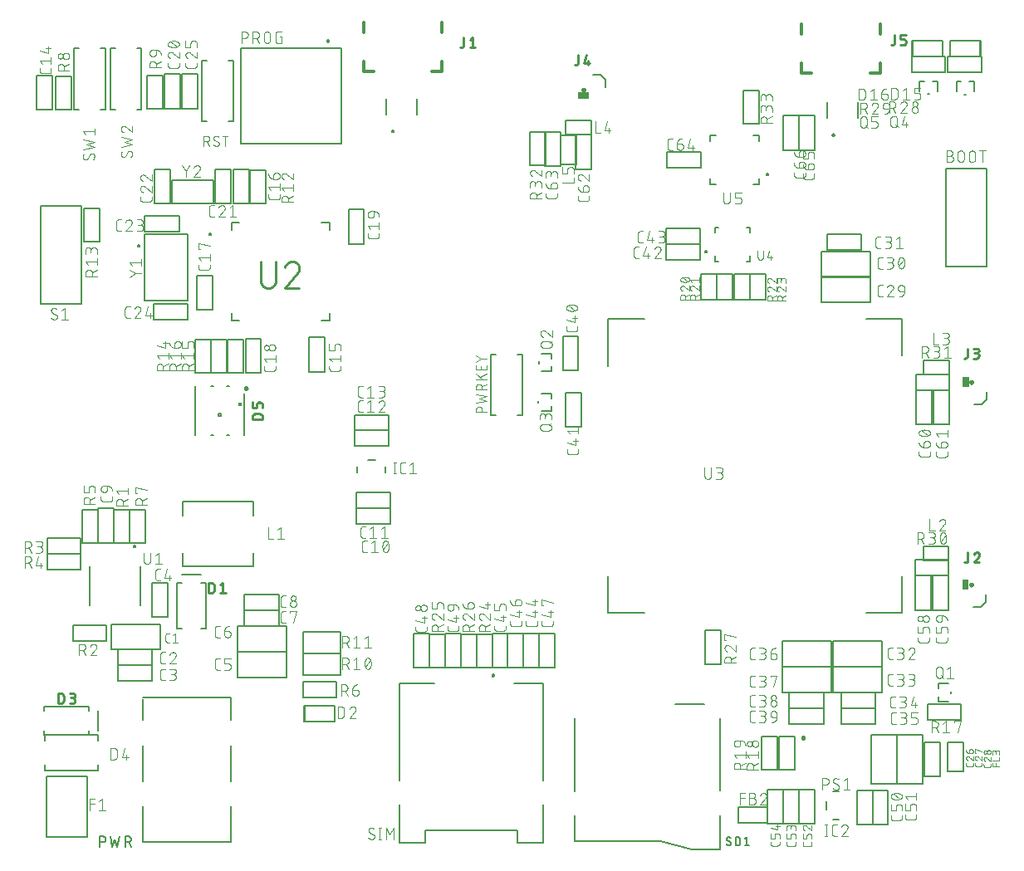
<source format=gbr>
G04 EAGLE Gerber RS-274X export*
G75*
%MOMM*%
%FSLAX34Y34*%
%LPD*%
%INSilkscreen Top*%
%IPPOS*%
%AMOC8*
5,1,8,0,0,1.08239X$1,22.5*%
G01*
%ADD10C,0.200000*%
%ADD11C,0.076200*%
%ADD12C,0.101600*%
%ADD13C,0.203200*%
%ADD14C,0.254000*%
%ADD15C,0.177800*%
%ADD16C,0.228600*%
%ADD17C,0.447200*%
%ADD18C,0.250000*%
%ADD19C,0.304800*%
%ADD20C,0.127000*%
%ADD21C,0.152400*%

G36*
X575582Y767985D02*
X575582Y767985D01*
X575584Y767984D01*
X575627Y768004D01*
X575671Y768022D01*
X575671Y768024D01*
X575673Y768025D01*
X575706Y768110D01*
X575706Y774460D01*
X575705Y774462D01*
X575706Y774464D01*
X575686Y774507D01*
X575668Y774551D01*
X575666Y774551D01*
X575665Y774553D01*
X575580Y774586D01*
X565420Y774586D01*
X565418Y774585D01*
X565416Y774586D01*
X565373Y774566D01*
X565329Y774548D01*
X565329Y774546D01*
X565327Y774545D01*
X565294Y774460D01*
X565294Y768110D01*
X565295Y768108D01*
X565294Y768106D01*
X565314Y768063D01*
X565332Y768019D01*
X565334Y768019D01*
X565335Y768017D01*
X565420Y767984D01*
X575580Y767984D01*
X575582Y767985D01*
G37*
G36*
X963682Y473775D02*
X963682Y473775D01*
X963684Y473774D01*
X963727Y473794D01*
X963771Y473812D01*
X963771Y473814D01*
X963773Y473815D01*
X963806Y473900D01*
X963806Y484060D01*
X963805Y484062D01*
X963806Y484064D01*
X963786Y484107D01*
X963768Y484151D01*
X963766Y484151D01*
X963765Y484153D01*
X963680Y484186D01*
X957330Y484186D01*
X957328Y484185D01*
X957326Y484186D01*
X957283Y484166D01*
X957239Y484148D01*
X957239Y484146D01*
X957237Y484145D01*
X957204Y484060D01*
X957204Y473900D01*
X957205Y473898D01*
X957204Y473896D01*
X957224Y473853D01*
X957242Y473809D01*
X957244Y473809D01*
X957245Y473807D01*
X957330Y473774D01*
X963680Y473774D01*
X963682Y473775D01*
G37*
G36*
X963222Y267245D02*
X963222Y267245D01*
X963224Y267244D01*
X963267Y267264D01*
X963311Y267282D01*
X963311Y267284D01*
X963313Y267285D01*
X963346Y267370D01*
X963346Y277530D01*
X963345Y277532D01*
X963346Y277534D01*
X963326Y277577D01*
X963308Y277621D01*
X963306Y277621D01*
X963305Y277623D01*
X963220Y277656D01*
X956870Y277656D01*
X956868Y277655D01*
X956866Y277656D01*
X956823Y277636D01*
X956779Y277618D01*
X956779Y277616D01*
X956777Y277615D01*
X956744Y277530D01*
X956744Y267370D01*
X956745Y267368D01*
X956744Y267366D01*
X956764Y267323D01*
X956782Y267279D01*
X956784Y267279D01*
X956785Y267277D01*
X956870Y267244D01*
X963220Y267244D01*
X963222Y267245D01*
G37*
D10*
X139000Y232000D02*
X89000Y232000D01*
X89000Y206000D01*
X139000Y206000D01*
X139000Y232000D01*
D11*
X146614Y213381D02*
X148667Y213381D01*
X146614Y213381D02*
X146524Y213383D01*
X146435Y213389D01*
X146346Y213399D01*
X146258Y213412D01*
X146170Y213430D01*
X146083Y213451D01*
X145997Y213476D01*
X145912Y213505D01*
X145828Y213537D01*
X145746Y213573D01*
X145666Y213613D01*
X145588Y213656D01*
X145511Y213703D01*
X145436Y213752D01*
X145364Y213805D01*
X145294Y213861D01*
X145227Y213920D01*
X145162Y213982D01*
X145100Y214047D01*
X145041Y214114D01*
X144985Y214184D01*
X144932Y214256D01*
X144883Y214331D01*
X144836Y214408D01*
X144793Y214486D01*
X144753Y214566D01*
X144717Y214648D01*
X144685Y214732D01*
X144656Y214817D01*
X144631Y214903D01*
X144610Y214990D01*
X144592Y215078D01*
X144579Y215166D01*
X144569Y215255D01*
X144563Y215344D01*
X144561Y215434D01*
X144561Y220566D01*
X144563Y220656D01*
X144569Y220745D01*
X144579Y220834D01*
X144592Y220922D01*
X144610Y221010D01*
X144631Y221097D01*
X144656Y221183D01*
X144685Y221268D01*
X144717Y221352D01*
X144753Y221434D01*
X144793Y221514D01*
X144836Y221592D01*
X144883Y221669D01*
X144932Y221744D01*
X144985Y221816D01*
X145041Y221886D01*
X145100Y221953D01*
X145162Y222018D01*
X145227Y222080D01*
X145294Y222139D01*
X145364Y222195D01*
X145436Y222248D01*
X145511Y222297D01*
X145587Y222344D01*
X145666Y222387D01*
X145746Y222427D01*
X145828Y222463D01*
X145912Y222495D01*
X145997Y222524D01*
X146083Y222549D01*
X146170Y222570D01*
X146257Y222588D01*
X146346Y222601D01*
X146435Y222611D01*
X146524Y222617D01*
X146614Y222619D01*
X148667Y222619D01*
X152087Y220566D02*
X154653Y222619D01*
X154653Y213381D01*
X152087Y213381D02*
X157219Y213381D01*
D10*
X131000Y206000D02*
X96000Y206000D01*
X96000Y190000D01*
X131000Y190000D01*
X131000Y206000D01*
D12*
X141639Y191808D02*
X144236Y191808D01*
X141639Y191808D02*
X141540Y191810D01*
X141440Y191816D01*
X141341Y191825D01*
X141243Y191838D01*
X141145Y191855D01*
X141047Y191876D01*
X140951Y191901D01*
X140856Y191929D01*
X140762Y191961D01*
X140669Y191996D01*
X140577Y192035D01*
X140487Y192078D01*
X140399Y192123D01*
X140312Y192173D01*
X140228Y192225D01*
X140145Y192281D01*
X140065Y192339D01*
X139987Y192401D01*
X139912Y192466D01*
X139839Y192534D01*
X139769Y192604D01*
X139701Y192677D01*
X139636Y192752D01*
X139574Y192830D01*
X139516Y192910D01*
X139460Y192993D01*
X139408Y193077D01*
X139358Y193164D01*
X139313Y193252D01*
X139270Y193342D01*
X139231Y193434D01*
X139196Y193527D01*
X139164Y193621D01*
X139136Y193716D01*
X139111Y193812D01*
X139090Y193910D01*
X139073Y194008D01*
X139060Y194106D01*
X139051Y194205D01*
X139045Y194305D01*
X139043Y194404D01*
X139043Y200896D01*
X139045Y200995D01*
X139051Y201095D01*
X139060Y201194D01*
X139073Y201292D01*
X139090Y201390D01*
X139111Y201488D01*
X139136Y201584D01*
X139164Y201679D01*
X139196Y201773D01*
X139231Y201866D01*
X139270Y201958D01*
X139313Y202048D01*
X139358Y202136D01*
X139408Y202223D01*
X139460Y202307D01*
X139516Y202390D01*
X139574Y202470D01*
X139636Y202548D01*
X139701Y202623D01*
X139769Y202696D01*
X139839Y202766D01*
X139912Y202834D01*
X139987Y202899D01*
X140065Y202961D01*
X140145Y203019D01*
X140228Y203075D01*
X140312Y203127D01*
X140399Y203177D01*
X140487Y203222D01*
X140577Y203265D01*
X140669Y203304D01*
X140761Y203339D01*
X140856Y203371D01*
X140951Y203399D01*
X141047Y203424D01*
X141145Y203445D01*
X141243Y203462D01*
X141341Y203475D01*
X141440Y203484D01*
X141540Y203490D01*
X141639Y203492D01*
X144236Y203492D01*
X152171Y203492D02*
X152278Y203490D01*
X152384Y203484D01*
X152490Y203474D01*
X152596Y203461D01*
X152702Y203443D01*
X152806Y203422D01*
X152910Y203397D01*
X153013Y203368D01*
X153114Y203336D01*
X153214Y203299D01*
X153313Y203259D01*
X153411Y203216D01*
X153507Y203169D01*
X153601Y203118D01*
X153693Y203064D01*
X153783Y203007D01*
X153871Y202947D01*
X153956Y202883D01*
X154039Y202816D01*
X154120Y202746D01*
X154198Y202674D01*
X154274Y202598D01*
X154346Y202520D01*
X154416Y202439D01*
X154483Y202356D01*
X154547Y202271D01*
X154607Y202183D01*
X154664Y202093D01*
X154718Y202001D01*
X154769Y201907D01*
X154816Y201811D01*
X154859Y201713D01*
X154899Y201614D01*
X154936Y201514D01*
X154968Y201413D01*
X154997Y201310D01*
X155022Y201206D01*
X155043Y201102D01*
X155061Y200996D01*
X155074Y200890D01*
X155084Y200784D01*
X155090Y200678D01*
X155092Y200571D01*
X152171Y203492D02*
X152050Y203490D01*
X151929Y203484D01*
X151809Y203474D01*
X151688Y203461D01*
X151569Y203443D01*
X151449Y203422D01*
X151331Y203397D01*
X151214Y203368D01*
X151097Y203335D01*
X150982Y203299D01*
X150868Y203258D01*
X150755Y203215D01*
X150643Y203167D01*
X150534Y203116D01*
X150426Y203061D01*
X150319Y203003D01*
X150215Y202942D01*
X150113Y202877D01*
X150013Y202809D01*
X149915Y202738D01*
X149819Y202664D01*
X149726Y202587D01*
X149636Y202506D01*
X149548Y202423D01*
X149463Y202337D01*
X149380Y202248D01*
X149301Y202157D01*
X149224Y202063D01*
X149151Y201967D01*
X149081Y201869D01*
X149014Y201768D01*
X148950Y201665D01*
X148890Y201560D01*
X148833Y201453D01*
X148779Y201345D01*
X148729Y201235D01*
X148683Y201123D01*
X148640Y201010D01*
X148601Y200895D01*
X154119Y198299D02*
X154198Y198376D01*
X154274Y198457D01*
X154347Y198540D01*
X154417Y198625D01*
X154484Y198713D01*
X154548Y198803D01*
X154608Y198895D01*
X154665Y198990D01*
X154719Y199086D01*
X154770Y199184D01*
X154817Y199284D01*
X154861Y199386D01*
X154901Y199489D01*
X154937Y199593D01*
X154969Y199699D01*
X154998Y199805D01*
X155023Y199913D01*
X155045Y200021D01*
X155062Y200131D01*
X155076Y200240D01*
X155085Y200350D01*
X155091Y200461D01*
X155093Y200571D01*
X154118Y198299D02*
X148601Y191808D01*
X155092Y191808D01*
D10*
X131000Y190000D02*
X96000Y190000D01*
X96000Y174000D01*
X131000Y174000D01*
X131000Y190000D01*
D12*
X141639Y174808D02*
X144236Y174808D01*
X141639Y174808D02*
X141540Y174810D01*
X141440Y174816D01*
X141341Y174825D01*
X141243Y174838D01*
X141145Y174855D01*
X141047Y174876D01*
X140951Y174901D01*
X140856Y174929D01*
X140762Y174961D01*
X140669Y174996D01*
X140577Y175035D01*
X140487Y175078D01*
X140399Y175123D01*
X140312Y175173D01*
X140228Y175225D01*
X140145Y175281D01*
X140065Y175339D01*
X139987Y175401D01*
X139912Y175466D01*
X139839Y175534D01*
X139769Y175604D01*
X139701Y175677D01*
X139636Y175752D01*
X139574Y175830D01*
X139516Y175910D01*
X139460Y175993D01*
X139408Y176077D01*
X139358Y176164D01*
X139313Y176252D01*
X139270Y176342D01*
X139231Y176434D01*
X139196Y176527D01*
X139164Y176621D01*
X139136Y176716D01*
X139111Y176812D01*
X139090Y176910D01*
X139073Y177008D01*
X139060Y177106D01*
X139051Y177205D01*
X139045Y177305D01*
X139043Y177404D01*
X139043Y183896D01*
X139045Y183995D01*
X139051Y184095D01*
X139060Y184194D01*
X139073Y184292D01*
X139090Y184390D01*
X139111Y184488D01*
X139136Y184584D01*
X139164Y184679D01*
X139196Y184773D01*
X139231Y184866D01*
X139270Y184958D01*
X139313Y185048D01*
X139358Y185136D01*
X139408Y185223D01*
X139460Y185307D01*
X139516Y185390D01*
X139574Y185470D01*
X139636Y185548D01*
X139701Y185623D01*
X139769Y185696D01*
X139839Y185766D01*
X139912Y185834D01*
X139987Y185899D01*
X140065Y185961D01*
X140145Y186019D01*
X140228Y186075D01*
X140312Y186127D01*
X140399Y186177D01*
X140487Y186222D01*
X140577Y186265D01*
X140669Y186304D01*
X140761Y186339D01*
X140856Y186371D01*
X140951Y186399D01*
X141047Y186424D01*
X141145Y186445D01*
X141243Y186462D01*
X141341Y186475D01*
X141440Y186484D01*
X141540Y186490D01*
X141639Y186492D01*
X144236Y186492D01*
X148601Y174808D02*
X151846Y174808D01*
X151959Y174810D01*
X152072Y174816D01*
X152185Y174826D01*
X152298Y174840D01*
X152410Y174857D01*
X152521Y174879D01*
X152631Y174904D01*
X152741Y174934D01*
X152849Y174967D01*
X152956Y175004D01*
X153062Y175044D01*
X153166Y175089D01*
X153269Y175137D01*
X153370Y175188D01*
X153469Y175243D01*
X153566Y175301D01*
X153661Y175363D01*
X153754Y175428D01*
X153844Y175496D01*
X153932Y175567D01*
X154018Y175642D01*
X154101Y175719D01*
X154181Y175799D01*
X154258Y175882D01*
X154333Y175968D01*
X154404Y176056D01*
X154472Y176146D01*
X154537Y176239D01*
X154599Y176334D01*
X154657Y176431D01*
X154712Y176530D01*
X154763Y176631D01*
X154811Y176734D01*
X154856Y176838D01*
X154896Y176944D01*
X154933Y177051D01*
X154966Y177159D01*
X154996Y177269D01*
X155021Y177379D01*
X155043Y177490D01*
X155060Y177602D01*
X155074Y177715D01*
X155084Y177828D01*
X155090Y177941D01*
X155092Y178054D01*
X155090Y178167D01*
X155084Y178280D01*
X155074Y178393D01*
X155060Y178506D01*
X155043Y178618D01*
X155021Y178729D01*
X154996Y178839D01*
X154966Y178949D01*
X154933Y179057D01*
X154896Y179164D01*
X154856Y179270D01*
X154811Y179374D01*
X154763Y179477D01*
X154712Y179578D01*
X154657Y179677D01*
X154599Y179774D01*
X154537Y179869D01*
X154472Y179962D01*
X154404Y180052D01*
X154333Y180140D01*
X154258Y180226D01*
X154181Y180309D01*
X154101Y180389D01*
X154018Y180466D01*
X153932Y180541D01*
X153844Y180612D01*
X153754Y180680D01*
X153661Y180745D01*
X153566Y180807D01*
X153469Y180865D01*
X153370Y180920D01*
X153269Y180971D01*
X153166Y181019D01*
X153062Y181064D01*
X152956Y181104D01*
X152849Y181141D01*
X152741Y181174D01*
X152631Y181204D01*
X152521Y181229D01*
X152410Y181251D01*
X152298Y181268D01*
X152185Y181282D01*
X152072Y181292D01*
X151959Y181298D01*
X151846Y181300D01*
X152496Y186492D02*
X148601Y186492D01*
X152496Y186492D02*
X152597Y186490D01*
X152697Y186484D01*
X152797Y186474D01*
X152897Y186461D01*
X152996Y186443D01*
X153095Y186422D01*
X153192Y186397D01*
X153289Y186368D01*
X153384Y186335D01*
X153478Y186299D01*
X153570Y186259D01*
X153661Y186216D01*
X153750Y186169D01*
X153837Y186119D01*
X153923Y186065D01*
X154006Y186008D01*
X154086Y185948D01*
X154165Y185885D01*
X154241Y185818D01*
X154314Y185749D01*
X154384Y185677D01*
X154452Y185603D01*
X154517Y185526D01*
X154578Y185446D01*
X154637Y185364D01*
X154692Y185280D01*
X154744Y185194D01*
X154793Y185106D01*
X154838Y185016D01*
X154880Y184924D01*
X154918Y184831D01*
X154952Y184736D01*
X154983Y184641D01*
X155010Y184544D01*
X155033Y184446D01*
X155053Y184347D01*
X155068Y184247D01*
X155080Y184147D01*
X155088Y184047D01*
X155092Y183946D01*
X155092Y183846D01*
X155088Y183745D01*
X155080Y183645D01*
X155068Y183545D01*
X155053Y183445D01*
X155033Y183346D01*
X155010Y183248D01*
X154983Y183151D01*
X154952Y183056D01*
X154918Y182961D01*
X154880Y182868D01*
X154838Y182776D01*
X154793Y182686D01*
X154744Y182598D01*
X154692Y182512D01*
X154637Y182428D01*
X154578Y182346D01*
X154517Y182266D01*
X154452Y182189D01*
X154384Y182115D01*
X154314Y182043D01*
X154241Y181974D01*
X154165Y181907D01*
X154086Y181844D01*
X154006Y181784D01*
X153923Y181727D01*
X153837Y181673D01*
X153750Y181623D01*
X153661Y181576D01*
X153570Y181533D01*
X153478Y181493D01*
X153384Y181457D01*
X153289Y181424D01*
X153192Y181395D01*
X153095Y181370D01*
X152996Y181349D01*
X152897Y181331D01*
X152797Y181318D01*
X152697Y181308D01*
X152597Y181302D01*
X152496Y181300D01*
X152496Y181299D02*
X149899Y181299D01*
D10*
X131100Y239100D02*
X131100Y274100D01*
X131100Y239100D02*
X147100Y239100D01*
X147100Y274100D01*
X131100Y274100D01*
D12*
X136739Y276708D02*
X139336Y276708D01*
X136739Y276708D02*
X136640Y276710D01*
X136540Y276716D01*
X136441Y276725D01*
X136343Y276738D01*
X136245Y276755D01*
X136147Y276776D01*
X136051Y276801D01*
X135956Y276829D01*
X135862Y276861D01*
X135769Y276896D01*
X135677Y276935D01*
X135587Y276978D01*
X135499Y277023D01*
X135412Y277073D01*
X135328Y277125D01*
X135245Y277181D01*
X135165Y277239D01*
X135087Y277301D01*
X135012Y277366D01*
X134939Y277434D01*
X134869Y277504D01*
X134801Y277577D01*
X134736Y277652D01*
X134674Y277730D01*
X134616Y277810D01*
X134560Y277893D01*
X134508Y277977D01*
X134458Y278064D01*
X134413Y278152D01*
X134370Y278242D01*
X134331Y278334D01*
X134296Y278427D01*
X134264Y278521D01*
X134236Y278616D01*
X134211Y278712D01*
X134190Y278810D01*
X134173Y278908D01*
X134160Y279006D01*
X134151Y279105D01*
X134145Y279205D01*
X134143Y279304D01*
X134143Y285796D01*
X134145Y285895D01*
X134151Y285995D01*
X134160Y286094D01*
X134173Y286192D01*
X134190Y286290D01*
X134211Y286388D01*
X134236Y286484D01*
X134264Y286579D01*
X134296Y286673D01*
X134331Y286766D01*
X134370Y286858D01*
X134413Y286948D01*
X134458Y287036D01*
X134508Y287123D01*
X134560Y287207D01*
X134616Y287290D01*
X134674Y287370D01*
X134736Y287448D01*
X134801Y287523D01*
X134869Y287596D01*
X134939Y287666D01*
X135012Y287734D01*
X135087Y287799D01*
X135165Y287861D01*
X135245Y287919D01*
X135328Y287975D01*
X135412Y288027D01*
X135499Y288077D01*
X135587Y288122D01*
X135677Y288165D01*
X135769Y288204D01*
X135861Y288239D01*
X135956Y288271D01*
X136051Y288299D01*
X136147Y288324D01*
X136245Y288345D01*
X136343Y288362D01*
X136441Y288375D01*
X136540Y288384D01*
X136640Y288390D01*
X136739Y288392D01*
X139336Y288392D01*
X146297Y288392D02*
X143701Y279304D01*
X150192Y279304D01*
X148245Y281901D02*
X148245Y276708D01*
D10*
X218000Y178000D02*
X268000Y178000D01*
X268000Y204000D01*
X218000Y204000D01*
X218000Y178000D01*
D12*
X200101Y185508D02*
X197504Y185508D01*
X197405Y185510D01*
X197305Y185516D01*
X197206Y185525D01*
X197108Y185538D01*
X197010Y185555D01*
X196912Y185576D01*
X196816Y185601D01*
X196721Y185629D01*
X196627Y185661D01*
X196534Y185696D01*
X196442Y185735D01*
X196352Y185778D01*
X196264Y185823D01*
X196177Y185873D01*
X196093Y185925D01*
X196010Y185981D01*
X195930Y186039D01*
X195852Y186101D01*
X195777Y186166D01*
X195704Y186234D01*
X195634Y186304D01*
X195566Y186377D01*
X195501Y186452D01*
X195439Y186530D01*
X195381Y186610D01*
X195325Y186693D01*
X195273Y186777D01*
X195223Y186864D01*
X195178Y186952D01*
X195135Y187042D01*
X195096Y187134D01*
X195061Y187227D01*
X195029Y187321D01*
X195001Y187416D01*
X194976Y187512D01*
X194955Y187610D01*
X194938Y187708D01*
X194925Y187806D01*
X194916Y187905D01*
X194910Y188005D01*
X194908Y188104D01*
X194908Y194596D01*
X194910Y194695D01*
X194916Y194795D01*
X194925Y194894D01*
X194938Y194992D01*
X194955Y195090D01*
X194976Y195188D01*
X195001Y195284D01*
X195029Y195379D01*
X195061Y195473D01*
X195096Y195566D01*
X195135Y195658D01*
X195178Y195748D01*
X195223Y195836D01*
X195273Y195923D01*
X195325Y196007D01*
X195381Y196090D01*
X195439Y196170D01*
X195501Y196248D01*
X195566Y196323D01*
X195634Y196396D01*
X195704Y196466D01*
X195777Y196534D01*
X195852Y196599D01*
X195930Y196661D01*
X196010Y196719D01*
X196093Y196775D01*
X196177Y196827D01*
X196264Y196877D01*
X196352Y196922D01*
X196442Y196965D01*
X196534Y197004D01*
X196626Y197039D01*
X196721Y197071D01*
X196816Y197099D01*
X196912Y197124D01*
X197010Y197145D01*
X197108Y197162D01*
X197206Y197175D01*
X197305Y197184D01*
X197405Y197190D01*
X197504Y197192D01*
X200101Y197192D01*
X204466Y185508D02*
X208361Y185508D01*
X208460Y185510D01*
X208560Y185516D01*
X208659Y185525D01*
X208757Y185538D01*
X208855Y185555D01*
X208953Y185576D01*
X209049Y185601D01*
X209144Y185629D01*
X209238Y185661D01*
X209331Y185696D01*
X209423Y185735D01*
X209513Y185778D01*
X209601Y185823D01*
X209688Y185873D01*
X209772Y185925D01*
X209855Y185981D01*
X209935Y186039D01*
X210013Y186101D01*
X210088Y186166D01*
X210161Y186234D01*
X210231Y186304D01*
X210299Y186377D01*
X210364Y186452D01*
X210426Y186530D01*
X210484Y186610D01*
X210540Y186693D01*
X210592Y186777D01*
X210642Y186864D01*
X210687Y186952D01*
X210730Y187042D01*
X210769Y187134D01*
X210804Y187227D01*
X210836Y187321D01*
X210864Y187416D01*
X210889Y187512D01*
X210910Y187610D01*
X210927Y187708D01*
X210940Y187806D01*
X210949Y187905D01*
X210955Y188005D01*
X210957Y188104D01*
X210957Y189403D01*
X210955Y189502D01*
X210949Y189602D01*
X210940Y189701D01*
X210927Y189799D01*
X210910Y189897D01*
X210889Y189995D01*
X210864Y190091D01*
X210836Y190186D01*
X210804Y190280D01*
X210769Y190373D01*
X210730Y190465D01*
X210687Y190555D01*
X210642Y190643D01*
X210592Y190730D01*
X210540Y190814D01*
X210484Y190897D01*
X210426Y190977D01*
X210364Y191055D01*
X210299Y191130D01*
X210231Y191203D01*
X210161Y191273D01*
X210088Y191341D01*
X210013Y191406D01*
X209935Y191468D01*
X209855Y191526D01*
X209772Y191582D01*
X209688Y191634D01*
X209601Y191684D01*
X209513Y191729D01*
X209423Y191772D01*
X209331Y191811D01*
X209238Y191846D01*
X209144Y191878D01*
X209049Y191906D01*
X208953Y191931D01*
X208855Y191952D01*
X208757Y191969D01*
X208659Y191982D01*
X208560Y191991D01*
X208460Y191997D01*
X208361Y191999D01*
X204466Y191999D01*
X204466Y197192D01*
X210957Y197192D01*
D10*
X218000Y204000D02*
X268000Y204000D01*
X268000Y230000D01*
X218000Y230000D01*
X218000Y204000D01*
D12*
X200101Y218508D02*
X197504Y218508D01*
X197405Y218510D01*
X197305Y218516D01*
X197206Y218525D01*
X197108Y218538D01*
X197010Y218555D01*
X196912Y218576D01*
X196816Y218601D01*
X196721Y218629D01*
X196627Y218661D01*
X196534Y218696D01*
X196442Y218735D01*
X196352Y218778D01*
X196264Y218823D01*
X196177Y218873D01*
X196093Y218925D01*
X196010Y218981D01*
X195930Y219039D01*
X195852Y219101D01*
X195777Y219166D01*
X195704Y219234D01*
X195634Y219304D01*
X195566Y219377D01*
X195501Y219452D01*
X195439Y219530D01*
X195381Y219610D01*
X195325Y219693D01*
X195273Y219777D01*
X195223Y219864D01*
X195178Y219952D01*
X195135Y220042D01*
X195096Y220134D01*
X195061Y220227D01*
X195029Y220321D01*
X195001Y220416D01*
X194976Y220512D01*
X194955Y220610D01*
X194938Y220708D01*
X194925Y220806D01*
X194916Y220905D01*
X194910Y221005D01*
X194908Y221104D01*
X194908Y227596D01*
X194910Y227695D01*
X194916Y227795D01*
X194925Y227894D01*
X194938Y227992D01*
X194955Y228090D01*
X194976Y228188D01*
X195001Y228284D01*
X195029Y228379D01*
X195061Y228473D01*
X195096Y228566D01*
X195135Y228658D01*
X195178Y228748D01*
X195223Y228836D01*
X195273Y228923D01*
X195325Y229007D01*
X195381Y229090D01*
X195439Y229170D01*
X195501Y229248D01*
X195566Y229323D01*
X195634Y229396D01*
X195704Y229466D01*
X195777Y229534D01*
X195852Y229599D01*
X195930Y229661D01*
X196010Y229719D01*
X196093Y229775D01*
X196177Y229827D01*
X196264Y229877D01*
X196352Y229922D01*
X196442Y229965D01*
X196534Y230004D01*
X196626Y230039D01*
X196721Y230071D01*
X196816Y230099D01*
X196912Y230124D01*
X197010Y230145D01*
X197108Y230162D01*
X197206Y230175D01*
X197305Y230184D01*
X197405Y230190D01*
X197504Y230192D01*
X200101Y230192D01*
X204466Y224999D02*
X208361Y224999D01*
X208460Y224997D01*
X208560Y224991D01*
X208659Y224982D01*
X208757Y224969D01*
X208855Y224952D01*
X208953Y224931D01*
X209049Y224906D01*
X209144Y224878D01*
X209238Y224846D01*
X209331Y224811D01*
X209423Y224772D01*
X209513Y224729D01*
X209601Y224684D01*
X209688Y224634D01*
X209772Y224582D01*
X209855Y224526D01*
X209935Y224468D01*
X210013Y224406D01*
X210088Y224341D01*
X210161Y224273D01*
X210231Y224203D01*
X210299Y224130D01*
X210364Y224055D01*
X210426Y223977D01*
X210484Y223897D01*
X210540Y223814D01*
X210592Y223730D01*
X210642Y223643D01*
X210687Y223555D01*
X210730Y223465D01*
X210769Y223373D01*
X210804Y223280D01*
X210836Y223186D01*
X210864Y223091D01*
X210889Y222995D01*
X210910Y222897D01*
X210927Y222799D01*
X210940Y222701D01*
X210949Y222602D01*
X210955Y222502D01*
X210957Y222403D01*
X210957Y221754D01*
X210958Y221754D02*
X210956Y221641D01*
X210950Y221528D01*
X210940Y221415D01*
X210926Y221302D01*
X210909Y221190D01*
X210887Y221079D01*
X210862Y220969D01*
X210832Y220859D01*
X210799Y220751D01*
X210762Y220644D01*
X210722Y220538D01*
X210677Y220434D01*
X210629Y220331D01*
X210578Y220230D01*
X210523Y220131D01*
X210465Y220034D01*
X210403Y219939D01*
X210338Y219846D01*
X210270Y219756D01*
X210199Y219668D01*
X210124Y219582D01*
X210047Y219499D01*
X209967Y219419D01*
X209884Y219342D01*
X209798Y219267D01*
X209710Y219196D01*
X209620Y219128D01*
X209527Y219063D01*
X209432Y219001D01*
X209335Y218943D01*
X209236Y218888D01*
X209135Y218837D01*
X209032Y218789D01*
X208928Y218744D01*
X208822Y218704D01*
X208715Y218667D01*
X208607Y218634D01*
X208497Y218604D01*
X208387Y218579D01*
X208276Y218557D01*
X208164Y218540D01*
X208051Y218526D01*
X207938Y218516D01*
X207825Y218510D01*
X207712Y218508D01*
X207599Y218510D01*
X207486Y218516D01*
X207373Y218526D01*
X207260Y218540D01*
X207148Y218557D01*
X207037Y218579D01*
X206927Y218604D01*
X206817Y218634D01*
X206709Y218667D01*
X206602Y218704D01*
X206496Y218744D01*
X206392Y218789D01*
X206289Y218837D01*
X206188Y218888D01*
X206089Y218943D01*
X205992Y219001D01*
X205897Y219063D01*
X205804Y219128D01*
X205714Y219196D01*
X205626Y219267D01*
X205540Y219342D01*
X205457Y219419D01*
X205377Y219499D01*
X205300Y219582D01*
X205225Y219668D01*
X205154Y219756D01*
X205086Y219846D01*
X205021Y219939D01*
X204959Y220034D01*
X204901Y220131D01*
X204846Y220230D01*
X204795Y220331D01*
X204747Y220434D01*
X204702Y220538D01*
X204662Y220644D01*
X204625Y220751D01*
X204592Y220859D01*
X204562Y220969D01*
X204537Y221079D01*
X204515Y221190D01*
X204498Y221302D01*
X204484Y221415D01*
X204474Y221528D01*
X204468Y221641D01*
X204466Y221754D01*
X204466Y224999D01*
X204468Y225142D01*
X204474Y225285D01*
X204484Y225428D01*
X204498Y225570D01*
X204515Y225712D01*
X204537Y225854D01*
X204562Y225995D01*
X204592Y226135D01*
X204625Y226274D01*
X204662Y226412D01*
X204703Y226549D01*
X204747Y226685D01*
X204796Y226820D01*
X204848Y226953D01*
X204903Y227085D01*
X204963Y227215D01*
X205026Y227344D01*
X205092Y227471D01*
X205162Y227595D01*
X205235Y227718D01*
X205312Y227839D01*
X205392Y227958D01*
X205475Y228074D01*
X205561Y228189D01*
X205650Y228300D01*
X205743Y228410D01*
X205838Y228516D01*
X205937Y228620D01*
X206038Y228721D01*
X206142Y228820D01*
X206248Y228915D01*
X206358Y229008D01*
X206469Y229097D01*
X206584Y229183D01*
X206700Y229266D01*
X206819Y229346D01*
X206940Y229423D01*
X207062Y229496D01*
X207187Y229566D01*
X207314Y229632D01*
X207443Y229695D01*
X207573Y229755D01*
X207705Y229810D01*
X207838Y229862D01*
X207973Y229911D01*
X208109Y229955D01*
X208246Y229996D01*
X208384Y230033D01*
X208523Y230066D01*
X208663Y230096D01*
X208804Y230121D01*
X208946Y230143D01*
X209088Y230160D01*
X209230Y230174D01*
X209373Y230184D01*
X209516Y230190D01*
X209659Y230192D01*
D10*
X225000Y230000D02*
X260000Y230000D01*
X260000Y246000D01*
X225000Y246000D01*
X225000Y230000D01*
D12*
X264504Y233508D02*
X267101Y233508D01*
X264504Y233508D02*
X264405Y233510D01*
X264305Y233516D01*
X264206Y233525D01*
X264108Y233538D01*
X264010Y233555D01*
X263912Y233576D01*
X263816Y233601D01*
X263721Y233629D01*
X263627Y233661D01*
X263534Y233696D01*
X263442Y233735D01*
X263352Y233778D01*
X263264Y233823D01*
X263177Y233873D01*
X263093Y233925D01*
X263010Y233981D01*
X262930Y234039D01*
X262852Y234101D01*
X262777Y234166D01*
X262704Y234234D01*
X262634Y234304D01*
X262566Y234377D01*
X262501Y234452D01*
X262439Y234530D01*
X262381Y234610D01*
X262325Y234693D01*
X262273Y234777D01*
X262223Y234864D01*
X262178Y234952D01*
X262135Y235042D01*
X262096Y235134D01*
X262061Y235227D01*
X262029Y235321D01*
X262001Y235416D01*
X261976Y235512D01*
X261955Y235610D01*
X261938Y235708D01*
X261925Y235806D01*
X261916Y235905D01*
X261910Y236005D01*
X261908Y236104D01*
X261908Y242596D01*
X261910Y242695D01*
X261916Y242795D01*
X261925Y242894D01*
X261938Y242992D01*
X261955Y243090D01*
X261976Y243188D01*
X262001Y243284D01*
X262029Y243379D01*
X262061Y243473D01*
X262096Y243566D01*
X262135Y243658D01*
X262178Y243748D01*
X262223Y243836D01*
X262273Y243923D01*
X262325Y244007D01*
X262381Y244090D01*
X262439Y244170D01*
X262501Y244248D01*
X262566Y244323D01*
X262634Y244396D01*
X262704Y244466D01*
X262777Y244534D01*
X262852Y244599D01*
X262930Y244661D01*
X263010Y244719D01*
X263093Y244775D01*
X263177Y244827D01*
X263264Y244877D01*
X263352Y244922D01*
X263442Y244965D01*
X263534Y245004D01*
X263626Y245039D01*
X263721Y245071D01*
X263816Y245099D01*
X263912Y245124D01*
X264010Y245145D01*
X264108Y245162D01*
X264206Y245175D01*
X264305Y245184D01*
X264405Y245190D01*
X264504Y245192D01*
X267101Y245192D01*
X271466Y245192D02*
X271466Y243894D01*
X271466Y245192D02*
X277957Y245192D01*
X274712Y233508D01*
D10*
X260000Y246000D02*
X225000Y246000D01*
X260000Y246000D02*
X260000Y262000D01*
X225000Y262000D01*
X225000Y246000D01*
D12*
X264504Y249508D02*
X267101Y249508D01*
X264504Y249508D02*
X264405Y249510D01*
X264305Y249516D01*
X264206Y249525D01*
X264108Y249538D01*
X264010Y249555D01*
X263912Y249576D01*
X263816Y249601D01*
X263721Y249629D01*
X263627Y249661D01*
X263534Y249696D01*
X263442Y249735D01*
X263352Y249778D01*
X263264Y249823D01*
X263177Y249873D01*
X263093Y249925D01*
X263010Y249981D01*
X262930Y250039D01*
X262852Y250101D01*
X262777Y250166D01*
X262704Y250234D01*
X262634Y250304D01*
X262566Y250377D01*
X262501Y250452D01*
X262439Y250530D01*
X262381Y250610D01*
X262325Y250693D01*
X262273Y250777D01*
X262223Y250864D01*
X262178Y250952D01*
X262135Y251042D01*
X262096Y251134D01*
X262061Y251227D01*
X262029Y251321D01*
X262001Y251416D01*
X261976Y251512D01*
X261955Y251610D01*
X261938Y251708D01*
X261925Y251806D01*
X261916Y251905D01*
X261910Y252005D01*
X261908Y252104D01*
X261908Y258596D01*
X261910Y258695D01*
X261916Y258795D01*
X261925Y258894D01*
X261938Y258992D01*
X261955Y259090D01*
X261976Y259188D01*
X262001Y259284D01*
X262029Y259379D01*
X262061Y259473D01*
X262096Y259566D01*
X262135Y259658D01*
X262178Y259748D01*
X262223Y259836D01*
X262273Y259923D01*
X262325Y260007D01*
X262381Y260090D01*
X262439Y260170D01*
X262501Y260248D01*
X262566Y260323D01*
X262634Y260396D01*
X262704Y260466D01*
X262777Y260534D01*
X262852Y260599D01*
X262930Y260661D01*
X263010Y260719D01*
X263093Y260775D01*
X263177Y260827D01*
X263264Y260877D01*
X263352Y260922D01*
X263442Y260965D01*
X263534Y261004D01*
X263626Y261039D01*
X263721Y261071D01*
X263816Y261099D01*
X263912Y261124D01*
X264010Y261145D01*
X264108Y261162D01*
X264206Y261175D01*
X264305Y261184D01*
X264405Y261190D01*
X264504Y261192D01*
X267101Y261192D01*
X271466Y252754D02*
X271468Y252867D01*
X271474Y252980D01*
X271484Y253093D01*
X271498Y253206D01*
X271515Y253318D01*
X271537Y253429D01*
X271562Y253539D01*
X271592Y253649D01*
X271625Y253757D01*
X271662Y253864D01*
X271702Y253970D01*
X271747Y254074D01*
X271795Y254177D01*
X271846Y254278D01*
X271901Y254377D01*
X271959Y254474D01*
X272021Y254569D01*
X272086Y254662D01*
X272154Y254752D01*
X272225Y254840D01*
X272300Y254926D01*
X272377Y255009D01*
X272457Y255089D01*
X272540Y255166D01*
X272626Y255241D01*
X272714Y255312D01*
X272804Y255380D01*
X272897Y255445D01*
X272992Y255507D01*
X273089Y255565D01*
X273188Y255620D01*
X273289Y255671D01*
X273392Y255719D01*
X273496Y255764D01*
X273602Y255804D01*
X273709Y255841D01*
X273817Y255874D01*
X273927Y255904D01*
X274037Y255929D01*
X274148Y255951D01*
X274260Y255968D01*
X274373Y255982D01*
X274486Y255992D01*
X274599Y255998D01*
X274712Y256000D01*
X274825Y255998D01*
X274938Y255992D01*
X275051Y255982D01*
X275164Y255968D01*
X275276Y255951D01*
X275387Y255929D01*
X275497Y255904D01*
X275607Y255874D01*
X275715Y255841D01*
X275822Y255804D01*
X275928Y255764D01*
X276032Y255719D01*
X276135Y255671D01*
X276236Y255620D01*
X276335Y255565D01*
X276432Y255507D01*
X276527Y255445D01*
X276620Y255380D01*
X276710Y255312D01*
X276798Y255241D01*
X276884Y255166D01*
X276967Y255089D01*
X277047Y255009D01*
X277124Y254926D01*
X277199Y254840D01*
X277270Y254752D01*
X277338Y254662D01*
X277403Y254569D01*
X277465Y254474D01*
X277523Y254377D01*
X277578Y254278D01*
X277629Y254177D01*
X277677Y254074D01*
X277722Y253970D01*
X277762Y253864D01*
X277799Y253757D01*
X277832Y253649D01*
X277862Y253539D01*
X277887Y253429D01*
X277909Y253318D01*
X277926Y253206D01*
X277940Y253093D01*
X277950Y252980D01*
X277956Y252867D01*
X277958Y252754D01*
X277956Y252641D01*
X277950Y252528D01*
X277940Y252415D01*
X277926Y252302D01*
X277909Y252190D01*
X277887Y252079D01*
X277862Y251969D01*
X277832Y251859D01*
X277799Y251751D01*
X277762Y251644D01*
X277722Y251538D01*
X277677Y251434D01*
X277629Y251331D01*
X277578Y251230D01*
X277523Y251131D01*
X277465Y251034D01*
X277403Y250939D01*
X277338Y250846D01*
X277270Y250756D01*
X277199Y250668D01*
X277124Y250582D01*
X277047Y250499D01*
X276967Y250419D01*
X276884Y250342D01*
X276798Y250267D01*
X276710Y250196D01*
X276620Y250128D01*
X276527Y250063D01*
X276432Y250001D01*
X276335Y249943D01*
X276236Y249888D01*
X276135Y249837D01*
X276032Y249789D01*
X275928Y249744D01*
X275822Y249704D01*
X275715Y249667D01*
X275607Y249634D01*
X275497Y249604D01*
X275387Y249579D01*
X275276Y249557D01*
X275164Y249540D01*
X275051Y249526D01*
X274938Y249516D01*
X274825Y249510D01*
X274712Y249508D01*
X274599Y249510D01*
X274486Y249516D01*
X274373Y249526D01*
X274260Y249540D01*
X274148Y249557D01*
X274037Y249579D01*
X273927Y249604D01*
X273817Y249634D01*
X273709Y249667D01*
X273602Y249704D01*
X273496Y249744D01*
X273392Y249789D01*
X273289Y249837D01*
X273188Y249888D01*
X273089Y249943D01*
X272992Y250001D01*
X272897Y250063D01*
X272804Y250128D01*
X272714Y250196D01*
X272626Y250267D01*
X272540Y250342D01*
X272457Y250419D01*
X272377Y250499D01*
X272300Y250582D01*
X272225Y250668D01*
X272154Y250756D01*
X272086Y250846D01*
X272021Y250939D01*
X271959Y251034D01*
X271901Y251131D01*
X271846Y251230D01*
X271795Y251331D01*
X271747Y251434D01*
X271702Y251538D01*
X271662Y251644D01*
X271625Y251751D01*
X271592Y251859D01*
X271562Y251969D01*
X271537Y252079D01*
X271515Y252190D01*
X271498Y252302D01*
X271484Y252415D01*
X271474Y252528D01*
X271468Y252641D01*
X271466Y252754D01*
X272116Y258596D02*
X272118Y258697D01*
X272124Y258797D01*
X272134Y258897D01*
X272147Y258997D01*
X272165Y259096D01*
X272186Y259195D01*
X272211Y259292D01*
X272240Y259389D01*
X272273Y259484D01*
X272309Y259578D01*
X272349Y259670D01*
X272392Y259761D01*
X272439Y259850D01*
X272489Y259937D01*
X272543Y260023D01*
X272600Y260106D01*
X272660Y260186D01*
X272723Y260265D01*
X272790Y260341D01*
X272859Y260414D01*
X272931Y260484D01*
X273005Y260552D01*
X273082Y260617D01*
X273162Y260678D01*
X273244Y260737D01*
X273328Y260792D01*
X273414Y260844D01*
X273502Y260893D01*
X273592Y260938D01*
X273684Y260980D01*
X273777Y261018D01*
X273872Y261052D01*
X273967Y261083D01*
X274064Y261110D01*
X274162Y261133D01*
X274261Y261153D01*
X274361Y261168D01*
X274461Y261180D01*
X274561Y261188D01*
X274662Y261192D01*
X274762Y261192D01*
X274863Y261188D01*
X274963Y261180D01*
X275063Y261168D01*
X275163Y261153D01*
X275262Y261133D01*
X275360Y261110D01*
X275457Y261083D01*
X275552Y261052D01*
X275647Y261018D01*
X275740Y260980D01*
X275832Y260938D01*
X275922Y260893D01*
X276010Y260844D01*
X276096Y260792D01*
X276180Y260737D01*
X276262Y260678D01*
X276342Y260617D01*
X276419Y260552D01*
X276493Y260484D01*
X276565Y260414D01*
X276634Y260341D01*
X276701Y260265D01*
X276764Y260186D01*
X276824Y260106D01*
X276881Y260023D01*
X276935Y259937D01*
X276985Y259850D01*
X277032Y259761D01*
X277075Y259670D01*
X277115Y259578D01*
X277151Y259484D01*
X277184Y259389D01*
X277213Y259292D01*
X277238Y259195D01*
X277259Y259096D01*
X277277Y258997D01*
X277290Y258897D01*
X277300Y258797D01*
X277306Y258697D01*
X277308Y258596D01*
X277306Y258495D01*
X277300Y258395D01*
X277290Y258295D01*
X277277Y258195D01*
X277259Y258096D01*
X277238Y257997D01*
X277213Y257900D01*
X277184Y257803D01*
X277151Y257708D01*
X277115Y257614D01*
X277075Y257522D01*
X277032Y257431D01*
X276985Y257342D01*
X276935Y257255D01*
X276881Y257169D01*
X276824Y257086D01*
X276764Y257006D01*
X276701Y256927D01*
X276634Y256851D01*
X276565Y256778D01*
X276493Y256708D01*
X276419Y256640D01*
X276342Y256575D01*
X276262Y256514D01*
X276180Y256455D01*
X276096Y256400D01*
X276010Y256348D01*
X275922Y256299D01*
X275832Y256254D01*
X275740Y256212D01*
X275647Y256174D01*
X275552Y256140D01*
X275457Y256109D01*
X275360Y256082D01*
X275262Y256059D01*
X275163Y256039D01*
X275063Y256024D01*
X274963Y256012D01*
X274863Y256004D01*
X274762Y256000D01*
X274662Y256000D01*
X274561Y256004D01*
X274461Y256012D01*
X274361Y256024D01*
X274261Y256039D01*
X274162Y256059D01*
X274064Y256082D01*
X273967Y256109D01*
X273872Y256140D01*
X273777Y256174D01*
X273684Y256212D01*
X273592Y256254D01*
X273502Y256299D01*
X273414Y256348D01*
X273328Y256400D01*
X273244Y256455D01*
X273162Y256514D01*
X273082Y256575D01*
X273005Y256640D01*
X272931Y256708D01*
X272859Y256778D01*
X272790Y256851D01*
X272723Y256927D01*
X272660Y257006D01*
X272600Y257086D01*
X272543Y257169D01*
X272489Y257255D01*
X272439Y257342D01*
X272392Y257431D01*
X272349Y257522D01*
X272309Y257614D01*
X272273Y257708D01*
X272240Y257803D01*
X272211Y257900D01*
X272186Y257997D01*
X272165Y258096D01*
X272147Y258195D01*
X272134Y258295D01*
X272124Y258395D01*
X272118Y258495D01*
X272116Y258596D01*
D10*
X76000Y315000D02*
X76000Y350000D01*
X76000Y315000D02*
X92000Y315000D01*
X92000Y350000D01*
X76000Y350000D01*
D12*
X90192Y359639D02*
X90192Y362236D01*
X90192Y359639D02*
X90190Y359540D01*
X90184Y359440D01*
X90175Y359341D01*
X90162Y359243D01*
X90145Y359145D01*
X90124Y359047D01*
X90099Y358951D01*
X90071Y358856D01*
X90039Y358762D01*
X90004Y358669D01*
X89965Y358577D01*
X89922Y358487D01*
X89877Y358399D01*
X89827Y358312D01*
X89775Y358228D01*
X89719Y358145D01*
X89661Y358065D01*
X89599Y357987D01*
X89534Y357912D01*
X89466Y357839D01*
X89396Y357769D01*
X89323Y357701D01*
X89248Y357636D01*
X89170Y357574D01*
X89090Y357516D01*
X89007Y357460D01*
X88923Y357408D01*
X88836Y357358D01*
X88748Y357313D01*
X88658Y357270D01*
X88566Y357231D01*
X88473Y357196D01*
X88379Y357164D01*
X88284Y357136D01*
X88188Y357111D01*
X88090Y357090D01*
X87992Y357073D01*
X87894Y357060D01*
X87795Y357051D01*
X87695Y357045D01*
X87596Y357043D01*
X81104Y357043D01*
X81104Y357042D02*
X81005Y357044D01*
X80905Y357050D01*
X80806Y357059D01*
X80708Y357072D01*
X80610Y357090D01*
X80512Y357110D01*
X80416Y357135D01*
X80320Y357163D01*
X80226Y357195D01*
X80133Y357230D01*
X80042Y357269D01*
X79952Y357312D01*
X79863Y357357D01*
X79777Y357407D01*
X79692Y357459D01*
X79610Y357515D01*
X79530Y357574D01*
X79452Y357635D01*
X79376Y357700D01*
X79303Y357768D01*
X79233Y357838D01*
X79165Y357911D01*
X79100Y357987D01*
X79039Y358065D01*
X78980Y358145D01*
X78924Y358227D01*
X78872Y358312D01*
X78823Y358398D01*
X78777Y358487D01*
X78734Y358577D01*
X78695Y358668D01*
X78660Y358761D01*
X78628Y358855D01*
X78600Y358951D01*
X78575Y359047D01*
X78555Y359145D01*
X78537Y359243D01*
X78524Y359341D01*
X78515Y359440D01*
X78509Y359539D01*
X78507Y359639D01*
X78508Y359639D02*
X78508Y362236D01*
X84999Y369197D02*
X84999Y373092D01*
X84999Y369197D02*
X84997Y369098D01*
X84991Y368998D01*
X84982Y368899D01*
X84969Y368801D01*
X84952Y368703D01*
X84931Y368605D01*
X84906Y368509D01*
X84878Y368414D01*
X84846Y368320D01*
X84811Y368227D01*
X84772Y368135D01*
X84729Y368045D01*
X84684Y367957D01*
X84634Y367870D01*
X84582Y367786D01*
X84526Y367703D01*
X84468Y367623D01*
X84406Y367545D01*
X84341Y367470D01*
X84273Y367397D01*
X84203Y367327D01*
X84130Y367259D01*
X84055Y367194D01*
X83977Y367132D01*
X83897Y367074D01*
X83814Y367018D01*
X83730Y366966D01*
X83643Y366916D01*
X83555Y366871D01*
X83465Y366828D01*
X83373Y366789D01*
X83280Y366754D01*
X83186Y366722D01*
X83091Y366694D01*
X82995Y366669D01*
X82897Y366648D01*
X82799Y366631D01*
X82701Y366618D01*
X82602Y366609D01*
X82502Y366603D01*
X82403Y366601D01*
X81754Y366601D01*
X81754Y366600D02*
X81641Y366602D01*
X81528Y366608D01*
X81415Y366618D01*
X81302Y366632D01*
X81190Y366649D01*
X81079Y366671D01*
X80969Y366696D01*
X80859Y366726D01*
X80751Y366759D01*
X80644Y366796D01*
X80538Y366836D01*
X80434Y366881D01*
X80331Y366929D01*
X80230Y366980D01*
X80131Y367035D01*
X80034Y367093D01*
X79939Y367155D01*
X79846Y367220D01*
X79756Y367288D01*
X79668Y367359D01*
X79582Y367434D01*
X79499Y367511D01*
X79419Y367591D01*
X79342Y367674D01*
X79267Y367760D01*
X79196Y367848D01*
X79128Y367938D01*
X79063Y368031D01*
X79001Y368126D01*
X78943Y368223D01*
X78888Y368322D01*
X78837Y368423D01*
X78789Y368526D01*
X78744Y368630D01*
X78704Y368736D01*
X78667Y368843D01*
X78634Y368951D01*
X78604Y369061D01*
X78579Y369171D01*
X78557Y369282D01*
X78540Y369394D01*
X78526Y369507D01*
X78516Y369620D01*
X78510Y369733D01*
X78508Y369846D01*
X78510Y369959D01*
X78516Y370072D01*
X78526Y370185D01*
X78540Y370298D01*
X78557Y370410D01*
X78579Y370521D01*
X78604Y370631D01*
X78634Y370741D01*
X78667Y370849D01*
X78704Y370956D01*
X78744Y371062D01*
X78789Y371166D01*
X78837Y371269D01*
X78888Y371370D01*
X78943Y371469D01*
X79001Y371566D01*
X79063Y371661D01*
X79128Y371754D01*
X79196Y371844D01*
X79267Y371932D01*
X79342Y372018D01*
X79419Y372101D01*
X79499Y372181D01*
X79582Y372258D01*
X79668Y372333D01*
X79756Y372404D01*
X79846Y372472D01*
X79939Y372537D01*
X80034Y372599D01*
X80131Y372657D01*
X80230Y372712D01*
X80331Y372763D01*
X80434Y372811D01*
X80538Y372856D01*
X80644Y372896D01*
X80751Y372933D01*
X80859Y372966D01*
X80969Y372996D01*
X81079Y373021D01*
X81190Y373043D01*
X81302Y373060D01*
X81415Y373074D01*
X81528Y373084D01*
X81641Y373090D01*
X81754Y373092D01*
X84999Y373092D01*
X85142Y373090D01*
X85285Y373084D01*
X85428Y373074D01*
X85570Y373060D01*
X85712Y373043D01*
X85854Y373021D01*
X85995Y372996D01*
X86135Y372966D01*
X86274Y372933D01*
X86412Y372896D01*
X86549Y372855D01*
X86685Y372811D01*
X86820Y372762D01*
X86953Y372710D01*
X87085Y372655D01*
X87215Y372595D01*
X87344Y372532D01*
X87471Y372466D01*
X87596Y372396D01*
X87718Y372323D01*
X87839Y372246D01*
X87958Y372166D01*
X88074Y372083D01*
X88189Y371997D01*
X88300Y371908D01*
X88410Y371815D01*
X88516Y371720D01*
X88620Y371621D01*
X88721Y371520D01*
X88820Y371416D01*
X88915Y371310D01*
X89008Y371200D01*
X89097Y371089D01*
X89183Y370974D01*
X89266Y370858D01*
X89346Y370739D01*
X89423Y370618D01*
X89496Y370496D01*
X89566Y370371D01*
X89632Y370244D01*
X89695Y370115D01*
X89755Y369985D01*
X89810Y369853D01*
X89862Y369720D01*
X89911Y369585D01*
X89955Y369449D01*
X89996Y369312D01*
X90033Y369174D01*
X90066Y369035D01*
X90096Y368895D01*
X90121Y368754D01*
X90143Y368612D01*
X90160Y368470D01*
X90174Y368328D01*
X90184Y368185D01*
X90190Y368042D01*
X90192Y367899D01*
D13*
X156500Y228000D02*
X161000Y228000D01*
X156500Y228000D02*
X156500Y274000D01*
X161000Y274000D01*
X181000Y274000D02*
X185500Y274000D01*
X185500Y228000D01*
X181000Y228000D01*
X181000Y282750D02*
X161000Y282750D01*
D14*
X188302Y274290D02*
X188302Y264130D01*
X188302Y274290D02*
X191125Y274290D01*
X191231Y274288D01*
X191336Y274282D01*
X191441Y274272D01*
X191546Y274258D01*
X191650Y274241D01*
X191753Y274219D01*
X191855Y274194D01*
X191957Y274165D01*
X192057Y274132D01*
X192156Y274095D01*
X192254Y274055D01*
X192349Y274011D01*
X192444Y273963D01*
X192536Y273912D01*
X192626Y273857D01*
X192715Y273800D01*
X192801Y273739D01*
X192884Y273674D01*
X192966Y273607D01*
X193044Y273537D01*
X193120Y273463D01*
X193194Y273387D01*
X193264Y273309D01*
X193331Y273227D01*
X193396Y273144D01*
X193457Y273058D01*
X193514Y272969D01*
X193569Y272879D01*
X193620Y272787D01*
X193668Y272692D01*
X193712Y272596D01*
X193752Y272499D01*
X193789Y272400D01*
X193822Y272300D01*
X193851Y272198D01*
X193876Y272096D01*
X193898Y271993D01*
X193915Y271889D01*
X193929Y271784D01*
X193939Y271679D01*
X193945Y271573D01*
X193947Y271468D01*
X193947Y266952D01*
X193946Y266952D02*
X193944Y266846D01*
X193938Y266741D01*
X193928Y266636D01*
X193914Y266531D01*
X193897Y266427D01*
X193875Y266324D01*
X193850Y266222D01*
X193821Y266120D01*
X193788Y266020D01*
X193751Y265921D01*
X193711Y265824D01*
X193667Y265728D01*
X193619Y265633D01*
X193568Y265541D01*
X193513Y265451D01*
X193456Y265362D01*
X193395Y265276D01*
X193330Y265193D01*
X193263Y265111D01*
X193193Y265033D01*
X193119Y264957D01*
X193043Y264883D01*
X192965Y264813D01*
X192884Y264746D01*
X192800Y264681D01*
X192714Y264620D01*
X192625Y264563D01*
X192535Y264508D01*
X192443Y264457D01*
X192348Y264409D01*
X192253Y264365D01*
X192155Y264325D01*
X192056Y264288D01*
X191956Y264255D01*
X191854Y264226D01*
X191752Y264201D01*
X191649Y264179D01*
X191545Y264162D01*
X191440Y264148D01*
X191335Y264138D01*
X191230Y264132D01*
X191124Y264130D01*
X191125Y264130D02*
X188302Y264130D01*
X200113Y272032D02*
X202936Y274290D01*
X202936Y264130D01*
X205758Y264130D02*
X200113Y264130D01*
D10*
X286600Y148800D02*
X286600Y132800D01*
X316600Y132800D02*
X316600Y148800D01*
X285600Y148800D02*
X285600Y132800D01*
X285600Y148800D02*
X316600Y148800D01*
X316600Y132800D02*
X285600Y132800D01*
D12*
X320108Y136308D02*
X320108Y147992D01*
X323354Y147992D01*
X323467Y147990D01*
X323580Y147984D01*
X323693Y147974D01*
X323806Y147960D01*
X323918Y147943D01*
X324029Y147921D01*
X324139Y147896D01*
X324249Y147866D01*
X324357Y147833D01*
X324464Y147796D01*
X324570Y147756D01*
X324674Y147711D01*
X324777Y147663D01*
X324878Y147612D01*
X324977Y147557D01*
X325074Y147499D01*
X325169Y147437D01*
X325262Y147372D01*
X325352Y147304D01*
X325440Y147233D01*
X325526Y147158D01*
X325609Y147081D01*
X325689Y147001D01*
X325766Y146918D01*
X325841Y146832D01*
X325912Y146744D01*
X325980Y146654D01*
X326045Y146561D01*
X326107Y146466D01*
X326165Y146369D01*
X326220Y146270D01*
X326271Y146169D01*
X326319Y146066D01*
X326364Y145962D01*
X326404Y145856D01*
X326441Y145749D01*
X326474Y145641D01*
X326504Y145531D01*
X326529Y145421D01*
X326551Y145310D01*
X326568Y145198D01*
X326582Y145085D01*
X326592Y144972D01*
X326598Y144859D01*
X326600Y144746D01*
X326599Y144746D02*
X326599Y139554D01*
X326600Y139554D02*
X326598Y139441D01*
X326592Y139328D01*
X326582Y139215D01*
X326568Y139102D01*
X326551Y138990D01*
X326529Y138879D01*
X326504Y138769D01*
X326474Y138659D01*
X326441Y138551D01*
X326404Y138444D01*
X326364Y138338D01*
X326319Y138234D01*
X326271Y138131D01*
X326220Y138030D01*
X326165Y137931D01*
X326107Y137834D01*
X326045Y137739D01*
X325980Y137646D01*
X325912Y137556D01*
X325841Y137468D01*
X325766Y137382D01*
X325689Y137299D01*
X325609Y137219D01*
X325526Y137142D01*
X325440Y137067D01*
X325352Y136996D01*
X325262Y136928D01*
X325169Y136863D01*
X325074Y136801D01*
X324977Y136743D01*
X324878Y136688D01*
X324777Y136637D01*
X324674Y136589D01*
X324570Y136544D01*
X324464Y136504D01*
X324357Y136467D01*
X324249Y136434D01*
X324139Y136404D01*
X324029Y136379D01*
X323918Y136357D01*
X323806Y136340D01*
X323693Y136326D01*
X323580Y136316D01*
X323467Y136310D01*
X323354Y136308D01*
X320108Y136308D01*
X335489Y147992D02*
X335596Y147990D01*
X335702Y147984D01*
X335808Y147974D01*
X335914Y147961D01*
X336020Y147943D01*
X336124Y147922D01*
X336228Y147897D01*
X336331Y147868D01*
X336432Y147836D01*
X336532Y147799D01*
X336631Y147759D01*
X336729Y147716D01*
X336825Y147669D01*
X336919Y147618D01*
X337011Y147564D01*
X337101Y147507D01*
X337189Y147447D01*
X337274Y147383D01*
X337357Y147316D01*
X337438Y147246D01*
X337516Y147174D01*
X337592Y147098D01*
X337664Y147020D01*
X337734Y146939D01*
X337801Y146856D01*
X337865Y146771D01*
X337925Y146683D01*
X337982Y146593D01*
X338036Y146501D01*
X338087Y146407D01*
X338134Y146311D01*
X338177Y146213D01*
X338217Y146114D01*
X338254Y146014D01*
X338286Y145913D01*
X338315Y145810D01*
X338340Y145706D01*
X338361Y145602D01*
X338379Y145496D01*
X338392Y145390D01*
X338402Y145284D01*
X338408Y145178D01*
X338410Y145071D01*
X335489Y147992D02*
X335368Y147990D01*
X335247Y147984D01*
X335127Y147974D01*
X335006Y147961D01*
X334887Y147943D01*
X334767Y147922D01*
X334649Y147897D01*
X334532Y147868D01*
X334415Y147835D01*
X334300Y147799D01*
X334186Y147758D01*
X334073Y147715D01*
X333961Y147667D01*
X333852Y147616D01*
X333744Y147561D01*
X333637Y147503D01*
X333533Y147442D01*
X333431Y147377D01*
X333331Y147309D01*
X333233Y147238D01*
X333137Y147164D01*
X333044Y147087D01*
X332954Y147006D01*
X332866Y146923D01*
X332781Y146837D01*
X332698Y146748D01*
X332619Y146657D01*
X332542Y146563D01*
X332469Y146467D01*
X332399Y146369D01*
X332332Y146268D01*
X332268Y146165D01*
X332208Y146060D01*
X332151Y145953D01*
X332097Y145845D01*
X332047Y145735D01*
X332001Y145623D01*
X331958Y145510D01*
X331919Y145395D01*
X337437Y142799D02*
X337516Y142876D01*
X337592Y142957D01*
X337665Y143040D01*
X337735Y143125D01*
X337802Y143213D01*
X337866Y143303D01*
X337926Y143395D01*
X337983Y143490D01*
X338037Y143586D01*
X338088Y143684D01*
X338135Y143784D01*
X338179Y143886D01*
X338219Y143989D01*
X338255Y144093D01*
X338287Y144199D01*
X338316Y144305D01*
X338341Y144413D01*
X338363Y144521D01*
X338380Y144631D01*
X338394Y144740D01*
X338403Y144850D01*
X338409Y144961D01*
X338411Y145071D01*
X337436Y142799D02*
X331919Y136308D01*
X338410Y136308D01*
D13*
X20640Y143480D02*
X20640Y147980D01*
X66640Y147980D01*
X66640Y143480D01*
X66640Y123480D02*
X66640Y118980D01*
X20640Y118980D01*
X20640Y123480D01*
X75390Y123480D02*
X75390Y143480D01*
D14*
X34912Y151260D02*
X34912Y161420D01*
X37735Y161420D01*
X37841Y161418D01*
X37946Y161412D01*
X38051Y161402D01*
X38156Y161388D01*
X38260Y161371D01*
X38363Y161349D01*
X38465Y161324D01*
X38567Y161295D01*
X38667Y161262D01*
X38766Y161225D01*
X38864Y161185D01*
X38959Y161141D01*
X39054Y161093D01*
X39146Y161042D01*
X39236Y160987D01*
X39325Y160930D01*
X39411Y160869D01*
X39494Y160804D01*
X39576Y160737D01*
X39654Y160667D01*
X39730Y160593D01*
X39804Y160517D01*
X39874Y160439D01*
X39941Y160357D01*
X40006Y160274D01*
X40067Y160188D01*
X40124Y160099D01*
X40179Y160009D01*
X40230Y159917D01*
X40278Y159822D01*
X40322Y159726D01*
X40362Y159629D01*
X40399Y159530D01*
X40432Y159430D01*
X40461Y159328D01*
X40486Y159226D01*
X40508Y159123D01*
X40525Y159019D01*
X40539Y158914D01*
X40549Y158809D01*
X40555Y158703D01*
X40557Y158598D01*
X40557Y154082D01*
X40556Y154082D02*
X40554Y153976D01*
X40548Y153871D01*
X40538Y153766D01*
X40524Y153661D01*
X40507Y153557D01*
X40485Y153454D01*
X40460Y153352D01*
X40431Y153250D01*
X40398Y153150D01*
X40361Y153051D01*
X40321Y152954D01*
X40277Y152858D01*
X40229Y152763D01*
X40178Y152671D01*
X40123Y152581D01*
X40066Y152492D01*
X40005Y152406D01*
X39940Y152323D01*
X39873Y152241D01*
X39803Y152163D01*
X39729Y152087D01*
X39653Y152013D01*
X39575Y151943D01*
X39494Y151876D01*
X39410Y151811D01*
X39324Y151750D01*
X39235Y151693D01*
X39145Y151638D01*
X39053Y151587D01*
X38958Y151539D01*
X38863Y151495D01*
X38765Y151455D01*
X38666Y151418D01*
X38566Y151385D01*
X38464Y151356D01*
X38362Y151331D01*
X38259Y151309D01*
X38155Y151292D01*
X38050Y151278D01*
X37945Y151268D01*
X37840Y151262D01*
X37734Y151260D01*
X37735Y151260D02*
X34912Y151260D01*
X46723Y151260D02*
X49546Y151260D01*
X49652Y151262D01*
X49757Y151268D01*
X49862Y151278D01*
X49967Y151292D01*
X50071Y151309D01*
X50174Y151331D01*
X50276Y151356D01*
X50378Y151385D01*
X50478Y151418D01*
X50577Y151455D01*
X50674Y151495D01*
X50770Y151539D01*
X50865Y151587D01*
X50957Y151638D01*
X51047Y151693D01*
X51136Y151750D01*
X51222Y151811D01*
X51305Y151876D01*
X51387Y151943D01*
X51465Y152013D01*
X51541Y152087D01*
X51615Y152163D01*
X51685Y152241D01*
X51752Y152323D01*
X51817Y152406D01*
X51878Y152492D01*
X51935Y152581D01*
X51990Y152671D01*
X52041Y152763D01*
X52089Y152858D01*
X52133Y152954D01*
X52173Y153051D01*
X52210Y153150D01*
X52243Y153250D01*
X52272Y153352D01*
X52297Y153454D01*
X52319Y153557D01*
X52336Y153661D01*
X52350Y153766D01*
X52360Y153871D01*
X52366Y153976D01*
X52368Y154082D01*
X52366Y154188D01*
X52360Y154293D01*
X52350Y154398D01*
X52336Y154503D01*
X52319Y154607D01*
X52297Y154710D01*
X52272Y154812D01*
X52243Y154914D01*
X52210Y155014D01*
X52173Y155113D01*
X52133Y155210D01*
X52089Y155306D01*
X52041Y155401D01*
X51990Y155493D01*
X51935Y155583D01*
X51878Y155672D01*
X51817Y155758D01*
X51752Y155841D01*
X51685Y155923D01*
X51615Y156001D01*
X51541Y156077D01*
X51465Y156151D01*
X51387Y156221D01*
X51305Y156288D01*
X51222Y156353D01*
X51136Y156414D01*
X51047Y156471D01*
X50957Y156526D01*
X50865Y156577D01*
X50770Y156625D01*
X50674Y156669D01*
X50577Y156709D01*
X50478Y156746D01*
X50378Y156779D01*
X50276Y156808D01*
X50174Y156833D01*
X50071Y156855D01*
X49967Y156872D01*
X49862Y156886D01*
X49757Y156896D01*
X49652Y156902D01*
X49546Y156904D01*
X50110Y161420D02*
X46723Y161420D01*
X50110Y161420D02*
X50203Y161418D01*
X50296Y161412D01*
X50389Y161403D01*
X50482Y161389D01*
X50573Y161372D01*
X50664Y161351D01*
X50754Y161326D01*
X50843Y161298D01*
X50931Y161266D01*
X51017Y161230D01*
X51102Y161191D01*
X51185Y161148D01*
X51266Y161102D01*
X51345Y161052D01*
X51422Y161000D01*
X51497Y160944D01*
X51569Y160885D01*
X51639Y160823D01*
X51707Y160759D01*
X51771Y160691D01*
X51833Y160621D01*
X51892Y160549D01*
X51948Y160474D01*
X52000Y160397D01*
X52050Y160318D01*
X52096Y160237D01*
X52139Y160154D01*
X52178Y160069D01*
X52214Y159983D01*
X52246Y159895D01*
X52274Y159806D01*
X52299Y159716D01*
X52320Y159625D01*
X52337Y159534D01*
X52351Y159441D01*
X52360Y159348D01*
X52366Y159255D01*
X52368Y159162D01*
X52366Y159069D01*
X52360Y158976D01*
X52351Y158883D01*
X52337Y158790D01*
X52320Y158699D01*
X52299Y158608D01*
X52274Y158518D01*
X52246Y158429D01*
X52214Y158341D01*
X52178Y158255D01*
X52139Y158170D01*
X52096Y158087D01*
X52050Y158006D01*
X52000Y157927D01*
X51948Y157850D01*
X51892Y157775D01*
X51833Y157703D01*
X51771Y157633D01*
X51707Y157565D01*
X51639Y157501D01*
X51569Y157439D01*
X51497Y157380D01*
X51422Y157324D01*
X51345Y157272D01*
X51266Y157222D01*
X51185Y157176D01*
X51102Y157133D01*
X51017Y157094D01*
X50931Y157058D01*
X50843Y157026D01*
X50754Y156998D01*
X50664Y156973D01*
X50573Y156952D01*
X50482Y156935D01*
X50389Y156921D01*
X50296Y156912D01*
X50203Y156906D01*
X50110Y156904D01*
X47852Y156904D01*
D10*
X21700Y119100D02*
X75700Y119100D01*
X75700Y83100D02*
X21700Y83100D01*
X21700Y113100D02*
X21700Y119100D01*
X21700Y89100D02*
X21700Y83100D01*
X75700Y113100D02*
X75700Y119100D01*
X75700Y89100D02*
X75700Y83100D01*
D12*
X88519Y94088D02*
X88519Y105772D01*
X91765Y105772D01*
X91878Y105770D01*
X91991Y105764D01*
X92104Y105754D01*
X92217Y105740D01*
X92329Y105723D01*
X92440Y105701D01*
X92550Y105676D01*
X92660Y105646D01*
X92768Y105613D01*
X92875Y105576D01*
X92981Y105536D01*
X93085Y105491D01*
X93188Y105443D01*
X93289Y105392D01*
X93388Y105337D01*
X93485Y105279D01*
X93580Y105217D01*
X93673Y105152D01*
X93763Y105084D01*
X93851Y105013D01*
X93937Y104938D01*
X94020Y104861D01*
X94100Y104781D01*
X94177Y104698D01*
X94252Y104612D01*
X94323Y104524D01*
X94391Y104434D01*
X94456Y104341D01*
X94518Y104246D01*
X94576Y104149D01*
X94631Y104050D01*
X94682Y103949D01*
X94730Y103846D01*
X94775Y103742D01*
X94815Y103636D01*
X94852Y103529D01*
X94885Y103421D01*
X94915Y103311D01*
X94940Y103201D01*
X94962Y103090D01*
X94979Y102978D01*
X94993Y102865D01*
X95003Y102752D01*
X95009Y102639D01*
X95011Y102526D01*
X95010Y102526D02*
X95010Y97334D01*
X95011Y97334D02*
X95009Y97221D01*
X95003Y97108D01*
X94993Y96995D01*
X94979Y96882D01*
X94962Y96770D01*
X94940Y96659D01*
X94915Y96549D01*
X94885Y96439D01*
X94852Y96331D01*
X94815Y96224D01*
X94775Y96118D01*
X94730Y96014D01*
X94682Y95911D01*
X94631Y95810D01*
X94576Y95711D01*
X94518Y95614D01*
X94456Y95519D01*
X94391Y95426D01*
X94323Y95336D01*
X94252Y95248D01*
X94177Y95162D01*
X94100Y95079D01*
X94020Y94999D01*
X93937Y94922D01*
X93851Y94847D01*
X93763Y94776D01*
X93673Y94708D01*
X93580Y94643D01*
X93485Y94581D01*
X93388Y94523D01*
X93289Y94468D01*
X93188Y94417D01*
X93085Y94369D01*
X92981Y94324D01*
X92875Y94284D01*
X92768Y94247D01*
X92660Y94214D01*
X92550Y94184D01*
X92440Y94159D01*
X92329Y94137D01*
X92217Y94120D01*
X92104Y94106D01*
X91991Y94096D01*
X91878Y94090D01*
X91765Y94088D01*
X88519Y94088D01*
X100330Y96684D02*
X102926Y105772D01*
X100330Y96684D02*
X106821Y96684D01*
X104874Y99281D02*
X104874Y94088D01*
D10*
X65080Y77180D02*
X23080Y77180D01*
X65080Y77180D02*
X65080Y15180D01*
X23080Y15180D01*
X23080Y77180D01*
D12*
X67328Y53972D02*
X67328Y42288D01*
X67328Y53972D02*
X72521Y53972D01*
X72521Y48779D02*
X67328Y48779D01*
X76830Y51376D02*
X80076Y53972D01*
X80076Y42288D01*
X76830Y42288D02*
X83322Y42288D01*
D10*
X121090Y10030D02*
X211090Y10030D01*
X121090Y10030D02*
X121090Y46030D01*
X211090Y46030D02*
X211090Y10030D01*
X121090Y72030D02*
X121090Y108030D01*
X211090Y108030D02*
X211090Y72030D01*
X121090Y134030D02*
X121090Y156030D01*
X211090Y157030D02*
X211090Y134030D01*
X211090Y157030D02*
X121090Y157030D01*
D15*
X77437Y15835D02*
X77437Y4913D01*
X77437Y15835D02*
X80471Y15835D01*
X80579Y15833D01*
X80687Y15827D01*
X80795Y15818D01*
X80903Y15804D01*
X81010Y15787D01*
X81116Y15766D01*
X81221Y15741D01*
X81326Y15712D01*
X81429Y15680D01*
X81531Y15644D01*
X81632Y15604D01*
X81731Y15561D01*
X81829Y15514D01*
X81925Y15464D01*
X82019Y15410D01*
X82111Y15353D01*
X82201Y15293D01*
X82289Y15230D01*
X82375Y15163D01*
X82458Y15094D01*
X82538Y15022D01*
X82616Y14946D01*
X82692Y14868D01*
X82764Y14788D01*
X82833Y14705D01*
X82900Y14619D01*
X82963Y14531D01*
X83023Y14441D01*
X83080Y14349D01*
X83134Y14255D01*
X83184Y14159D01*
X83231Y14061D01*
X83274Y13962D01*
X83314Y13861D01*
X83350Y13759D01*
X83382Y13656D01*
X83411Y13551D01*
X83436Y13446D01*
X83457Y13340D01*
X83474Y13233D01*
X83488Y13125D01*
X83497Y13017D01*
X83503Y12909D01*
X83505Y12801D01*
X83503Y12693D01*
X83497Y12585D01*
X83488Y12477D01*
X83474Y12369D01*
X83457Y12262D01*
X83436Y12156D01*
X83411Y12051D01*
X83382Y11946D01*
X83350Y11843D01*
X83314Y11741D01*
X83274Y11640D01*
X83231Y11541D01*
X83184Y11443D01*
X83134Y11347D01*
X83080Y11253D01*
X83023Y11161D01*
X82963Y11071D01*
X82900Y10983D01*
X82833Y10897D01*
X82764Y10814D01*
X82692Y10734D01*
X82616Y10656D01*
X82538Y10580D01*
X82458Y10508D01*
X82375Y10439D01*
X82289Y10372D01*
X82201Y10309D01*
X82111Y10249D01*
X82019Y10192D01*
X81925Y10138D01*
X81829Y10088D01*
X81731Y10041D01*
X81632Y9998D01*
X81531Y9958D01*
X81429Y9922D01*
X81326Y9890D01*
X81221Y9861D01*
X81116Y9836D01*
X81010Y9815D01*
X80903Y9798D01*
X80795Y9784D01*
X80687Y9775D01*
X80579Y9769D01*
X80471Y9767D01*
X77437Y9767D01*
X87957Y15835D02*
X90384Y4913D01*
X92811Y12194D01*
X95239Y4913D01*
X97666Y15835D01*
X103214Y15835D02*
X103214Y4913D01*
X103214Y15835D02*
X106248Y15835D01*
X106356Y15833D01*
X106464Y15827D01*
X106572Y15818D01*
X106680Y15804D01*
X106787Y15787D01*
X106893Y15766D01*
X106998Y15741D01*
X107103Y15712D01*
X107206Y15680D01*
X107308Y15644D01*
X107409Y15604D01*
X107508Y15561D01*
X107606Y15514D01*
X107702Y15464D01*
X107796Y15410D01*
X107888Y15353D01*
X107978Y15293D01*
X108066Y15230D01*
X108152Y15163D01*
X108235Y15094D01*
X108315Y15022D01*
X108393Y14946D01*
X108469Y14868D01*
X108541Y14788D01*
X108610Y14705D01*
X108677Y14619D01*
X108740Y14531D01*
X108800Y14441D01*
X108857Y14349D01*
X108911Y14255D01*
X108961Y14159D01*
X109008Y14061D01*
X109051Y13962D01*
X109091Y13861D01*
X109127Y13759D01*
X109159Y13656D01*
X109188Y13551D01*
X109213Y13446D01*
X109234Y13340D01*
X109251Y13233D01*
X109265Y13125D01*
X109274Y13017D01*
X109280Y12909D01*
X109282Y12801D01*
X109280Y12693D01*
X109274Y12585D01*
X109265Y12477D01*
X109251Y12369D01*
X109234Y12262D01*
X109213Y12156D01*
X109188Y12051D01*
X109159Y11946D01*
X109127Y11843D01*
X109091Y11741D01*
X109051Y11640D01*
X109008Y11541D01*
X108961Y11443D01*
X108911Y11347D01*
X108857Y11253D01*
X108800Y11161D01*
X108740Y11071D01*
X108677Y10983D01*
X108610Y10897D01*
X108541Y10814D01*
X108469Y10734D01*
X108393Y10656D01*
X108315Y10580D01*
X108235Y10508D01*
X108152Y10439D01*
X108066Y10372D01*
X107978Y10309D01*
X107888Y10249D01*
X107796Y10192D01*
X107702Y10138D01*
X107606Y10088D01*
X107508Y10041D01*
X107409Y9998D01*
X107308Y9958D01*
X107206Y9922D01*
X107103Y9890D01*
X106998Y9861D01*
X106893Y9836D01*
X106787Y9815D01*
X106680Y9798D01*
X106572Y9784D01*
X106464Y9775D01*
X106356Y9769D01*
X106248Y9767D01*
X103214Y9767D01*
X106854Y9767D02*
X109282Y4913D01*
D10*
X162000Y291000D02*
X234000Y291000D01*
X162000Y291000D02*
X162000Y305000D01*
X234000Y305000D02*
X234000Y291000D01*
X234000Y357000D02*
X162000Y357000D01*
X234000Y357000D02*
X234000Y343000D01*
X162000Y343000D02*
X162000Y357000D01*
D12*
X249003Y331042D02*
X249003Y319358D01*
X254196Y319358D01*
X258506Y328446D02*
X261751Y331042D01*
X261751Y319358D01*
X258506Y319358D02*
X264997Y319358D01*
D10*
X108000Y315000D02*
X108000Y349000D01*
X108000Y315000D02*
X92000Y315000D01*
X92000Y349000D01*
X108000Y349000D01*
D12*
X106127Y353143D02*
X94414Y353143D01*
X94414Y356397D01*
X94413Y356397D02*
X94415Y356509D01*
X94421Y356621D01*
X94430Y356733D01*
X94444Y356845D01*
X94461Y356956D01*
X94483Y357066D01*
X94508Y357176D01*
X94536Y357284D01*
X94569Y357392D01*
X94605Y357498D01*
X94645Y357603D01*
X94688Y357707D01*
X94735Y357809D01*
X94786Y357909D01*
X94840Y358008D01*
X94897Y358104D01*
X94958Y358199D01*
X95021Y358291D01*
X95088Y358382D01*
X95158Y358469D01*
X95231Y358555D01*
X95307Y358638D01*
X95386Y358718D01*
X95467Y358795D01*
X95552Y358870D01*
X95638Y358941D01*
X95727Y359010D01*
X95819Y359075D01*
X95912Y359137D01*
X96008Y359196D01*
X96105Y359252D01*
X96205Y359304D01*
X96306Y359353D01*
X96409Y359398D01*
X96513Y359440D01*
X96619Y359478D01*
X96726Y359512D01*
X96834Y359543D01*
X96943Y359569D01*
X97053Y359593D01*
X97164Y359612D01*
X97275Y359627D01*
X97387Y359639D01*
X97499Y359647D01*
X97611Y359651D01*
X97723Y359651D01*
X97835Y359647D01*
X97947Y359639D01*
X98059Y359627D01*
X98170Y359612D01*
X98281Y359593D01*
X98391Y359569D01*
X98500Y359543D01*
X98608Y359512D01*
X98715Y359478D01*
X98821Y359440D01*
X98925Y359398D01*
X99028Y359353D01*
X99129Y359304D01*
X99229Y359252D01*
X99326Y359196D01*
X99422Y359137D01*
X99515Y359075D01*
X99607Y359010D01*
X99696Y358941D01*
X99782Y358870D01*
X99867Y358795D01*
X99948Y358718D01*
X100027Y358638D01*
X100103Y358555D01*
X100176Y358469D01*
X100246Y358382D01*
X100313Y358291D01*
X100376Y358199D01*
X100437Y358104D01*
X100494Y358008D01*
X100548Y357909D01*
X100599Y357809D01*
X100646Y357707D01*
X100689Y357603D01*
X100729Y357498D01*
X100765Y357392D01*
X100798Y357284D01*
X100826Y357176D01*
X100851Y357066D01*
X100873Y356956D01*
X100890Y356845D01*
X100904Y356733D01*
X100913Y356621D01*
X100919Y356509D01*
X100921Y356397D01*
X100921Y353143D01*
X100921Y357048D02*
X106127Y359651D01*
X97017Y364526D02*
X94414Y367780D01*
X106127Y367780D01*
X106127Y364526D02*
X106127Y371034D01*
D10*
X284520Y179950D02*
X322520Y179950D01*
X322520Y201950D01*
X284520Y201950D01*
X284520Y179950D01*
D12*
X324798Y186175D02*
X324798Y197859D01*
X328043Y197859D01*
X328156Y197857D01*
X328269Y197851D01*
X328382Y197841D01*
X328495Y197827D01*
X328607Y197810D01*
X328718Y197788D01*
X328828Y197763D01*
X328938Y197733D01*
X329046Y197700D01*
X329153Y197663D01*
X329259Y197623D01*
X329363Y197578D01*
X329466Y197530D01*
X329567Y197479D01*
X329666Y197424D01*
X329763Y197366D01*
X329858Y197304D01*
X329951Y197239D01*
X330041Y197171D01*
X330129Y197100D01*
X330215Y197025D01*
X330298Y196948D01*
X330378Y196868D01*
X330455Y196785D01*
X330530Y196699D01*
X330601Y196611D01*
X330669Y196521D01*
X330734Y196428D01*
X330796Y196333D01*
X330854Y196236D01*
X330909Y196137D01*
X330960Y196036D01*
X331008Y195933D01*
X331053Y195829D01*
X331093Y195723D01*
X331130Y195616D01*
X331163Y195508D01*
X331193Y195398D01*
X331218Y195288D01*
X331240Y195177D01*
X331257Y195065D01*
X331271Y194952D01*
X331281Y194839D01*
X331287Y194726D01*
X331289Y194613D01*
X331287Y194500D01*
X331281Y194387D01*
X331271Y194274D01*
X331257Y194161D01*
X331240Y194049D01*
X331218Y193938D01*
X331193Y193828D01*
X331163Y193718D01*
X331130Y193610D01*
X331093Y193503D01*
X331053Y193397D01*
X331008Y193293D01*
X330960Y193190D01*
X330909Y193089D01*
X330854Y192990D01*
X330796Y192893D01*
X330734Y192798D01*
X330669Y192705D01*
X330601Y192615D01*
X330530Y192527D01*
X330455Y192441D01*
X330378Y192358D01*
X330298Y192278D01*
X330215Y192201D01*
X330129Y192126D01*
X330041Y192055D01*
X329951Y191987D01*
X329858Y191922D01*
X329763Y191860D01*
X329666Y191802D01*
X329567Y191747D01*
X329466Y191696D01*
X329363Y191648D01*
X329259Y191603D01*
X329153Y191563D01*
X329046Y191526D01*
X328938Y191493D01*
X328828Y191463D01*
X328718Y191438D01*
X328607Y191416D01*
X328495Y191399D01*
X328382Y191385D01*
X328269Y191375D01*
X328156Y191369D01*
X328043Y191367D01*
X328043Y191368D02*
X324798Y191368D01*
X328693Y191368D02*
X331289Y186175D01*
X336154Y195262D02*
X339400Y197859D01*
X339400Y186175D01*
X342645Y186175D02*
X336154Y186175D01*
X347585Y192017D02*
X347588Y192247D01*
X347596Y192477D01*
X347610Y192706D01*
X347629Y192935D01*
X347654Y193164D01*
X347684Y193391D01*
X347719Y193619D01*
X347760Y193845D01*
X347806Y194070D01*
X347858Y194294D01*
X347915Y194516D01*
X347977Y194738D01*
X348045Y194957D01*
X348118Y195175D01*
X348196Y195392D01*
X348279Y195606D01*
X348367Y195818D01*
X348460Y196028D01*
X348559Y196236D01*
X348558Y196236D02*
X348591Y196326D01*
X348627Y196415D01*
X348667Y196503D01*
X348711Y196588D01*
X348758Y196672D01*
X348808Y196754D01*
X348862Y196834D01*
X348918Y196911D01*
X348978Y196987D01*
X349041Y197060D01*
X349106Y197130D01*
X349175Y197198D01*
X349246Y197262D01*
X349319Y197324D01*
X349395Y197383D01*
X349473Y197439D01*
X349554Y197492D01*
X349636Y197541D01*
X349720Y197587D01*
X349807Y197630D01*
X349894Y197669D01*
X349984Y197705D01*
X350074Y197737D01*
X350166Y197765D01*
X350259Y197790D01*
X350353Y197811D01*
X350447Y197828D01*
X350542Y197842D01*
X350638Y197851D01*
X350734Y197857D01*
X350830Y197859D01*
X350926Y197857D01*
X351022Y197851D01*
X351118Y197842D01*
X351213Y197828D01*
X351307Y197811D01*
X351401Y197790D01*
X351494Y197765D01*
X351586Y197737D01*
X351676Y197705D01*
X351766Y197669D01*
X351853Y197630D01*
X351940Y197587D01*
X352024Y197541D01*
X352106Y197492D01*
X352187Y197439D01*
X352265Y197383D01*
X352341Y197324D01*
X352414Y197262D01*
X352485Y197198D01*
X352554Y197130D01*
X352619Y197060D01*
X352682Y196987D01*
X352742Y196911D01*
X352798Y196834D01*
X352852Y196754D01*
X352902Y196672D01*
X352949Y196588D01*
X352993Y196503D01*
X353033Y196415D01*
X353069Y196326D01*
X353102Y196236D01*
X353201Y196029D01*
X353294Y195819D01*
X353382Y195606D01*
X353465Y195392D01*
X353543Y195176D01*
X353616Y194958D01*
X353684Y194738D01*
X353746Y194517D01*
X353803Y194294D01*
X353855Y194070D01*
X353901Y193845D01*
X353942Y193619D01*
X353977Y193392D01*
X354007Y193164D01*
X354032Y192935D01*
X354051Y192706D01*
X354065Y192477D01*
X354073Y192247D01*
X354076Y192017D01*
X347584Y192017D02*
X347587Y191787D01*
X347595Y191557D01*
X347609Y191328D01*
X347628Y191099D01*
X347653Y190870D01*
X347683Y190642D01*
X347718Y190415D01*
X347759Y190189D01*
X347805Y189964D01*
X347857Y189740D01*
X347914Y189517D01*
X347976Y189296D01*
X348044Y189076D01*
X348117Y188858D01*
X348195Y188642D01*
X348278Y188428D01*
X348366Y188216D01*
X348459Y188005D01*
X348558Y187798D01*
X348591Y187708D01*
X348627Y187619D01*
X348668Y187531D01*
X348711Y187446D01*
X348758Y187362D01*
X348808Y187280D01*
X348862Y187200D01*
X348918Y187123D01*
X348978Y187047D01*
X349041Y186974D01*
X349106Y186904D01*
X349175Y186836D01*
X349246Y186772D01*
X349319Y186710D01*
X349395Y186651D01*
X349473Y186595D01*
X349554Y186542D01*
X349636Y186493D01*
X349720Y186447D01*
X349807Y186404D01*
X349894Y186365D01*
X349984Y186329D01*
X350074Y186297D01*
X350166Y186269D01*
X350259Y186244D01*
X350353Y186223D01*
X350447Y186206D01*
X350542Y186192D01*
X350638Y186183D01*
X350734Y186177D01*
X350830Y186175D01*
X353102Y187798D02*
X353201Y188005D01*
X353294Y188216D01*
X353382Y188428D01*
X353465Y188642D01*
X353543Y188858D01*
X353616Y189076D01*
X353684Y189296D01*
X353746Y189517D01*
X353803Y189740D01*
X353855Y189964D01*
X353901Y190189D01*
X353942Y190415D01*
X353977Y190642D01*
X354007Y190870D01*
X354032Y191099D01*
X354051Y191328D01*
X354065Y191557D01*
X354073Y191787D01*
X354076Y192017D01*
X353102Y187798D02*
X353069Y187708D01*
X353033Y187619D01*
X352993Y187531D01*
X352949Y187446D01*
X352902Y187362D01*
X352852Y187280D01*
X352798Y187200D01*
X352742Y187123D01*
X352682Y187047D01*
X352619Y186974D01*
X352554Y186904D01*
X352485Y186836D01*
X352414Y186772D01*
X352341Y186710D01*
X352265Y186651D01*
X352187Y186595D01*
X352106Y186542D01*
X352024Y186493D01*
X351940Y186447D01*
X351853Y186404D01*
X351766Y186365D01*
X351676Y186329D01*
X351586Y186297D01*
X351494Y186269D01*
X351401Y186244D01*
X351307Y186223D01*
X351213Y186206D01*
X351118Y186192D01*
X351022Y186183D01*
X350926Y186177D01*
X350830Y186175D01*
X348233Y188771D02*
X353426Y195262D01*
D10*
X322520Y201950D02*
X284520Y201950D01*
X322520Y201950D02*
X322520Y223950D01*
X284520Y223950D01*
X284520Y201950D01*
D12*
X324798Y208175D02*
X324798Y219859D01*
X328043Y219859D01*
X328156Y219857D01*
X328269Y219851D01*
X328382Y219841D01*
X328495Y219827D01*
X328607Y219810D01*
X328718Y219788D01*
X328828Y219763D01*
X328938Y219733D01*
X329046Y219700D01*
X329153Y219663D01*
X329259Y219623D01*
X329363Y219578D01*
X329466Y219530D01*
X329567Y219479D01*
X329666Y219424D01*
X329763Y219366D01*
X329858Y219304D01*
X329951Y219239D01*
X330041Y219171D01*
X330129Y219100D01*
X330215Y219025D01*
X330298Y218948D01*
X330378Y218868D01*
X330455Y218785D01*
X330530Y218699D01*
X330601Y218611D01*
X330669Y218521D01*
X330734Y218428D01*
X330796Y218333D01*
X330854Y218236D01*
X330909Y218137D01*
X330960Y218036D01*
X331008Y217933D01*
X331053Y217829D01*
X331093Y217723D01*
X331130Y217616D01*
X331163Y217508D01*
X331193Y217398D01*
X331218Y217288D01*
X331240Y217177D01*
X331257Y217065D01*
X331271Y216952D01*
X331281Y216839D01*
X331287Y216726D01*
X331289Y216613D01*
X331287Y216500D01*
X331281Y216387D01*
X331271Y216274D01*
X331257Y216161D01*
X331240Y216049D01*
X331218Y215938D01*
X331193Y215828D01*
X331163Y215718D01*
X331130Y215610D01*
X331093Y215503D01*
X331053Y215397D01*
X331008Y215293D01*
X330960Y215190D01*
X330909Y215089D01*
X330854Y214990D01*
X330796Y214893D01*
X330734Y214798D01*
X330669Y214705D01*
X330601Y214615D01*
X330530Y214527D01*
X330455Y214441D01*
X330378Y214358D01*
X330298Y214278D01*
X330215Y214201D01*
X330129Y214126D01*
X330041Y214055D01*
X329951Y213987D01*
X329858Y213922D01*
X329763Y213860D01*
X329666Y213802D01*
X329567Y213747D01*
X329466Y213696D01*
X329363Y213648D01*
X329259Y213603D01*
X329153Y213563D01*
X329046Y213526D01*
X328938Y213493D01*
X328828Y213463D01*
X328718Y213438D01*
X328607Y213416D01*
X328495Y213399D01*
X328382Y213385D01*
X328269Y213375D01*
X328156Y213369D01*
X328043Y213367D01*
X328043Y213368D02*
X324798Y213368D01*
X328693Y213368D02*
X331289Y208175D01*
X336154Y217262D02*
X339400Y219859D01*
X339400Y208175D01*
X342645Y208175D02*
X336154Y208175D01*
X347584Y217262D02*
X350830Y219859D01*
X350830Y208175D01*
X354075Y208175D02*
X347584Y208175D01*
D10*
X84280Y215260D02*
X50280Y215260D01*
X50280Y231260D01*
X84280Y231260D01*
X84280Y215260D01*
D12*
X56423Y211846D02*
X56423Y200133D01*
X56423Y211846D02*
X59677Y211846D01*
X59677Y211847D02*
X59789Y211845D01*
X59901Y211839D01*
X60013Y211830D01*
X60125Y211816D01*
X60236Y211799D01*
X60346Y211777D01*
X60456Y211752D01*
X60564Y211724D01*
X60672Y211691D01*
X60778Y211655D01*
X60883Y211615D01*
X60987Y211572D01*
X61089Y211525D01*
X61189Y211474D01*
X61288Y211420D01*
X61384Y211363D01*
X61479Y211302D01*
X61571Y211239D01*
X61662Y211172D01*
X61749Y211102D01*
X61835Y211029D01*
X61918Y210953D01*
X61998Y210874D01*
X62075Y210793D01*
X62150Y210708D01*
X62221Y210622D01*
X62290Y210533D01*
X62355Y210441D01*
X62417Y210348D01*
X62476Y210252D01*
X62532Y210155D01*
X62584Y210055D01*
X62633Y209954D01*
X62678Y209851D01*
X62720Y209747D01*
X62758Y209641D01*
X62792Y209534D01*
X62823Y209426D01*
X62849Y209317D01*
X62873Y209207D01*
X62892Y209096D01*
X62907Y208985D01*
X62919Y208873D01*
X62927Y208761D01*
X62931Y208649D01*
X62931Y208537D01*
X62927Y208425D01*
X62919Y208313D01*
X62907Y208201D01*
X62892Y208090D01*
X62873Y207979D01*
X62849Y207869D01*
X62823Y207760D01*
X62792Y207652D01*
X62758Y207545D01*
X62720Y207439D01*
X62678Y207335D01*
X62633Y207232D01*
X62584Y207131D01*
X62532Y207031D01*
X62476Y206934D01*
X62417Y206838D01*
X62355Y206745D01*
X62290Y206653D01*
X62221Y206564D01*
X62150Y206478D01*
X62075Y206393D01*
X61998Y206312D01*
X61918Y206233D01*
X61835Y206157D01*
X61749Y206084D01*
X61662Y206014D01*
X61571Y205947D01*
X61479Y205884D01*
X61384Y205823D01*
X61288Y205766D01*
X61189Y205712D01*
X61089Y205661D01*
X60987Y205614D01*
X60883Y205571D01*
X60778Y205531D01*
X60672Y205495D01*
X60564Y205462D01*
X60456Y205434D01*
X60346Y205409D01*
X60236Y205387D01*
X60125Y205370D01*
X60013Y205356D01*
X59901Y205347D01*
X59789Y205341D01*
X59677Y205339D01*
X56423Y205339D01*
X60328Y205339D02*
X62931Y200133D01*
X74313Y208918D02*
X74311Y209025D01*
X74305Y209132D01*
X74295Y209238D01*
X74282Y209344D01*
X74264Y209450D01*
X74243Y209555D01*
X74218Y209659D01*
X74189Y209762D01*
X74156Y209863D01*
X74120Y209964D01*
X74080Y210063D01*
X74036Y210161D01*
X73989Y210257D01*
X73938Y210351D01*
X73884Y210443D01*
X73827Y210534D01*
X73766Y210622D01*
X73703Y210708D01*
X73636Y210791D01*
X73566Y210872D01*
X73493Y210950D01*
X73417Y211026D01*
X73339Y211099D01*
X73258Y211169D01*
X73175Y211236D01*
X73089Y211299D01*
X73001Y211360D01*
X72910Y211417D01*
X72818Y211471D01*
X72724Y211522D01*
X72628Y211569D01*
X72530Y211613D01*
X72431Y211653D01*
X72330Y211689D01*
X72229Y211722D01*
X72126Y211751D01*
X72022Y211776D01*
X71917Y211797D01*
X71811Y211815D01*
X71705Y211828D01*
X71599Y211838D01*
X71492Y211844D01*
X71385Y211846D01*
X71264Y211844D01*
X71143Y211838D01*
X71022Y211828D01*
X70901Y211815D01*
X70781Y211797D01*
X70662Y211776D01*
X70543Y211751D01*
X70425Y211722D01*
X70308Y211689D01*
X70193Y211652D01*
X70078Y211612D01*
X69965Y211568D01*
X69854Y211520D01*
X69744Y211469D01*
X69635Y211414D01*
X69529Y211356D01*
X69424Y211295D01*
X69322Y211230D01*
X69222Y211162D01*
X69124Y211090D01*
X69028Y211016D01*
X68934Y210938D01*
X68844Y210858D01*
X68756Y210775D01*
X68670Y210688D01*
X68588Y210599D01*
X68508Y210508D01*
X68431Y210414D01*
X68358Y210318D01*
X68287Y210219D01*
X68220Y210118D01*
X68156Y210015D01*
X68096Y209910D01*
X68039Y209803D01*
X67985Y209694D01*
X67935Y209583D01*
X67888Y209471D01*
X67845Y209358D01*
X67806Y209243D01*
X73337Y206641D02*
X73416Y206718D01*
X73492Y206799D01*
X73565Y206882D01*
X73635Y206968D01*
X73702Y207056D01*
X73766Y207146D01*
X73827Y207239D01*
X73885Y207333D01*
X73939Y207430D01*
X73989Y207528D01*
X74036Y207628D01*
X74080Y207730D01*
X74120Y207833D01*
X74156Y207938D01*
X74189Y208044D01*
X74218Y208151D01*
X74243Y208259D01*
X74264Y208367D01*
X74282Y208477D01*
X74295Y208586D01*
X74305Y208697D01*
X74311Y208807D01*
X74313Y208918D01*
X73337Y206640D02*
X67806Y200133D01*
X74314Y200133D01*
D10*
X58000Y304000D02*
X24000Y304000D01*
X24000Y320000D01*
X58000Y320000D01*
X58000Y304000D01*
D12*
X1143Y304873D02*
X1143Y316586D01*
X4397Y316586D01*
X4397Y316587D02*
X4509Y316585D01*
X4621Y316579D01*
X4733Y316570D01*
X4845Y316556D01*
X4956Y316539D01*
X5066Y316517D01*
X5176Y316492D01*
X5284Y316464D01*
X5392Y316431D01*
X5498Y316395D01*
X5603Y316355D01*
X5707Y316312D01*
X5809Y316265D01*
X5909Y316214D01*
X6008Y316160D01*
X6104Y316103D01*
X6199Y316042D01*
X6291Y315979D01*
X6382Y315912D01*
X6469Y315842D01*
X6555Y315769D01*
X6638Y315693D01*
X6718Y315614D01*
X6795Y315533D01*
X6870Y315448D01*
X6941Y315362D01*
X7010Y315273D01*
X7075Y315181D01*
X7137Y315088D01*
X7196Y314992D01*
X7252Y314895D01*
X7304Y314795D01*
X7353Y314694D01*
X7398Y314591D01*
X7440Y314487D01*
X7478Y314381D01*
X7512Y314274D01*
X7543Y314166D01*
X7569Y314057D01*
X7593Y313947D01*
X7612Y313836D01*
X7627Y313725D01*
X7639Y313613D01*
X7647Y313501D01*
X7651Y313389D01*
X7651Y313277D01*
X7647Y313165D01*
X7639Y313053D01*
X7627Y312941D01*
X7612Y312830D01*
X7593Y312719D01*
X7569Y312609D01*
X7543Y312500D01*
X7512Y312392D01*
X7478Y312285D01*
X7440Y312179D01*
X7398Y312075D01*
X7353Y311972D01*
X7304Y311871D01*
X7252Y311771D01*
X7196Y311674D01*
X7137Y311578D01*
X7075Y311485D01*
X7010Y311393D01*
X6941Y311304D01*
X6870Y311218D01*
X6795Y311133D01*
X6718Y311052D01*
X6638Y310973D01*
X6555Y310897D01*
X6469Y310824D01*
X6382Y310754D01*
X6291Y310687D01*
X6199Y310624D01*
X6104Y310563D01*
X6008Y310506D01*
X5909Y310452D01*
X5809Y310401D01*
X5707Y310354D01*
X5603Y310311D01*
X5498Y310271D01*
X5392Y310235D01*
X5284Y310202D01*
X5176Y310174D01*
X5066Y310149D01*
X4956Y310127D01*
X4845Y310110D01*
X4733Y310096D01*
X4621Y310087D01*
X4509Y310081D01*
X4397Y310079D01*
X1143Y310079D01*
X5048Y310079D02*
X7651Y304873D01*
X12526Y304873D02*
X15780Y304873D01*
X15892Y304875D01*
X16004Y304881D01*
X16116Y304890D01*
X16228Y304904D01*
X16339Y304921D01*
X16449Y304943D01*
X16559Y304968D01*
X16667Y304996D01*
X16775Y305029D01*
X16881Y305065D01*
X16986Y305105D01*
X17090Y305148D01*
X17192Y305195D01*
X17292Y305246D01*
X17391Y305300D01*
X17487Y305357D01*
X17582Y305418D01*
X17674Y305481D01*
X17765Y305548D01*
X17852Y305618D01*
X17938Y305691D01*
X18021Y305767D01*
X18101Y305846D01*
X18178Y305927D01*
X18253Y306012D01*
X18324Y306098D01*
X18393Y306187D01*
X18458Y306279D01*
X18520Y306372D01*
X18579Y306468D01*
X18635Y306565D01*
X18687Y306665D01*
X18736Y306766D01*
X18781Y306869D01*
X18823Y306973D01*
X18861Y307079D01*
X18895Y307186D01*
X18926Y307294D01*
X18952Y307403D01*
X18976Y307513D01*
X18995Y307624D01*
X19010Y307735D01*
X19022Y307847D01*
X19030Y307959D01*
X19034Y308071D01*
X19034Y308183D01*
X19030Y308295D01*
X19022Y308407D01*
X19010Y308519D01*
X18995Y308630D01*
X18976Y308741D01*
X18952Y308851D01*
X18926Y308960D01*
X18895Y309068D01*
X18861Y309175D01*
X18823Y309281D01*
X18781Y309385D01*
X18736Y309488D01*
X18687Y309589D01*
X18635Y309689D01*
X18579Y309786D01*
X18520Y309882D01*
X18458Y309975D01*
X18393Y310067D01*
X18324Y310156D01*
X18253Y310242D01*
X18178Y310327D01*
X18101Y310408D01*
X18021Y310487D01*
X17938Y310563D01*
X17852Y310636D01*
X17765Y310706D01*
X17674Y310773D01*
X17582Y310836D01*
X17487Y310897D01*
X17391Y310954D01*
X17292Y311008D01*
X17192Y311059D01*
X17090Y311106D01*
X16986Y311149D01*
X16881Y311189D01*
X16775Y311225D01*
X16667Y311258D01*
X16559Y311286D01*
X16449Y311311D01*
X16339Y311333D01*
X16228Y311350D01*
X16116Y311364D01*
X16004Y311373D01*
X15892Y311379D01*
X15780Y311381D01*
X16431Y316586D02*
X12526Y316586D01*
X16431Y316586D02*
X16532Y316584D01*
X16633Y316578D01*
X16733Y316568D01*
X16833Y316555D01*
X16933Y316537D01*
X17031Y316516D01*
X17129Y316491D01*
X17226Y316462D01*
X17321Y316429D01*
X17415Y316393D01*
X17508Y316353D01*
X17599Y316309D01*
X17689Y316262D01*
X17776Y316212D01*
X17861Y316158D01*
X17945Y316101D01*
X18026Y316040D01*
X18104Y315977D01*
X18180Y315911D01*
X18254Y315841D01*
X18324Y315769D01*
X18392Y315695D01*
X18457Y315617D01*
X18519Y315537D01*
X18578Y315455D01*
X18633Y315371D01*
X18685Y315284D01*
X18734Y315196D01*
X18779Y315106D01*
X18821Y315014D01*
X18859Y314921D01*
X18894Y314826D01*
X18925Y314730D01*
X18952Y314632D01*
X18975Y314534D01*
X18994Y314435D01*
X19010Y314335D01*
X19022Y314235D01*
X19030Y314134D01*
X19034Y314033D01*
X19034Y313933D01*
X19030Y313832D01*
X19022Y313731D01*
X19010Y313631D01*
X18994Y313531D01*
X18975Y313432D01*
X18952Y313334D01*
X18925Y313236D01*
X18894Y313140D01*
X18859Y313045D01*
X18821Y312952D01*
X18779Y312860D01*
X18734Y312770D01*
X18685Y312682D01*
X18633Y312595D01*
X18578Y312511D01*
X18519Y312429D01*
X18457Y312349D01*
X18392Y312271D01*
X18324Y312197D01*
X18254Y312125D01*
X18180Y312055D01*
X18104Y311989D01*
X18026Y311926D01*
X17945Y311865D01*
X17861Y311808D01*
X17776Y311754D01*
X17689Y311704D01*
X17599Y311657D01*
X17508Y311613D01*
X17415Y311573D01*
X17321Y311537D01*
X17226Y311504D01*
X17129Y311475D01*
X17031Y311450D01*
X16933Y311429D01*
X16833Y311411D01*
X16733Y311398D01*
X16633Y311388D01*
X16532Y311382D01*
X16431Y311380D01*
X13828Y311380D01*
D10*
X24000Y287800D02*
X58000Y287800D01*
X24000Y287800D02*
X24000Y303800D01*
X58000Y303800D01*
X58000Y287800D01*
D12*
X1143Y289673D02*
X1143Y301386D01*
X4397Y301386D01*
X4397Y301387D02*
X4509Y301385D01*
X4621Y301379D01*
X4733Y301370D01*
X4845Y301356D01*
X4956Y301339D01*
X5066Y301317D01*
X5176Y301292D01*
X5284Y301264D01*
X5392Y301231D01*
X5498Y301195D01*
X5603Y301155D01*
X5707Y301112D01*
X5809Y301065D01*
X5909Y301014D01*
X6008Y300960D01*
X6104Y300903D01*
X6199Y300842D01*
X6291Y300779D01*
X6382Y300712D01*
X6469Y300642D01*
X6555Y300569D01*
X6638Y300493D01*
X6718Y300414D01*
X6795Y300333D01*
X6870Y300248D01*
X6941Y300162D01*
X7010Y300073D01*
X7075Y299981D01*
X7137Y299888D01*
X7196Y299792D01*
X7252Y299695D01*
X7304Y299595D01*
X7353Y299494D01*
X7398Y299391D01*
X7440Y299287D01*
X7478Y299181D01*
X7512Y299074D01*
X7543Y298966D01*
X7569Y298857D01*
X7593Y298747D01*
X7612Y298636D01*
X7627Y298525D01*
X7639Y298413D01*
X7647Y298301D01*
X7651Y298189D01*
X7651Y298077D01*
X7647Y297965D01*
X7639Y297853D01*
X7627Y297741D01*
X7612Y297630D01*
X7593Y297519D01*
X7569Y297409D01*
X7543Y297300D01*
X7512Y297192D01*
X7478Y297085D01*
X7440Y296979D01*
X7398Y296875D01*
X7353Y296772D01*
X7304Y296671D01*
X7252Y296571D01*
X7196Y296474D01*
X7137Y296378D01*
X7075Y296285D01*
X7010Y296193D01*
X6941Y296104D01*
X6870Y296018D01*
X6795Y295933D01*
X6718Y295852D01*
X6638Y295773D01*
X6555Y295697D01*
X6469Y295624D01*
X6382Y295554D01*
X6291Y295487D01*
X6199Y295424D01*
X6104Y295363D01*
X6008Y295306D01*
X5909Y295252D01*
X5809Y295201D01*
X5707Y295154D01*
X5603Y295111D01*
X5498Y295071D01*
X5392Y295035D01*
X5284Y295002D01*
X5176Y294974D01*
X5066Y294949D01*
X4956Y294927D01*
X4845Y294910D01*
X4733Y294896D01*
X4621Y294887D01*
X4509Y294881D01*
X4397Y294879D01*
X1143Y294879D01*
X5048Y294879D02*
X7651Y289673D01*
X12526Y292276D02*
X15129Y301386D01*
X12526Y292276D02*
X19034Y292276D01*
X17081Y294879D02*
X17081Y289673D01*
D10*
X60000Y315000D02*
X60000Y349000D01*
X76000Y349000D01*
X76000Y315000D01*
X60000Y315000D01*
D12*
X60873Y354967D02*
X72586Y354967D01*
X60873Y354967D02*
X60873Y358220D01*
X60875Y358332D01*
X60881Y358444D01*
X60890Y358556D01*
X60904Y358668D01*
X60921Y358779D01*
X60943Y358889D01*
X60968Y358999D01*
X60996Y359107D01*
X61029Y359215D01*
X61065Y359321D01*
X61105Y359426D01*
X61148Y359530D01*
X61195Y359632D01*
X61246Y359732D01*
X61300Y359831D01*
X61357Y359927D01*
X61418Y360022D01*
X61481Y360114D01*
X61548Y360205D01*
X61618Y360292D01*
X61691Y360378D01*
X61767Y360461D01*
X61846Y360541D01*
X61927Y360618D01*
X62012Y360693D01*
X62098Y360764D01*
X62187Y360833D01*
X62279Y360898D01*
X62372Y360960D01*
X62468Y361019D01*
X62565Y361075D01*
X62665Y361127D01*
X62766Y361176D01*
X62869Y361221D01*
X62973Y361263D01*
X63079Y361301D01*
X63186Y361335D01*
X63294Y361366D01*
X63403Y361392D01*
X63513Y361416D01*
X63624Y361435D01*
X63735Y361450D01*
X63847Y361462D01*
X63959Y361470D01*
X64071Y361474D01*
X64183Y361474D01*
X64295Y361470D01*
X64407Y361462D01*
X64519Y361450D01*
X64630Y361435D01*
X64741Y361416D01*
X64851Y361392D01*
X64960Y361366D01*
X65068Y361335D01*
X65175Y361301D01*
X65281Y361263D01*
X65385Y361221D01*
X65488Y361176D01*
X65589Y361127D01*
X65689Y361075D01*
X65786Y361019D01*
X65882Y360960D01*
X65975Y360898D01*
X66067Y360833D01*
X66156Y360764D01*
X66242Y360693D01*
X66327Y360618D01*
X66408Y360541D01*
X66487Y360461D01*
X66563Y360378D01*
X66636Y360292D01*
X66706Y360205D01*
X66773Y360114D01*
X66836Y360022D01*
X66897Y359927D01*
X66954Y359831D01*
X67008Y359732D01*
X67059Y359632D01*
X67106Y359530D01*
X67149Y359426D01*
X67189Y359321D01*
X67225Y359215D01*
X67258Y359107D01*
X67286Y358999D01*
X67311Y358889D01*
X67333Y358779D01*
X67350Y358668D01*
X67364Y358556D01*
X67373Y358444D01*
X67379Y358332D01*
X67381Y358220D01*
X67380Y358220D02*
X67380Y354967D01*
X67380Y358871D02*
X72586Y361474D01*
X72586Y366349D02*
X72586Y370254D01*
X72584Y370354D01*
X72578Y370453D01*
X72569Y370553D01*
X72555Y370651D01*
X72538Y370750D01*
X72518Y370847D01*
X72493Y370944D01*
X72465Y371039D01*
X72433Y371134D01*
X72397Y371227D01*
X72358Y371319D01*
X72316Y371409D01*
X72270Y371498D01*
X72220Y371584D01*
X72168Y371669D01*
X72112Y371752D01*
X72053Y371832D01*
X71991Y371910D01*
X71926Y371986D01*
X71859Y372059D01*
X71788Y372130D01*
X71715Y372197D01*
X71639Y372262D01*
X71561Y372324D01*
X71481Y372383D01*
X71398Y372439D01*
X71313Y372491D01*
X71227Y372541D01*
X71138Y372587D01*
X71048Y372629D01*
X70956Y372668D01*
X70863Y372704D01*
X70768Y372736D01*
X70673Y372764D01*
X70576Y372789D01*
X70479Y372809D01*
X70380Y372826D01*
X70282Y372840D01*
X70182Y372849D01*
X70083Y372855D01*
X69983Y372857D01*
X68682Y372857D01*
X68582Y372855D01*
X68483Y372849D01*
X68383Y372840D01*
X68285Y372826D01*
X68186Y372809D01*
X68089Y372789D01*
X67992Y372764D01*
X67897Y372736D01*
X67802Y372704D01*
X67709Y372668D01*
X67617Y372629D01*
X67527Y372587D01*
X67438Y372541D01*
X67352Y372491D01*
X67267Y372439D01*
X67184Y372383D01*
X67104Y372324D01*
X67026Y372262D01*
X66950Y372197D01*
X66877Y372130D01*
X66806Y372059D01*
X66739Y371986D01*
X66674Y371910D01*
X66612Y371832D01*
X66553Y371752D01*
X66497Y371669D01*
X66445Y371584D01*
X66395Y371498D01*
X66349Y371409D01*
X66307Y371319D01*
X66268Y371227D01*
X66232Y371134D01*
X66200Y371039D01*
X66172Y370944D01*
X66147Y370847D01*
X66127Y370750D01*
X66110Y370651D01*
X66096Y370553D01*
X66087Y370453D01*
X66081Y370354D01*
X66079Y370254D01*
X66079Y366349D01*
X60873Y366349D01*
X60873Y372857D01*
D10*
X284650Y173400D02*
X318650Y173400D01*
X318650Y157400D01*
X284650Y157400D01*
X284650Y173400D01*
D12*
X323617Y170527D02*
X323617Y158814D01*
X323617Y170527D02*
X326870Y170527D01*
X326982Y170525D01*
X327094Y170519D01*
X327206Y170510D01*
X327318Y170496D01*
X327429Y170479D01*
X327539Y170457D01*
X327649Y170432D01*
X327757Y170404D01*
X327865Y170371D01*
X327971Y170335D01*
X328076Y170295D01*
X328180Y170252D01*
X328282Y170205D01*
X328382Y170154D01*
X328481Y170100D01*
X328577Y170043D01*
X328672Y169982D01*
X328764Y169919D01*
X328855Y169852D01*
X328942Y169782D01*
X329028Y169709D01*
X329111Y169633D01*
X329191Y169554D01*
X329268Y169473D01*
X329343Y169388D01*
X329414Y169302D01*
X329483Y169213D01*
X329548Y169121D01*
X329610Y169028D01*
X329669Y168932D01*
X329725Y168835D01*
X329777Y168735D01*
X329826Y168634D01*
X329871Y168531D01*
X329913Y168427D01*
X329951Y168321D01*
X329985Y168214D01*
X330016Y168106D01*
X330042Y167997D01*
X330066Y167887D01*
X330085Y167776D01*
X330100Y167665D01*
X330112Y167553D01*
X330120Y167441D01*
X330124Y167329D01*
X330124Y167217D01*
X330120Y167105D01*
X330112Y166993D01*
X330100Y166881D01*
X330085Y166770D01*
X330066Y166659D01*
X330042Y166549D01*
X330016Y166440D01*
X329985Y166332D01*
X329951Y166225D01*
X329913Y166119D01*
X329871Y166015D01*
X329826Y165912D01*
X329777Y165811D01*
X329725Y165711D01*
X329669Y165614D01*
X329610Y165518D01*
X329548Y165425D01*
X329483Y165333D01*
X329414Y165244D01*
X329343Y165158D01*
X329268Y165073D01*
X329191Y164992D01*
X329111Y164913D01*
X329028Y164837D01*
X328942Y164764D01*
X328855Y164694D01*
X328764Y164627D01*
X328672Y164564D01*
X328577Y164503D01*
X328481Y164446D01*
X328382Y164392D01*
X328282Y164341D01*
X328180Y164294D01*
X328076Y164251D01*
X327971Y164211D01*
X327865Y164175D01*
X327757Y164142D01*
X327649Y164114D01*
X327539Y164089D01*
X327429Y164067D01*
X327318Y164050D01*
X327206Y164036D01*
X327094Y164027D01*
X326982Y164021D01*
X326870Y164019D01*
X326870Y164020D02*
X323617Y164020D01*
X327521Y164020D02*
X330124Y158814D01*
X334999Y165321D02*
X338904Y165321D01*
X339004Y165319D01*
X339103Y165313D01*
X339203Y165304D01*
X339301Y165290D01*
X339400Y165273D01*
X339497Y165253D01*
X339594Y165228D01*
X339689Y165200D01*
X339784Y165168D01*
X339877Y165132D01*
X339969Y165093D01*
X340059Y165051D01*
X340148Y165005D01*
X340234Y164955D01*
X340319Y164903D01*
X340402Y164847D01*
X340482Y164788D01*
X340560Y164726D01*
X340636Y164661D01*
X340709Y164594D01*
X340780Y164523D01*
X340847Y164450D01*
X340912Y164374D01*
X340974Y164296D01*
X341033Y164216D01*
X341089Y164133D01*
X341141Y164048D01*
X341191Y163962D01*
X341237Y163873D01*
X341279Y163783D01*
X341318Y163691D01*
X341354Y163598D01*
X341386Y163503D01*
X341414Y163408D01*
X341439Y163311D01*
X341459Y163214D01*
X341476Y163115D01*
X341490Y163017D01*
X341499Y162917D01*
X341505Y162818D01*
X341507Y162718D01*
X341507Y162067D01*
X341505Y161955D01*
X341499Y161843D01*
X341490Y161731D01*
X341476Y161619D01*
X341459Y161508D01*
X341437Y161398D01*
X341412Y161288D01*
X341384Y161180D01*
X341351Y161072D01*
X341315Y160966D01*
X341275Y160861D01*
X341232Y160757D01*
X341185Y160655D01*
X341134Y160555D01*
X341080Y160456D01*
X341023Y160360D01*
X340962Y160265D01*
X340899Y160173D01*
X340832Y160082D01*
X340762Y159995D01*
X340689Y159909D01*
X340613Y159826D01*
X340534Y159746D01*
X340453Y159669D01*
X340368Y159594D01*
X340282Y159523D01*
X340193Y159454D01*
X340101Y159389D01*
X340008Y159327D01*
X339912Y159268D01*
X339815Y159212D01*
X339715Y159160D01*
X339614Y159111D01*
X339511Y159066D01*
X339407Y159024D01*
X339301Y158986D01*
X339194Y158952D01*
X339086Y158921D01*
X338977Y158895D01*
X338867Y158871D01*
X338756Y158852D01*
X338645Y158837D01*
X338533Y158825D01*
X338421Y158817D01*
X338309Y158813D01*
X338197Y158813D01*
X338085Y158817D01*
X337973Y158825D01*
X337861Y158837D01*
X337750Y158852D01*
X337639Y158871D01*
X337529Y158895D01*
X337420Y158921D01*
X337312Y158952D01*
X337205Y158986D01*
X337099Y159024D01*
X336995Y159066D01*
X336892Y159111D01*
X336791Y159160D01*
X336691Y159212D01*
X336594Y159268D01*
X336498Y159327D01*
X336405Y159389D01*
X336313Y159454D01*
X336224Y159523D01*
X336138Y159594D01*
X336053Y159669D01*
X335972Y159746D01*
X335893Y159826D01*
X335817Y159909D01*
X335744Y159995D01*
X335674Y160082D01*
X335607Y160173D01*
X335544Y160265D01*
X335483Y160360D01*
X335426Y160456D01*
X335372Y160555D01*
X335321Y160655D01*
X335274Y160757D01*
X335231Y160861D01*
X335191Y160966D01*
X335155Y161072D01*
X335122Y161180D01*
X335094Y161288D01*
X335069Y161398D01*
X335047Y161508D01*
X335030Y161619D01*
X335016Y161731D01*
X335007Y161843D01*
X335001Y161955D01*
X334999Y162067D01*
X334999Y165321D01*
X335001Y165464D01*
X335007Y165608D01*
X335017Y165751D01*
X335031Y165894D01*
X335048Y166036D01*
X335070Y166178D01*
X335096Y166319D01*
X335125Y166459D01*
X335158Y166599D01*
X335195Y166738D01*
X335236Y166875D01*
X335281Y167011D01*
X335330Y167146D01*
X335382Y167280D01*
X335437Y167412D01*
X335497Y167543D01*
X335560Y167672D01*
X335626Y167799D01*
X335696Y167924D01*
X335770Y168047D01*
X335847Y168168D01*
X335927Y168287D01*
X336010Y168404D01*
X336097Y168519D01*
X336186Y168631D01*
X336279Y168740D01*
X336375Y168847D01*
X336473Y168951D01*
X336575Y169053D01*
X336679Y169151D01*
X336786Y169247D01*
X336895Y169340D01*
X337007Y169429D01*
X337122Y169516D01*
X337239Y169599D01*
X337358Y169679D01*
X337479Y169756D01*
X337602Y169830D01*
X337727Y169900D01*
X337854Y169966D01*
X337983Y170029D01*
X338114Y170089D01*
X338246Y170144D01*
X338380Y170196D01*
X338515Y170245D01*
X338651Y170290D01*
X338788Y170331D01*
X338927Y170368D01*
X339067Y170401D01*
X339207Y170430D01*
X339348Y170456D01*
X339490Y170478D01*
X339632Y170495D01*
X339775Y170509D01*
X339918Y170519D01*
X340062Y170525D01*
X340205Y170527D01*
D10*
X108000Y315000D02*
X108000Y349000D01*
X124000Y349000D01*
X124000Y315000D01*
X108000Y315000D01*
D12*
X113873Y353967D02*
X125586Y353967D01*
X113873Y353967D02*
X113873Y357220D01*
X113875Y357332D01*
X113881Y357444D01*
X113890Y357556D01*
X113904Y357668D01*
X113921Y357779D01*
X113943Y357889D01*
X113968Y357999D01*
X113996Y358107D01*
X114029Y358215D01*
X114065Y358321D01*
X114105Y358426D01*
X114148Y358530D01*
X114195Y358632D01*
X114246Y358732D01*
X114300Y358831D01*
X114357Y358927D01*
X114418Y359022D01*
X114481Y359114D01*
X114548Y359205D01*
X114618Y359292D01*
X114691Y359378D01*
X114767Y359461D01*
X114846Y359541D01*
X114927Y359618D01*
X115012Y359693D01*
X115098Y359764D01*
X115187Y359833D01*
X115279Y359898D01*
X115372Y359960D01*
X115468Y360019D01*
X115565Y360075D01*
X115665Y360127D01*
X115766Y360176D01*
X115869Y360221D01*
X115973Y360263D01*
X116079Y360301D01*
X116186Y360335D01*
X116294Y360366D01*
X116403Y360392D01*
X116513Y360416D01*
X116624Y360435D01*
X116735Y360450D01*
X116847Y360462D01*
X116959Y360470D01*
X117071Y360474D01*
X117183Y360474D01*
X117295Y360470D01*
X117407Y360462D01*
X117519Y360450D01*
X117630Y360435D01*
X117741Y360416D01*
X117851Y360392D01*
X117960Y360366D01*
X118068Y360335D01*
X118175Y360301D01*
X118281Y360263D01*
X118385Y360221D01*
X118488Y360176D01*
X118589Y360127D01*
X118689Y360075D01*
X118786Y360019D01*
X118882Y359960D01*
X118975Y359898D01*
X119067Y359833D01*
X119156Y359764D01*
X119242Y359693D01*
X119327Y359618D01*
X119408Y359541D01*
X119487Y359461D01*
X119563Y359378D01*
X119636Y359292D01*
X119706Y359205D01*
X119773Y359114D01*
X119836Y359022D01*
X119897Y358927D01*
X119954Y358831D01*
X120008Y358732D01*
X120059Y358632D01*
X120106Y358530D01*
X120149Y358426D01*
X120189Y358321D01*
X120225Y358215D01*
X120258Y358107D01*
X120286Y357999D01*
X120311Y357889D01*
X120333Y357779D01*
X120350Y357668D01*
X120364Y357556D01*
X120373Y357444D01*
X120379Y357332D01*
X120381Y357220D01*
X120380Y357220D02*
X120380Y353967D01*
X120380Y357871D02*
X125586Y360474D01*
X115174Y365349D02*
X113873Y365349D01*
X113873Y371857D01*
X125586Y368603D01*
D10*
X111800Y311400D02*
X111802Y311463D01*
X111808Y311525D01*
X111818Y311587D01*
X111831Y311649D01*
X111849Y311709D01*
X111870Y311768D01*
X111895Y311826D01*
X111924Y311882D01*
X111956Y311936D01*
X111991Y311988D01*
X112029Y312037D01*
X112071Y312085D01*
X112115Y312129D01*
X112163Y312171D01*
X112212Y312209D01*
X112264Y312244D01*
X112318Y312276D01*
X112374Y312305D01*
X112432Y312330D01*
X112491Y312351D01*
X112551Y312369D01*
X112613Y312382D01*
X112675Y312392D01*
X112737Y312398D01*
X112800Y312400D01*
X112863Y312398D01*
X112925Y312392D01*
X112987Y312382D01*
X113049Y312369D01*
X113109Y312351D01*
X113168Y312330D01*
X113226Y312305D01*
X113282Y312276D01*
X113336Y312244D01*
X113388Y312209D01*
X113437Y312171D01*
X113485Y312129D01*
X113529Y312085D01*
X113571Y312037D01*
X113609Y311988D01*
X113644Y311936D01*
X113676Y311882D01*
X113705Y311826D01*
X113730Y311768D01*
X113751Y311709D01*
X113769Y311649D01*
X113782Y311587D01*
X113792Y311525D01*
X113798Y311463D01*
X113800Y311400D01*
X113798Y311337D01*
X113792Y311275D01*
X113782Y311213D01*
X113769Y311151D01*
X113751Y311091D01*
X113730Y311032D01*
X113705Y310974D01*
X113676Y310918D01*
X113644Y310864D01*
X113609Y310812D01*
X113571Y310763D01*
X113529Y310715D01*
X113485Y310671D01*
X113437Y310629D01*
X113388Y310591D01*
X113336Y310556D01*
X113282Y310524D01*
X113226Y310495D01*
X113168Y310470D01*
X113109Y310449D01*
X113049Y310431D01*
X112987Y310418D01*
X112925Y310408D01*
X112863Y310402D01*
X112800Y310400D01*
X112737Y310402D01*
X112675Y310408D01*
X112613Y310418D01*
X112551Y310431D01*
X112491Y310449D01*
X112432Y310470D01*
X112374Y310495D01*
X112318Y310524D01*
X112264Y310556D01*
X112212Y310591D01*
X112163Y310629D01*
X112115Y310671D01*
X112071Y310715D01*
X112029Y310763D01*
X111991Y310812D01*
X111956Y310864D01*
X111924Y310918D01*
X111895Y310974D01*
X111870Y311032D01*
X111849Y311091D01*
X111831Y311151D01*
X111818Y311213D01*
X111808Y311275D01*
X111802Y311337D01*
X111800Y311400D01*
X67000Y291000D02*
X67000Y251000D01*
X119000Y251000D02*
X119000Y291000D01*
D12*
X122439Y296535D02*
X122439Y304992D01*
X122439Y296535D02*
X122441Y296423D01*
X122447Y296311D01*
X122456Y296199D01*
X122470Y296087D01*
X122487Y295976D01*
X122509Y295866D01*
X122534Y295757D01*
X122562Y295648D01*
X122595Y295540D01*
X122631Y295434D01*
X122671Y295329D01*
X122714Y295226D01*
X122761Y295124D01*
X122812Y295023D01*
X122866Y294925D01*
X122923Y294828D01*
X122983Y294734D01*
X123047Y294641D01*
X123114Y294551D01*
X123184Y294463D01*
X123257Y294378D01*
X123333Y294295D01*
X123412Y294215D01*
X123493Y294138D01*
X123577Y294063D01*
X123664Y293992D01*
X123753Y293923D01*
X123844Y293858D01*
X123938Y293796D01*
X124033Y293737D01*
X124131Y293681D01*
X124230Y293629D01*
X124331Y293580D01*
X124434Y293535D01*
X124538Y293493D01*
X124644Y293455D01*
X124751Y293421D01*
X124859Y293390D01*
X124968Y293364D01*
X125078Y293340D01*
X125189Y293321D01*
X125300Y293306D01*
X125412Y293294D01*
X125524Y293286D01*
X125636Y293282D01*
X125748Y293282D01*
X125860Y293286D01*
X125972Y293294D01*
X126084Y293306D01*
X126195Y293321D01*
X126306Y293340D01*
X126416Y293364D01*
X126525Y293390D01*
X126633Y293421D01*
X126740Y293455D01*
X126846Y293493D01*
X126950Y293535D01*
X127053Y293580D01*
X127154Y293629D01*
X127253Y293681D01*
X127351Y293737D01*
X127446Y293796D01*
X127540Y293858D01*
X127631Y293923D01*
X127720Y293992D01*
X127807Y294063D01*
X127891Y294138D01*
X127972Y294215D01*
X128051Y294295D01*
X128127Y294378D01*
X128200Y294463D01*
X128270Y294551D01*
X128337Y294641D01*
X128401Y294734D01*
X128461Y294828D01*
X128518Y294925D01*
X128572Y295023D01*
X128623Y295124D01*
X128670Y295226D01*
X128713Y295329D01*
X128753Y295434D01*
X128789Y295540D01*
X128822Y295648D01*
X128850Y295757D01*
X128875Y295866D01*
X128897Y295976D01*
X128914Y296087D01*
X128928Y296199D01*
X128937Y296311D01*
X128943Y296423D01*
X128945Y296535D01*
X128945Y304992D01*
X134274Y302390D02*
X137527Y304992D01*
X137527Y293283D01*
X134274Y293283D02*
X140780Y293283D01*
D10*
X339940Y386830D02*
X339940Y392830D01*
X368940Y392830D02*
X368940Y386830D01*
X358440Y399830D02*
X350440Y399830D01*
D12*
X378132Y397172D02*
X378132Y385488D01*
X376834Y385488D02*
X379430Y385488D01*
X379430Y397172D02*
X376834Y397172D01*
X386594Y385488D02*
X389190Y385488D01*
X386594Y385488D02*
X386495Y385490D01*
X386395Y385496D01*
X386296Y385505D01*
X386198Y385518D01*
X386100Y385535D01*
X386002Y385556D01*
X385906Y385581D01*
X385811Y385609D01*
X385717Y385641D01*
X385624Y385676D01*
X385532Y385715D01*
X385442Y385758D01*
X385354Y385803D01*
X385267Y385853D01*
X385183Y385905D01*
X385100Y385961D01*
X385020Y386019D01*
X384942Y386081D01*
X384867Y386146D01*
X384794Y386214D01*
X384724Y386284D01*
X384656Y386357D01*
X384591Y386432D01*
X384529Y386510D01*
X384471Y386590D01*
X384415Y386673D01*
X384363Y386757D01*
X384313Y386844D01*
X384268Y386932D01*
X384225Y387022D01*
X384186Y387114D01*
X384151Y387207D01*
X384119Y387301D01*
X384091Y387396D01*
X384066Y387492D01*
X384045Y387590D01*
X384028Y387688D01*
X384015Y387786D01*
X384006Y387885D01*
X384000Y387985D01*
X383998Y388084D01*
X383997Y388084D02*
X383997Y394576D01*
X383998Y394576D02*
X384000Y394675D01*
X384006Y394775D01*
X384015Y394874D01*
X384028Y394972D01*
X384045Y395070D01*
X384066Y395168D01*
X384091Y395264D01*
X384119Y395359D01*
X384151Y395453D01*
X384186Y395546D01*
X384225Y395638D01*
X384268Y395728D01*
X384313Y395816D01*
X384363Y395903D01*
X384415Y395987D01*
X384471Y396070D01*
X384529Y396150D01*
X384591Y396228D01*
X384656Y396303D01*
X384724Y396376D01*
X384794Y396446D01*
X384867Y396514D01*
X384942Y396579D01*
X385020Y396641D01*
X385100Y396699D01*
X385183Y396755D01*
X385267Y396807D01*
X385354Y396857D01*
X385442Y396902D01*
X385532Y396945D01*
X385624Y396984D01*
X385716Y397019D01*
X385811Y397051D01*
X385906Y397079D01*
X386002Y397104D01*
X386100Y397125D01*
X386198Y397142D01*
X386296Y397155D01*
X386395Y397164D01*
X386495Y397170D01*
X386594Y397172D01*
X389190Y397172D01*
X393555Y394576D02*
X396801Y397172D01*
X396801Y385488D01*
X400046Y385488D02*
X393555Y385488D01*
D10*
X374010Y350560D02*
X339010Y350560D01*
X339010Y334560D01*
X374010Y334560D01*
X374010Y350560D01*
D12*
X349816Y305368D02*
X347219Y305368D01*
X347120Y305370D01*
X347020Y305376D01*
X346921Y305385D01*
X346823Y305398D01*
X346725Y305415D01*
X346627Y305436D01*
X346531Y305461D01*
X346436Y305489D01*
X346342Y305521D01*
X346249Y305556D01*
X346157Y305595D01*
X346067Y305638D01*
X345979Y305683D01*
X345892Y305733D01*
X345808Y305785D01*
X345725Y305841D01*
X345645Y305899D01*
X345567Y305961D01*
X345492Y306026D01*
X345419Y306094D01*
X345349Y306164D01*
X345281Y306237D01*
X345216Y306312D01*
X345154Y306390D01*
X345096Y306470D01*
X345040Y306553D01*
X344988Y306637D01*
X344938Y306724D01*
X344893Y306812D01*
X344850Y306902D01*
X344811Y306994D01*
X344776Y307087D01*
X344744Y307181D01*
X344716Y307276D01*
X344691Y307372D01*
X344670Y307470D01*
X344653Y307568D01*
X344640Y307666D01*
X344631Y307765D01*
X344625Y307865D01*
X344623Y307964D01*
X344623Y314456D01*
X344625Y314555D01*
X344631Y314655D01*
X344640Y314754D01*
X344653Y314852D01*
X344670Y314950D01*
X344691Y315048D01*
X344716Y315144D01*
X344744Y315239D01*
X344776Y315333D01*
X344811Y315426D01*
X344850Y315518D01*
X344893Y315608D01*
X344938Y315696D01*
X344988Y315783D01*
X345040Y315867D01*
X345096Y315950D01*
X345154Y316030D01*
X345216Y316108D01*
X345281Y316183D01*
X345349Y316256D01*
X345419Y316326D01*
X345492Y316394D01*
X345567Y316459D01*
X345645Y316521D01*
X345725Y316579D01*
X345808Y316635D01*
X345892Y316687D01*
X345979Y316737D01*
X346067Y316782D01*
X346157Y316825D01*
X346249Y316864D01*
X346341Y316899D01*
X346436Y316931D01*
X346531Y316959D01*
X346627Y316984D01*
X346725Y317005D01*
X346823Y317022D01*
X346921Y317035D01*
X347020Y317044D01*
X347120Y317050D01*
X347219Y317052D01*
X349816Y317052D01*
X354181Y314456D02*
X357426Y317052D01*
X357426Y305368D01*
X354181Y305368D02*
X360672Y305368D01*
X365611Y311210D02*
X365614Y311440D01*
X365622Y311670D01*
X365636Y311899D01*
X365655Y312128D01*
X365680Y312357D01*
X365710Y312584D01*
X365745Y312812D01*
X365786Y313038D01*
X365832Y313263D01*
X365884Y313487D01*
X365941Y313709D01*
X366003Y313931D01*
X366071Y314150D01*
X366144Y314368D01*
X366222Y314585D01*
X366305Y314799D01*
X366393Y315011D01*
X366486Y315221D01*
X366585Y315429D01*
X366584Y315429D02*
X366617Y315519D01*
X366653Y315608D01*
X366693Y315696D01*
X366737Y315781D01*
X366784Y315865D01*
X366834Y315947D01*
X366888Y316027D01*
X366944Y316104D01*
X367004Y316180D01*
X367067Y316253D01*
X367132Y316323D01*
X367201Y316391D01*
X367272Y316455D01*
X367345Y316517D01*
X367421Y316576D01*
X367499Y316632D01*
X367580Y316685D01*
X367662Y316734D01*
X367746Y316780D01*
X367833Y316823D01*
X367920Y316862D01*
X368010Y316898D01*
X368100Y316930D01*
X368192Y316958D01*
X368285Y316983D01*
X368379Y317004D01*
X368473Y317021D01*
X368568Y317035D01*
X368664Y317044D01*
X368760Y317050D01*
X368856Y317052D01*
X368952Y317050D01*
X369048Y317044D01*
X369144Y317035D01*
X369239Y317021D01*
X369333Y317004D01*
X369427Y316983D01*
X369520Y316958D01*
X369612Y316930D01*
X369702Y316898D01*
X369792Y316862D01*
X369879Y316823D01*
X369966Y316780D01*
X370050Y316734D01*
X370132Y316685D01*
X370213Y316632D01*
X370291Y316576D01*
X370367Y316517D01*
X370440Y316455D01*
X370511Y316391D01*
X370580Y316323D01*
X370645Y316253D01*
X370708Y316180D01*
X370768Y316104D01*
X370824Y316027D01*
X370878Y315947D01*
X370928Y315865D01*
X370975Y315781D01*
X371019Y315696D01*
X371059Y315608D01*
X371095Y315519D01*
X371128Y315429D01*
X371129Y315429D02*
X371228Y315222D01*
X371321Y315012D01*
X371409Y314799D01*
X371492Y314585D01*
X371570Y314369D01*
X371643Y314151D01*
X371711Y313931D01*
X371773Y313710D01*
X371830Y313487D01*
X371882Y313263D01*
X371928Y313038D01*
X371969Y312812D01*
X372004Y312585D01*
X372034Y312357D01*
X372059Y312128D01*
X372078Y311899D01*
X372092Y311670D01*
X372100Y311440D01*
X372103Y311210D01*
X365611Y311210D02*
X365614Y310980D01*
X365622Y310750D01*
X365636Y310521D01*
X365655Y310292D01*
X365680Y310063D01*
X365710Y309835D01*
X365745Y309608D01*
X365786Y309382D01*
X365832Y309157D01*
X365884Y308933D01*
X365941Y308710D01*
X366003Y308489D01*
X366071Y308269D01*
X366144Y308051D01*
X366222Y307835D01*
X366305Y307621D01*
X366393Y307409D01*
X366486Y307198D01*
X366585Y306991D01*
X366584Y306991D02*
X366617Y306901D01*
X366653Y306812D01*
X366694Y306724D01*
X366737Y306639D01*
X366784Y306555D01*
X366834Y306473D01*
X366888Y306393D01*
X366944Y306316D01*
X367004Y306240D01*
X367067Y306167D01*
X367132Y306097D01*
X367201Y306029D01*
X367272Y305965D01*
X367345Y305903D01*
X367421Y305844D01*
X367499Y305788D01*
X367580Y305735D01*
X367662Y305686D01*
X367746Y305640D01*
X367833Y305597D01*
X367920Y305558D01*
X368010Y305522D01*
X368100Y305490D01*
X368192Y305462D01*
X368285Y305437D01*
X368379Y305416D01*
X368473Y305399D01*
X368568Y305385D01*
X368664Y305376D01*
X368760Y305370D01*
X368856Y305368D01*
X371128Y306991D02*
X371227Y307198D01*
X371320Y307409D01*
X371408Y307621D01*
X371491Y307835D01*
X371569Y308051D01*
X371642Y308269D01*
X371710Y308489D01*
X371772Y308710D01*
X371829Y308933D01*
X371881Y309157D01*
X371927Y309382D01*
X371968Y309608D01*
X372003Y309835D01*
X372033Y310063D01*
X372058Y310292D01*
X372077Y310521D01*
X372091Y310750D01*
X372099Y310980D01*
X372102Y311210D01*
X371128Y306991D02*
X371095Y306901D01*
X371059Y306812D01*
X371019Y306724D01*
X370975Y306639D01*
X370928Y306555D01*
X370878Y306473D01*
X370824Y306393D01*
X370768Y306316D01*
X370708Y306240D01*
X370645Y306167D01*
X370580Y306097D01*
X370511Y306029D01*
X370440Y305965D01*
X370367Y305903D01*
X370291Y305844D01*
X370213Y305788D01*
X370132Y305735D01*
X370050Y305686D01*
X369966Y305640D01*
X369879Y305597D01*
X369792Y305558D01*
X369702Y305522D01*
X369612Y305490D01*
X369520Y305462D01*
X369427Y305437D01*
X369333Y305416D01*
X369239Y305399D01*
X369144Y305385D01*
X369048Y305376D01*
X368952Y305370D01*
X368856Y305368D01*
X366260Y307964D02*
X371453Y314456D01*
D10*
X374010Y366560D02*
X339010Y366560D01*
X339010Y350560D01*
X374010Y350560D01*
X374010Y366560D01*
D12*
X348496Y319998D02*
X345899Y319998D01*
X345800Y320000D01*
X345700Y320006D01*
X345601Y320015D01*
X345503Y320028D01*
X345405Y320045D01*
X345307Y320066D01*
X345211Y320091D01*
X345116Y320119D01*
X345022Y320151D01*
X344929Y320186D01*
X344837Y320225D01*
X344747Y320268D01*
X344659Y320313D01*
X344572Y320363D01*
X344488Y320415D01*
X344405Y320471D01*
X344325Y320529D01*
X344247Y320591D01*
X344172Y320656D01*
X344099Y320724D01*
X344029Y320794D01*
X343961Y320867D01*
X343896Y320942D01*
X343834Y321020D01*
X343776Y321100D01*
X343720Y321183D01*
X343668Y321267D01*
X343618Y321354D01*
X343573Y321442D01*
X343530Y321532D01*
X343491Y321624D01*
X343456Y321717D01*
X343424Y321811D01*
X343396Y321906D01*
X343371Y322002D01*
X343350Y322100D01*
X343333Y322198D01*
X343320Y322296D01*
X343311Y322395D01*
X343305Y322495D01*
X343303Y322594D01*
X343303Y329086D01*
X343305Y329185D01*
X343311Y329285D01*
X343320Y329384D01*
X343333Y329482D01*
X343350Y329580D01*
X343371Y329678D01*
X343396Y329774D01*
X343424Y329869D01*
X343456Y329963D01*
X343491Y330056D01*
X343530Y330148D01*
X343573Y330238D01*
X343618Y330326D01*
X343668Y330413D01*
X343720Y330497D01*
X343776Y330580D01*
X343834Y330660D01*
X343896Y330738D01*
X343961Y330813D01*
X344029Y330886D01*
X344099Y330956D01*
X344172Y331024D01*
X344247Y331089D01*
X344325Y331151D01*
X344405Y331209D01*
X344488Y331265D01*
X344572Y331317D01*
X344659Y331367D01*
X344747Y331412D01*
X344837Y331455D01*
X344929Y331494D01*
X345021Y331529D01*
X345116Y331561D01*
X345211Y331589D01*
X345307Y331614D01*
X345405Y331635D01*
X345503Y331652D01*
X345601Y331665D01*
X345700Y331674D01*
X345800Y331680D01*
X345899Y331682D01*
X348496Y331682D01*
X352861Y329086D02*
X356106Y331682D01*
X356106Y319998D01*
X352861Y319998D02*
X359352Y319998D01*
X364291Y329086D02*
X367536Y331682D01*
X367536Y319998D01*
X364291Y319998D02*
X370782Y319998D01*
D10*
X372010Y429560D02*
X337010Y429560D01*
X337010Y413560D01*
X372010Y413560D01*
X372010Y429560D01*
D12*
X345816Y448368D02*
X343219Y448368D01*
X343120Y448370D01*
X343020Y448376D01*
X342921Y448385D01*
X342823Y448398D01*
X342725Y448415D01*
X342627Y448436D01*
X342531Y448461D01*
X342436Y448489D01*
X342342Y448521D01*
X342249Y448556D01*
X342157Y448595D01*
X342067Y448638D01*
X341979Y448683D01*
X341892Y448733D01*
X341808Y448785D01*
X341725Y448841D01*
X341645Y448899D01*
X341567Y448961D01*
X341492Y449026D01*
X341419Y449094D01*
X341349Y449164D01*
X341281Y449237D01*
X341216Y449312D01*
X341154Y449390D01*
X341096Y449470D01*
X341040Y449553D01*
X340988Y449637D01*
X340938Y449724D01*
X340893Y449812D01*
X340850Y449902D01*
X340811Y449994D01*
X340776Y450087D01*
X340744Y450181D01*
X340716Y450276D01*
X340691Y450372D01*
X340670Y450470D01*
X340653Y450568D01*
X340640Y450666D01*
X340631Y450765D01*
X340625Y450865D01*
X340623Y450964D01*
X340623Y457456D01*
X340625Y457555D01*
X340631Y457655D01*
X340640Y457754D01*
X340653Y457852D01*
X340670Y457950D01*
X340691Y458048D01*
X340716Y458144D01*
X340744Y458239D01*
X340776Y458333D01*
X340811Y458426D01*
X340850Y458518D01*
X340893Y458608D01*
X340938Y458696D01*
X340988Y458783D01*
X341040Y458867D01*
X341096Y458950D01*
X341154Y459030D01*
X341216Y459108D01*
X341281Y459183D01*
X341349Y459256D01*
X341419Y459326D01*
X341492Y459394D01*
X341567Y459459D01*
X341645Y459521D01*
X341725Y459579D01*
X341808Y459635D01*
X341892Y459687D01*
X341979Y459737D01*
X342067Y459782D01*
X342157Y459825D01*
X342249Y459864D01*
X342341Y459899D01*
X342436Y459931D01*
X342531Y459959D01*
X342627Y459984D01*
X342725Y460005D01*
X342823Y460022D01*
X342921Y460035D01*
X343020Y460044D01*
X343120Y460050D01*
X343219Y460052D01*
X345816Y460052D01*
X350181Y457456D02*
X353426Y460052D01*
X353426Y448368D01*
X350181Y448368D02*
X356672Y448368D01*
X368102Y457131D02*
X368100Y457238D01*
X368094Y457344D01*
X368084Y457450D01*
X368071Y457556D01*
X368053Y457662D01*
X368032Y457766D01*
X368007Y457870D01*
X367978Y457973D01*
X367946Y458074D01*
X367909Y458174D01*
X367869Y458273D01*
X367826Y458371D01*
X367779Y458467D01*
X367728Y458561D01*
X367674Y458653D01*
X367617Y458743D01*
X367557Y458831D01*
X367493Y458916D01*
X367426Y458999D01*
X367356Y459080D01*
X367284Y459158D01*
X367208Y459234D01*
X367130Y459306D01*
X367049Y459376D01*
X366966Y459443D01*
X366881Y459507D01*
X366793Y459567D01*
X366703Y459624D01*
X366611Y459678D01*
X366517Y459729D01*
X366421Y459776D01*
X366323Y459819D01*
X366224Y459859D01*
X366124Y459896D01*
X366023Y459928D01*
X365920Y459957D01*
X365816Y459982D01*
X365712Y460003D01*
X365606Y460021D01*
X365500Y460034D01*
X365394Y460044D01*
X365288Y460050D01*
X365181Y460052D01*
X365060Y460050D01*
X364939Y460044D01*
X364819Y460034D01*
X364698Y460021D01*
X364579Y460003D01*
X364459Y459982D01*
X364341Y459957D01*
X364224Y459928D01*
X364107Y459895D01*
X363992Y459859D01*
X363878Y459818D01*
X363765Y459775D01*
X363653Y459727D01*
X363544Y459676D01*
X363436Y459621D01*
X363329Y459563D01*
X363225Y459502D01*
X363123Y459437D01*
X363023Y459369D01*
X362925Y459298D01*
X362829Y459224D01*
X362736Y459147D01*
X362646Y459066D01*
X362558Y458983D01*
X362473Y458897D01*
X362390Y458808D01*
X362311Y458717D01*
X362234Y458623D01*
X362161Y458527D01*
X362091Y458429D01*
X362024Y458328D01*
X361960Y458225D01*
X361900Y458120D01*
X361843Y458013D01*
X361789Y457905D01*
X361739Y457795D01*
X361693Y457683D01*
X361650Y457570D01*
X361611Y457455D01*
X367129Y454859D02*
X367208Y454936D01*
X367284Y455017D01*
X367357Y455100D01*
X367427Y455185D01*
X367494Y455273D01*
X367558Y455363D01*
X367618Y455455D01*
X367675Y455550D01*
X367729Y455646D01*
X367780Y455744D01*
X367827Y455844D01*
X367871Y455946D01*
X367911Y456049D01*
X367947Y456153D01*
X367979Y456259D01*
X368008Y456365D01*
X368033Y456473D01*
X368055Y456581D01*
X368072Y456691D01*
X368086Y456800D01*
X368095Y456910D01*
X368101Y457021D01*
X368103Y457131D01*
X367128Y454859D02*
X361611Y448368D01*
X368102Y448368D01*
D10*
X372010Y445560D02*
X337010Y445560D01*
X337010Y429560D01*
X372010Y429560D01*
X372010Y445560D01*
D12*
X345816Y463368D02*
X343219Y463368D01*
X343120Y463370D01*
X343020Y463376D01*
X342921Y463385D01*
X342823Y463398D01*
X342725Y463415D01*
X342627Y463436D01*
X342531Y463461D01*
X342436Y463489D01*
X342342Y463521D01*
X342249Y463556D01*
X342157Y463595D01*
X342067Y463638D01*
X341979Y463683D01*
X341892Y463733D01*
X341808Y463785D01*
X341725Y463841D01*
X341645Y463899D01*
X341567Y463961D01*
X341492Y464026D01*
X341419Y464094D01*
X341349Y464164D01*
X341281Y464237D01*
X341216Y464312D01*
X341154Y464390D01*
X341096Y464470D01*
X341040Y464553D01*
X340988Y464637D01*
X340938Y464724D01*
X340893Y464812D01*
X340850Y464902D01*
X340811Y464994D01*
X340776Y465087D01*
X340744Y465181D01*
X340716Y465276D01*
X340691Y465372D01*
X340670Y465470D01*
X340653Y465568D01*
X340640Y465666D01*
X340631Y465765D01*
X340625Y465865D01*
X340623Y465964D01*
X340623Y472456D01*
X340625Y472555D01*
X340631Y472655D01*
X340640Y472754D01*
X340653Y472852D01*
X340670Y472950D01*
X340691Y473048D01*
X340716Y473144D01*
X340744Y473239D01*
X340776Y473333D01*
X340811Y473426D01*
X340850Y473518D01*
X340893Y473608D01*
X340938Y473696D01*
X340988Y473783D01*
X341040Y473867D01*
X341096Y473950D01*
X341154Y474030D01*
X341216Y474108D01*
X341281Y474183D01*
X341349Y474256D01*
X341419Y474326D01*
X341492Y474394D01*
X341567Y474459D01*
X341645Y474521D01*
X341725Y474579D01*
X341808Y474635D01*
X341892Y474687D01*
X341979Y474737D01*
X342067Y474782D01*
X342157Y474825D01*
X342249Y474864D01*
X342341Y474899D01*
X342436Y474931D01*
X342531Y474959D01*
X342627Y474984D01*
X342725Y475005D01*
X342823Y475022D01*
X342921Y475035D01*
X343020Y475044D01*
X343120Y475050D01*
X343219Y475052D01*
X345816Y475052D01*
X350181Y472456D02*
X353426Y475052D01*
X353426Y463368D01*
X350181Y463368D02*
X356672Y463368D01*
X361611Y463368D02*
X364856Y463368D01*
X364969Y463370D01*
X365082Y463376D01*
X365195Y463386D01*
X365308Y463400D01*
X365420Y463417D01*
X365531Y463439D01*
X365641Y463464D01*
X365751Y463494D01*
X365859Y463527D01*
X365966Y463564D01*
X366072Y463604D01*
X366176Y463649D01*
X366279Y463697D01*
X366380Y463748D01*
X366479Y463803D01*
X366576Y463861D01*
X366671Y463923D01*
X366764Y463988D01*
X366854Y464056D01*
X366942Y464127D01*
X367028Y464202D01*
X367111Y464279D01*
X367191Y464359D01*
X367268Y464442D01*
X367343Y464528D01*
X367414Y464616D01*
X367482Y464706D01*
X367547Y464799D01*
X367609Y464894D01*
X367667Y464991D01*
X367722Y465090D01*
X367773Y465191D01*
X367821Y465294D01*
X367866Y465398D01*
X367906Y465504D01*
X367943Y465611D01*
X367976Y465719D01*
X368006Y465829D01*
X368031Y465939D01*
X368053Y466050D01*
X368070Y466162D01*
X368084Y466275D01*
X368094Y466388D01*
X368100Y466501D01*
X368102Y466614D01*
X368100Y466727D01*
X368094Y466840D01*
X368084Y466953D01*
X368070Y467066D01*
X368053Y467178D01*
X368031Y467289D01*
X368006Y467399D01*
X367976Y467509D01*
X367943Y467617D01*
X367906Y467724D01*
X367866Y467830D01*
X367821Y467934D01*
X367773Y468037D01*
X367722Y468138D01*
X367667Y468237D01*
X367609Y468334D01*
X367547Y468429D01*
X367482Y468522D01*
X367414Y468612D01*
X367343Y468700D01*
X367268Y468786D01*
X367191Y468869D01*
X367111Y468949D01*
X367028Y469026D01*
X366942Y469101D01*
X366854Y469172D01*
X366764Y469240D01*
X366671Y469305D01*
X366576Y469367D01*
X366479Y469425D01*
X366380Y469480D01*
X366279Y469531D01*
X366176Y469579D01*
X366072Y469624D01*
X365966Y469664D01*
X365859Y469701D01*
X365751Y469734D01*
X365641Y469764D01*
X365531Y469789D01*
X365420Y469811D01*
X365308Y469828D01*
X365195Y469842D01*
X365082Y469852D01*
X364969Y469858D01*
X364856Y469860D01*
X365506Y475052D02*
X361611Y475052D01*
X365506Y475052D02*
X365607Y475050D01*
X365707Y475044D01*
X365807Y475034D01*
X365907Y475021D01*
X366006Y475003D01*
X366105Y474982D01*
X366202Y474957D01*
X366299Y474928D01*
X366394Y474895D01*
X366488Y474859D01*
X366580Y474819D01*
X366671Y474776D01*
X366760Y474729D01*
X366847Y474679D01*
X366933Y474625D01*
X367016Y474568D01*
X367096Y474508D01*
X367175Y474445D01*
X367251Y474378D01*
X367324Y474309D01*
X367394Y474237D01*
X367462Y474163D01*
X367527Y474086D01*
X367588Y474006D01*
X367647Y473924D01*
X367702Y473840D01*
X367754Y473754D01*
X367803Y473666D01*
X367848Y473576D01*
X367890Y473484D01*
X367928Y473391D01*
X367962Y473296D01*
X367993Y473201D01*
X368020Y473104D01*
X368043Y473006D01*
X368063Y472907D01*
X368078Y472807D01*
X368090Y472707D01*
X368098Y472607D01*
X368102Y472506D01*
X368102Y472406D01*
X368098Y472305D01*
X368090Y472205D01*
X368078Y472105D01*
X368063Y472005D01*
X368043Y471906D01*
X368020Y471808D01*
X367993Y471711D01*
X367962Y471616D01*
X367928Y471521D01*
X367890Y471428D01*
X367848Y471336D01*
X367803Y471246D01*
X367754Y471158D01*
X367702Y471072D01*
X367647Y470988D01*
X367588Y470906D01*
X367527Y470826D01*
X367462Y470749D01*
X367394Y470675D01*
X367324Y470603D01*
X367251Y470534D01*
X367175Y470467D01*
X367096Y470404D01*
X367016Y470344D01*
X366933Y470287D01*
X366847Y470233D01*
X366760Y470183D01*
X366671Y470136D01*
X366580Y470093D01*
X366488Y470053D01*
X366394Y470017D01*
X366299Y469984D01*
X366202Y469955D01*
X366105Y469930D01*
X366006Y469909D01*
X365907Y469891D01*
X365807Y469878D01*
X365707Y469868D01*
X365607Y469862D01*
X365506Y469860D01*
X365506Y469859D02*
X362909Y469859D01*
D10*
X309440Y826730D02*
X309442Y826793D01*
X309448Y826855D01*
X309458Y826917D01*
X309471Y826979D01*
X309489Y827039D01*
X309510Y827098D01*
X309535Y827156D01*
X309564Y827212D01*
X309596Y827266D01*
X309631Y827318D01*
X309669Y827367D01*
X309711Y827415D01*
X309755Y827459D01*
X309803Y827501D01*
X309852Y827539D01*
X309904Y827574D01*
X309958Y827606D01*
X310014Y827635D01*
X310072Y827660D01*
X310131Y827681D01*
X310191Y827699D01*
X310253Y827712D01*
X310315Y827722D01*
X310377Y827728D01*
X310440Y827730D01*
X310503Y827728D01*
X310565Y827722D01*
X310627Y827712D01*
X310689Y827699D01*
X310749Y827681D01*
X310808Y827660D01*
X310866Y827635D01*
X310922Y827606D01*
X310976Y827574D01*
X311028Y827539D01*
X311077Y827501D01*
X311125Y827459D01*
X311169Y827415D01*
X311211Y827367D01*
X311249Y827318D01*
X311284Y827266D01*
X311316Y827212D01*
X311345Y827156D01*
X311370Y827098D01*
X311391Y827039D01*
X311409Y826979D01*
X311422Y826917D01*
X311432Y826855D01*
X311438Y826793D01*
X311440Y826730D01*
X311438Y826667D01*
X311432Y826605D01*
X311422Y826543D01*
X311409Y826481D01*
X311391Y826421D01*
X311370Y826362D01*
X311345Y826304D01*
X311316Y826248D01*
X311284Y826194D01*
X311249Y826142D01*
X311211Y826093D01*
X311169Y826045D01*
X311125Y826001D01*
X311077Y825959D01*
X311028Y825921D01*
X310976Y825886D01*
X310922Y825854D01*
X310866Y825825D01*
X310808Y825800D01*
X310749Y825779D01*
X310689Y825761D01*
X310627Y825748D01*
X310565Y825738D01*
X310503Y825732D01*
X310440Y825730D01*
X310377Y825732D01*
X310315Y825738D01*
X310253Y825748D01*
X310191Y825761D01*
X310131Y825779D01*
X310072Y825800D01*
X310014Y825825D01*
X309958Y825854D01*
X309904Y825886D01*
X309852Y825921D01*
X309803Y825959D01*
X309755Y826001D01*
X309711Y826045D01*
X309669Y826093D01*
X309631Y826142D01*
X309596Y826194D01*
X309564Y826248D01*
X309535Y826304D01*
X309510Y826362D01*
X309489Y826421D01*
X309471Y826481D01*
X309458Y826543D01*
X309448Y826605D01*
X309442Y826667D01*
X309440Y826730D01*
X323340Y819730D02*
X221340Y819730D01*
X221340Y721730D01*
X323340Y721730D01*
X323340Y819730D01*
D12*
X222048Y824538D02*
X222048Y836222D01*
X225294Y836222D01*
X225407Y836220D01*
X225520Y836214D01*
X225633Y836204D01*
X225746Y836190D01*
X225858Y836173D01*
X225969Y836151D01*
X226079Y836126D01*
X226189Y836096D01*
X226297Y836063D01*
X226404Y836026D01*
X226510Y835986D01*
X226614Y835941D01*
X226717Y835893D01*
X226818Y835842D01*
X226917Y835787D01*
X227014Y835729D01*
X227109Y835667D01*
X227202Y835602D01*
X227292Y835534D01*
X227380Y835463D01*
X227466Y835388D01*
X227549Y835311D01*
X227629Y835231D01*
X227706Y835148D01*
X227781Y835062D01*
X227852Y834974D01*
X227920Y834884D01*
X227985Y834791D01*
X228047Y834696D01*
X228105Y834599D01*
X228160Y834500D01*
X228211Y834399D01*
X228259Y834296D01*
X228304Y834192D01*
X228344Y834086D01*
X228381Y833979D01*
X228414Y833871D01*
X228444Y833761D01*
X228469Y833651D01*
X228491Y833540D01*
X228508Y833428D01*
X228522Y833315D01*
X228532Y833202D01*
X228538Y833089D01*
X228540Y832976D01*
X228538Y832863D01*
X228532Y832750D01*
X228522Y832637D01*
X228508Y832524D01*
X228491Y832412D01*
X228469Y832301D01*
X228444Y832191D01*
X228414Y832081D01*
X228381Y831973D01*
X228344Y831866D01*
X228304Y831760D01*
X228259Y831656D01*
X228211Y831553D01*
X228160Y831452D01*
X228105Y831353D01*
X228047Y831256D01*
X227985Y831161D01*
X227920Y831068D01*
X227852Y830978D01*
X227781Y830890D01*
X227706Y830804D01*
X227629Y830721D01*
X227549Y830641D01*
X227466Y830564D01*
X227380Y830489D01*
X227292Y830418D01*
X227202Y830350D01*
X227109Y830285D01*
X227014Y830223D01*
X226917Y830165D01*
X226818Y830110D01*
X226717Y830059D01*
X226614Y830011D01*
X226510Y829966D01*
X226404Y829926D01*
X226297Y829889D01*
X226189Y829856D01*
X226079Y829826D01*
X225969Y829801D01*
X225858Y829779D01*
X225746Y829762D01*
X225633Y829748D01*
X225520Y829738D01*
X225407Y829732D01*
X225294Y829730D01*
X225294Y829731D02*
X222048Y829731D01*
X233382Y824538D02*
X233382Y836222D01*
X236628Y836222D01*
X236741Y836220D01*
X236854Y836214D01*
X236967Y836204D01*
X237080Y836190D01*
X237192Y836173D01*
X237303Y836151D01*
X237413Y836126D01*
X237523Y836096D01*
X237631Y836063D01*
X237738Y836026D01*
X237844Y835986D01*
X237948Y835941D01*
X238051Y835893D01*
X238152Y835842D01*
X238251Y835787D01*
X238348Y835729D01*
X238443Y835667D01*
X238536Y835602D01*
X238626Y835534D01*
X238714Y835463D01*
X238800Y835388D01*
X238883Y835311D01*
X238963Y835231D01*
X239040Y835148D01*
X239115Y835062D01*
X239186Y834974D01*
X239254Y834884D01*
X239319Y834791D01*
X239381Y834696D01*
X239439Y834599D01*
X239494Y834500D01*
X239545Y834399D01*
X239593Y834296D01*
X239638Y834192D01*
X239678Y834086D01*
X239715Y833979D01*
X239748Y833871D01*
X239778Y833761D01*
X239803Y833651D01*
X239825Y833540D01*
X239842Y833428D01*
X239856Y833315D01*
X239866Y833202D01*
X239872Y833089D01*
X239874Y832976D01*
X239872Y832863D01*
X239866Y832750D01*
X239856Y832637D01*
X239842Y832524D01*
X239825Y832412D01*
X239803Y832301D01*
X239778Y832191D01*
X239748Y832081D01*
X239715Y831973D01*
X239678Y831866D01*
X239638Y831760D01*
X239593Y831656D01*
X239545Y831553D01*
X239494Y831452D01*
X239439Y831353D01*
X239381Y831256D01*
X239319Y831161D01*
X239254Y831068D01*
X239186Y830978D01*
X239115Y830890D01*
X239040Y830804D01*
X238963Y830721D01*
X238883Y830641D01*
X238800Y830564D01*
X238714Y830489D01*
X238626Y830418D01*
X238536Y830350D01*
X238443Y830285D01*
X238348Y830223D01*
X238251Y830165D01*
X238152Y830110D01*
X238051Y830059D01*
X237948Y830011D01*
X237844Y829966D01*
X237738Y829926D01*
X237631Y829889D01*
X237523Y829856D01*
X237413Y829826D01*
X237303Y829801D01*
X237192Y829779D01*
X237080Y829762D01*
X236967Y829748D01*
X236854Y829738D01*
X236741Y829732D01*
X236628Y829730D01*
X236628Y829731D02*
X233382Y829731D01*
X237277Y829731D02*
X239873Y824538D01*
X244739Y827784D02*
X244739Y832976D01*
X244738Y832976D02*
X244740Y833089D01*
X244746Y833202D01*
X244756Y833315D01*
X244770Y833428D01*
X244787Y833540D01*
X244809Y833651D01*
X244834Y833761D01*
X244864Y833871D01*
X244897Y833979D01*
X244934Y834086D01*
X244974Y834192D01*
X245019Y834296D01*
X245067Y834399D01*
X245118Y834500D01*
X245173Y834599D01*
X245231Y834696D01*
X245293Y834791D01*
X245358Y834884D01*
X245426Y834974D01*
X245497Y835062D01*
X245572Y835148D01*
X245649Y835231D01*
X245729Y835311D01*
X245812Y835388D01*
X245898Y835463D01*
X245986Y835534D01*
X246076Y835602D01*
X246169Y835667D01*
X246264Y835729D01*
X246361Y835787D01*
X246460Y835842D01*
X246561Y835893D01*
X246664Y835941D01*
X246768Y835986D01*
X246874Y836026D01*
X246981Y836063D01*
X247089Y836096D01*
X247199Y836126D01*
X247309Y836151D01*
X247420Y836173D01*
X247532Y836190D01*
X247645Y836204D01*
X247758Y836214D01*
X247871Y836220D01*
X247984Y836222D01*
X248097Y836220D01*
X248210Y836214D01*
X248323Y836204D01*
X248436Y836190D01*
X248548Y836173D01*
X248659Y836151D01*
X248769Y836126D01*
X248879Y836096D01*
X248987Y836063D01*
X249094Y836026D01*
X249200Y835986D01*
X249304Y835941D01*
X249407Y835893D01*
X249508Y835842D01*
X249607Y835787D01*
X249704Y835729D01*
X249799Y835667D01*
X249892Y835602D01*
X249982Y835534D01*
X250070Y835463D01*
X250156Y835388D01*
X250239Y835311D01*
X250319Y835231D01*
X250396Y835148D01*
X250471Y835062D01*
X250542Y834974D01*
X250610Y834884D01*
X250675Y834791D01*
X250737Y834696D01*
X250795Y834599D01*
X250850Y834500D01*
X250901Y834399D01*
X250949Y834296D01*
X250994Y834192D01*
X251034Y834086D01*
X251071Y833979D01*
X251104Y833871D01*
X251134Y833761D01*
X251159Y833651D01*
X251181Y833540D01*
X251198Y833428D01*
X251212Y833315D01*
X251222Y833202D01*
X251228Y833089D01*
X251230Y832976D01*
X251230Y827784D01*
X251228Y827671D01*
X251222Y827558D01*
X251212Y827445D01*
X251198Y827332D01*
X251181Y827220D01*
X251159Y827109D01*
X251134Y826999D01*
X251104Y826889D01*
X251071Y826781D01*
X251034Y826674D01*
X250994Y826568D01*
X250949Y826464D01*
X250901Y826361D01*
X250850Y826260D01*
X250795Y826161D01*
X250737Y826064D01*
X250675Y825969D01*
X250610Y825876D01*
X250542Y825786D01*
X250471Y825698D01*
X250396Y825612D01*
X250319Y825529D01*
X250239Y825449D01*
X250156Y825372D01*
X250070Y825297D01*
X249982Y825226D01*
X249892Y825158D01*
X249799Y825093D01*
X249704Y825031D01*
X249607Y824973D01*
X249508Y824918D01*
X249407Y824867D01*
X249304Y824819D01*
X249200Y824774D01*
X249094Y824734D01*
X248987Y824697D01*
X248879Y824664D01*
X248769Y824634D01*
X248659Y824609D01*
X248548Y824587D01*
X248436Y824570D01*
X248323Y824556D01*
X248210Y824546D01*
X248097Y824540D01*
X247984Y824538D01*
X247871Y824540D01*
X247758Y824546D01*
X247645Y824556D01*
X247532Y824570D01*
X247420Y824587D01*
X247309Y824609D01*
X247199Y824634D01*
X247089Y824664D01*
X246981Y824697D01*
X246874Y824734D01*
X246768Y824774D01*
X246664Y824819D01*
X246561Y824867D01*
X246460Y824918D01*
X246361Y824973D01*
X246264Y825031D01*
X246169Y825093D01*
X246076Y825158D01*
X245986Y825226D01*
X245898Y825297D01*
X245812Y825372D01*
X245729Y825449D01*
X245649Y825529D01*
X245572Y825612D01*
X245497Y825698D01*
X245426Y825786D01*
X245358Y825876D01*
X245293Y825969D01*
X245231Y826064D01*
X245173Y826161D01*
X245118Y826260D01*
X245067Y826361D01*
X245019Y826464D01*
X244974Y826568D01*
X244934Y826674D01*
X244897Y826781D01*
X244864Y826889D01*
X244834Y826999D01*
X244809Y827109D01*
X244787Y827220D01*
X244770Y827332D01*
X244756Y827445D01*
X244746Y827558D01*
X244740Y827671D01*
X244738Y827784D01*
X261093Y831029D02*
X263041Y831029D01*
X263041Y824538D01*
X259146Y824538D01*
X259047Y824540D01*
X258947Y824546D01*
X258848Y824555D01*
X258750Y824568D01*
X258652Y824585D01*
X258554Y824606D01*
X258458Y824631D01*
X258363Y824659D01*
X258269Y824691D01*
X258176Y824726D01*
X258084Y824765D01*
X257994Y824808D01*
X257906Y824853D01*
X257819Y824903D01*
X257735Y824955D01*
X257652Y825011D01*
X257572Y825069D01*
X257494Y825131D01*
X257419Y825196D01*
X257346Y825264D01*
X257276Y825334D01*
X257208Y825407D01*
X257143Y825482D01*
X257081Y825560D01*
X257023Y825640D01*
X256967Y825723D01*
X256915Y825807D01*
X256865Y825894D01*
X256820Y825982D01*
X256777Y826072D01*
X256738Y826164D01*
X256703Y826257D01*
X256671Y826351D01*
X256643Y826446D01*
X256618Y826542D01*
X256597Y826640D01*
X256580Y826738D01*
X256567Y826836D01*
X256558Y826935D01*
X256552Y827035D01*
X256550Y827134D01*
X256550Y833626D01*
X256552Y833725D01*
X256558Y833825D01*
X256567Y833924D01*
X256580Y834022D01*
X256597Y834120D01*
X256618Y834218D01*
X256643Y834314D01*
X256671Y834409D01*
X256703Y834503D01*
X256738Y834596D01*
X256777Y834688D01*
X256820Y834778D01*
X256865Y834866D01*
X256915Y834953D01*
X256967Y835037D01*
X257023Y835120D01*
X257081Y835200D01*
X257143Y835278D01*
X257208Y835353D01*
X257276Y835426D01*
X257346Y835496D01*
X257419Y835564D01*
X257494Y835629D01*
X257572Y835691D01*
X257652Y835749D01*
X257735Y835805D01*
X257819Y835857D01*
X257906Y835907D01*
X257994Y835952D01*
X258084Y835995D01*
X258176Y836034D01*
X258268Y836069D01*
X258363Y836101D01*
X258458Y836129D01*
X258554Y836154D01*
X258652Y836175D01*
X258750Y836192D01*
X258848Y836205D01*
X258947Y836214D01*
X259047Y836220D01*
X259146Y836222D01*
X263041Y836222D01*
D10*
X32750Y790800D02*
X32750Y756800D01*
X32750Y790800D02*
X48750Y790800D01*
X48750Y756800D01*
X32750Y756800D01*
D12*
X34623Y796767D02*
X46336Y796767D01*
X34623Y796767D02*
X34623Y800020D01*
X34625Y800132D01*
X34631Y800244D01*
X34640Y800356D01*
X34654Y800468D01*
X34671Y800579D01*
X34693Y800689D01*
X34718Y800799D01*
X34746Y800907D01*
X34779Y801015D01*
X34815Y801121D01*
X34855Y801226D01*
X34898Y801330D01*
X34945Y801432D01*
X34996Y801532D01*
X35050Y801631D01*
X35107Y801727D01*
X35168Y801822D01*
X35231Y801914D01*
X35298Y802005D01*
X35368Y802092D01*
X35441Y802178D01*
X35517Y802261D01*
X35596Y802341D01*
X35677Y802418D01*
X35762Y802493D01*
X35848Y802564D01*
X35937Y802633D01*
X36029Y802698D01*
X36122Y802760D01*
X36218Y802819D01*
X36315Y802875D01*
X36415Y802927D01*
X36516Y802976D01*
X36619Y803021D01*
X36723Y803063D01*
X36829Y803101D01*
X36936Y803135D01*
X37044Y803166D01*
X37153Y803192D01*
X37263Y803216D01*
X37374Y803235D01*
X37485Y803250D01*
X37597Y803262D01*
X37709Y803270D01*
X37821Y803274D01*
X37933Y803274D01*
X38045Y803270D01*
X38157Y803262D01*
X38269Y803250D01*
X38380Y803235D01*
X38491Y803216D01*
X38601Y803192D01*
X38710Y803166D01*
X38818Y803135D01*
X38925Y803101D01*
X39031Y803063D01*
X39135Y803021D01*
X39238Y802976D01*
X39339Y802927D01*
X39439Y802875D01*
X39536Y802819D01*
X39632Y802760D01*
X39725Y802698D01*
X39817Y802633D01*
X39906Y802564D01*
X39992Y802493D01*
X40077Y802418D01*
X40158Y802341D01*
X40237Y802261D01*
X40313Y802178D01*
X40386Y802092D01*
X40456Y802005D01*
X40523Y801914D01*
X40586Y801822D01*
X40647Y801727D01*
X40704Y801631D01*
X40758Y801532D01*
X40809Y801432D01*
X40856Y801330D01*
X40899Y801226D01*
X40939Y801121D01*
X40975Y801015D01*
X41008Y800907D01*
X41036Y800799D01*
X41061Y800689D01*
X41083Y800579D01*
X41100Y800468D01*
X41114Y800356D01*
X41123Y800244D01*
X41129Y800132D01*
X41131Y800020D01*
X41130Y800020D02*
X41130Y796767D01*
X41130Y800671D02*
X46336Y803274D01*
X43083Y808149D02*
X42971Y808151D01*
X42859Y808157D01*
X42747Y808166D01*
X42635Y808180D01*
X42524Y808197D01*
X42414Y808219D01*
X42304Y808244D01*
X42196Y808272D01*
X42088Y808305D01*
X41982Y808341D01*
X41877Y808381D01*
X41773Y808424D01*
X41671Y808471D01*
X41571Y808522D01*
X41472Y808576D01*
X41376Y808633D01*
X41281Y808694D01*
X41189Y808757D01*
X41098Y808824D01*
X41011Y808894D01*
X40925Y808967D01*
X40842Y809043D01*
X40762Y809122D01*
X40685Y809203D01*
X40610Y809288D01*
X40539Y809374D01*
X40470Y809463D01*
X40405Y809555D01*
X40343Y809648D01*
X40284Y809744D01*
X40228Y809841D01*
X40176Y809941D01*
X40127Y810042D01*
X40082Y810145D01*
X40040Y810249D01*
X40002Y810355D01*
X39968Y810462D01*
X39937Y810570D01*
X39911Y810679D01*
X39887Y810789D01*
X39868Y810900D01*
X39853Y811011D01*
X39841Y811123D01*
X39833Y811235D01*
X39829Y811347D01*
X39829Y811459D01*
X39833Y811571D01*
X39841Y811683D01*
X39853Y811795D01*
X39868Y811906D01*
X39887Y812017D01*
X39911Y812127D01*
X39937Y812236D01*
X39968Y812344D01*
X40002Y812451D01*
X40040Y812557D01*
X40082Y812661D01*
X40127Y812764D01*
X40176Y812865D01*
X40228Y812965D01*
X40284Y813062D01*
X40343Y813158D01*
X40405Y813251D01*
X40470Y813343D01*
X40539Y813432D01*
X40610Y813518D01*
X40685Y813603D01*
X40762Y813684D01*
X40842Y813763D01*
X40925Y813839D01*
X41011Y813912D01*
X41098Y813982D01*
X41189Y814049D01*
X41281Y814112D01*
X41376Y814173D01*
X41472Y814230D01*
X41571Y814284D01*
X41671Y814335D01*
X41773Y814382D01*
X41877Y814425D01*
X41982Y814465D01*
X42088Y814501D01*
X42196Y814534D01*
X42304Y814562D01*
X42414Y814587D01*
X42524Y814609D01*
X42635Y814626D01*
X42747Y814640D01*
X42859Y814649D01*
X42971Y814655D01*
X43083Y814657D01*
X43195Y814655D01*
X43307Y814649D01*
X43419Y814640D01*
X43531Y814626D01*
X43642Y814609D01*
X43752Y814587D01*
X43862Y814562D01*
X43970Y814534D01*
X44078Y814501D01*
X44184Y814465D01*
X44289Y814425D01*
X44393Y814382D01*
X44495Y814335D01*
X44595Y814284D01*
X44694Y814230D01*
X44790Y814173D01*
X44885Y814112D01*
X44977Y814049D01*
X45068Y813982D01*
X45155Y813912D01*
X45241Y813839D01*
X45324Y813763D01*
X45404Y813684D01*
X45481Y813603D01*
X45556Y813518D01*
X45627Y813432D01*
X45696Y813343D01*
X45761Y813251D01*
X45823Y813158D01*
X45882Y813062D01*
X45938Y812965D01*
X45990Y812865D01*
X46039Y812764D01*
X46084Y812661D01*
X46126Y812557D01*
X46164Y812451D01*
X46198Y812344D01*
X46229Y812236D01*
X46255Y812127D01*
X46279Y812017D01*
X46298Y811906D01*
X46313Y811795D01*
X46325Y811683D01*
X46333Y811571D01*
X46337Y811459D01*
X46337Y811347D01*
X46333Y811235D01*
X46325Y811123D01*
X46313Y811011D01*
X46298Y810900D01*
X46279Y810789D01*
X46255Y810679D01*
X46229Y810570D01*
X46198Y810462D01*
X46164Y810355D01*
X46126Y810249D01*
X46084Y810145D01*
X46039Y810042D01*
X45990Y809941D01*
X45938Y809841D01*
X45882Y809744D01*
X45823Y809648D01*
X45761Y809555D01*
X45696Y809463D01*
X45627Y809374D01*
X45556Y809288D01*
X45481Y809203D01*
X45404Y809122D01*
X45324Y809043D01*
X45241Y808967D01*
X45155Y808894D01*
X45068Y808824D01*
X44977Y808757D01*
X44885Y808694D01*
X44790Y808633D01*
X44694Y808576D01*
X44595Y808522D01*
X44495Y808471D01*
X44393Y808424D01*
X44289Y808381D01*
X44184Y808341D01*
X44078Y808305D01*
X43970Y808272D01*
X43862Y808244D01*
X43752Y808219D01*
X43642Y808197D01*
X43531Y808180D01*
X43419Y808166D01*
X43307Y808157D01*
X43195Y808151D01*
X43083Y808149D01*
X37226Y808800D02*
X37125Y808802D01*
X37024Y808808D01*
X36924Y808818D01*
X36824Y808831D01*
X36724Y808849D01*
X36626Y808870D01*
X36528Y808895D01*
X36431Y808924D01*
X36336Y808957D01*
X36242Y808993D01*
X36149Y809033D01*
X36058Y809077D01*
X35968Y809124D01*
X35881Y809174D01*
X35796Y809228D01*
X35712Y809285D01*
X35631Y809346D01*
X35553Y809409D01*
X35477Y809475D01*
X35403Y809545D01*
X35333Y809617D01*
X35265Y809691D01*
X35200Y809769D01*
X35138Y809849D01*
X35079Y809931D01*
X35024Y810015D01*
X34972Y810102D01*
X34923Y810190D01*
X34878Y810280D01*
X34836Y810372D01*
X34798Y810465D01*
X34763Y810560D01*
X34732Y810656D01*
X34705Y810754D01*
X34682Y810852D01*
X34663Y810951D01*
X34647Y811051D01*
X34635Y811151D01*
X34627Y811252D01*
X34623Y811353D01*
X34623Y811453D01*
X34627Y811554D01*
X34635Y811655D01*
X34647Y811755D01*
X34663Y811855D01*
X34682Y811954D01*
X34705Y812052D01*
X34732Y812150D01*
X34763Y812246D01*
X34798Y812341D01*
X34836Y812434D01*
X34878Y812526D01*
X34923Y812616D01*
X34972Y812705D01*
X35024Y812791D01*
X35079Y812875D01*
X35138Y812957D01*
X35200Y813037D01*
X35265Y813115D01*
X35333Y813189D01*
X35403Y813261D01*
X35477Y813331D01*
X35553Y813397D01*
X35631Y813460D01*
X35712Y813521D01*
X35796Y813578D01*
X35881Y813632D01*
X35968Y813682D01*
X36058Y813729D01*
X36149Y813773D01*
X36242Y813813D01*
X36336Y813849D01*
X36431Y813882D01*
X36528Y813911D01*
X36626Y813936D01*
X36724Y813957D01*
X36824Y813975D01*
X36924Y813988D01*
X37024Y813998D01*
X37125Y814004D01*
X37226Y814006D01*
X37327Y814004D01*
X37428Y813998D01*
X37528Y813988D01*
X37628Y813975D01*
X37728Y813957D01*
X37826Y813936D01*
X37924Y813911D01*
X38021Y813882D01*
X38116Y813849D01*
X38210Y813813D01*
X38303Y813773D01*
X38394Y813729D01*
X38484Y813682D01*
X38571Y813632D01*
X38656Y813578D01*
X38740Y813521D01*
X38821Y813460D01*
X38899Y813397D01*
X38975Y813331D01*
X39049Y813261D01*
X39119Y813189D01*
X39187Y813115D01*
X39252Y813037D01*
X39314Y812957D01*
X39373Y812875D01*
X39428Y812791D01*
X39480Y812705D01*
X39529Y812616D01*
X39574Y812526D01*
X39616Y812434D01*
X39654Y812341D01*
X39689Y812246D01*
X39720Y812150D01*
X39747Y812052D01*
X39770Y811954D01*
X39789Y811855D01*
X39805Y811755D01*
X39817Y811655D01*
X39825Y811554D01*
X39829Y811453D01*
X39829Y811353D01*
X39825Y811252D01*
X39817Y811151D01*
X39805Y811051D01*
X39789Y810951D01*
X39770Y810852D01*
X39747Y810754D01*
X39720Y810656D01*
X39689Y810560D01*
X39654Y810465D01*
X39616Y810372D01*
X39574Y810280D01*
X39529Y810190D01*
X39480Y810102D01*
X39428Y810015D01*
X39373Y809931D01*
X39314Y809849D01*
X39252Y809769D01*
X39187Y809691D01*
X39119Y809617D01*
X39049Y809545D01*
X38975Y809475D01*
X38899Y809409D01*
X38821Y809346D01*
X38740Y809285D01*
X38656Y809228D01*
X38571Y809174D01*
X38484Y809124D01*
X38394Y809077D01*
X38303Y809033D01*
X38210Y808993D01*
X38116Y808957D01*
X38021Y808924D01*
X37924Y808895D01*
X37826Y808870D01*
X37728Y808849D01*
X37628Y808831D01*
X37528Y808818D01*
X37428Y808808D01*
X37327Y808802D01*
X37226Y808800D01*
D10*
X13340Y791730D02*
X13340Y756730D01*
X29340Y756730D01*
X29340Y791730D01*
X13340Y791730D01*
D12*
X27832Y796234D02*
X27832Y798831D01*
X27832Y796234D02*
X27830Y796135D01*
X27824Y796035D01*
X27815Y795936D01*
X27802Y795838D01*
X27785Y795740D01*
X27764Y795642D01*
X27739Y795546D01*
X27711Y795451D01*
X27679Y795357D01*
X27644Y795264D01*
X27605Y795172D01*
X27562Y795082D01*
X27517Y794994D01*
X27467Y794907D01*
X27415Y794823D01*
X27359Y794740D01*
X27301Y794660D01*
X27239Y794582D01*
X27174Y794507D01*
X27106Y794434D01*
X27036Y794364D01*
X26963Y794296D01*
X26888Y794231D01*
X26810Y794169D01*
X26730Y794111D01*
X26647Y794055D01*
X26563Y794003D01*
X26476Y793953D01*
X26388Y793908D01*
X26298Y793865D01*
X26206Y793826D01*
X26113Y793791D01*
X26019Y793759D01*
X25924Y793731D01*
X25828Y793706D01*
X25730Y793685D01*
X25632Y793668D01*
X25534Y793655D01*
X25435Y793646D01*
X25335Y793640D01*
X25236Y793638D01*
X18744Y793638D01*
X18645Y793640D01*
X18545Y793646D01*
X18446Y793655D01*
X18348Y793668D01*
X18250Y793686D01*
X18152Y793706D01*
X18056Y793731D01*
X17960Y793759D01*
X17866Y793791D01*
X17773Y793826D01*
X17682Y793865D01*
X17592Y793908D01*
X17503Y793953D01*
X17417Y794003D01*
X17332Y794055D01*
X17250Y794111D01*
X17170Y794170D01*
X17092Y794231D01*
X17016Y794296D01*
X16943Y794364D01*
X16873Y794434D01*
X16805Y794507D01*
X16740Y794583D01*
X16679Y794661D01*
X16620Y794741D01*
X16564Y794823D01*
X16512Y794908D01*
X16463Y794994D01*
X16417Y795083D01*
X16374Y795173D01*
X16335Y795264D01*
X16300Y795357D01*
X16268Y795451D01*
X16240Y795547D01*
X16215Y795643D01*
X16195Y795741D01*
X16177Y795839D01*
X16164Y795937D01*
X16155Y796036D01*
X16149Y796135D01*
X16147Y796235D01*
X16148Y796234D02*
X16148Y798831D01*
X18744Y803196D02*
X16148Y806442D01*
X27832Y806442D01*
X27832Y809687D02*
X27832Y803196D01*
X25236Y814626D02*
X16148Y817223D01*
X25236Y814626D02*
X25236Y821117D01*
X22639Y819170D02*
X27832Y819170D01*
D10*
X189220Y629780D02*
X189222Y629843D01*
X189228Y629905D01*
X189238Y629967D01*
X189251Y630029D01*
X189269Y630089D01*
X189290Y630148D01*
X189315Y630206D01*
X189344Y630262D01*
X189376Y630316D01*
X189411Y630368D01*
X189449Y630417D01*
X189491Y630465D01*
X189535Y630509D01*
X189583Y630551D01*
X189632Y630589D01*
X189684Y630624D01*
X189738Y630656D01*
X189794Y630685D01*
X189852Y630710D01*
X189911Y630731D01*
X189971Y630749D01*
X190033Y630762D01*
X190095Y630772D01*
X190157Y630778D01*
X190220Y630780D01*
X190283Y630778D01*
X190345Y630772D01*
X190407Y630762D01*
X190469Y630749D01*
X190529Y630731D01*
X190588Y630710D01*
X190646Y630685D01*
X190702Y630656D01*
X190756Y630624D01*
X190808Y630589D01*
X190857Y630551D01*
X190905Y630509D01*
X190949Y630465D01*
X190991Y630417D01*
X191029Y630368D01*
X191064Y630316D01*
X191096Y630262D01*
X191125Y630206D01*
X191150Y630148D01*
X191171Y630089D01*
X191189Y630029D01*
X191202Y629967D01*
X191212Y629905D01*
X191218Y629843D01*
X191220Y629780D01*
X191218Y629717D01*
X191212Y629655D01*
X191202Y629593D01*
X191189Y629531D01*
X191171Y629471D01*
X191150Y629412D01*
X191125Y629354D01*
X191096Y629298D01*
X191064Y629244D01*
X191029Y629192D01*
X190991Y629143D01*
X190949Y629095D01*
X190905Y629051D01*
X190857Y629009D01*
X190808Y628971D01*
X190756Y628936D01*
X190702Y628904D01*
X190646Y628875D01*
X190588Y628850D01*
X190529Y628829D01*
X190469Y628811D01*
X190407Y628798D01*
X190345Y628788D01*
X190283Y628782D01*
X190220Y628780D01*
X190157Y628782D01*
X190095Y628788D01*
X190033Y628798D01*
X189971Y628811D01*
X189911Y628829D01*
X189852Y628850D01*
X189794Y628875D01*
X189738Y628904D01*
X189684Y628936D01*
X189632Y628971D01*
X189583Y629009D01*
X189535Y629051D01*
X189491Y629095D01*
X189449Y629143D01*
X189411Y629192D01*
X189376Y629244D01*
X189344Y629298D01*
X189315Y629354D01*
X189290Y629412D01*
X189269Y629471D01*
X189251Y629531D01*
X189238Y629593D01*
X189228Y629655D01*
X189222Y629717D01*
X189220Y629780D01*
X211620Y541780D02*
X219520Y541780D01*
X219520Y641780D02*
X211620Y641780D01*
X303720Y541780D02*
X311620Y541780D01*
X311620Y641780D02*
X303720Y641780D01*
X211620Y549680D02*
X211620Y541780D01*
X211620Y633880D02*
X211620Y641780D01*
X311620Y549680D02*
X311620Y541780D01*
X311620Y633880D02*
X311620Y641780D01*
D16*
X241689Y601751D02*
X241689Y582119D01*
X241688Y582119D02*
X241690Y581935D01*
X241697Y581751D01*
X241708Y581568D01*
X241724Y581385D01*
X241744Y581202D01*
X241768Y581020D01*
X241797Y580838D01*
X241831Y580657D01*
X241869Y580477D01*
X241911Y580298D01*
X241957Y580120D01*
X242008Y579944D01*
X242063Y579768D01*
X242123Y579594D01*
X242186Y579422D01*
X242254Y579251D01*
X242326Y579081D01*
X242402Y578914D01*
X242482Y578748D01*
X242566Y578585D01*
X242654Y578423D01*
X242746Y578264D01*
X242842Y578107D01*
X242941Y577953D01*
X243045Y577800D01*
X243152Y577651D01*
X243262Y577504D01*
X243377Y577360D01*
X243494Y577219D01*
X243615Y577080D01*
X243740Y576945D01*
X243867Y576812D01*
X243998Y576683D01*
X244132Y576557D01*
X244269Y576434D01*
X244409Y576315D01*
X244552Y576199D01*
X244697Y576087D01*
X244845Y575978D01*
X244996Y575873D01*
X245150Y575771D01*
X245305Y575674D01*
X245464Y575580D01*
X245624Y575490D01*
X245786Y575404D01*
X245951Y575321D01*
X246117Y575243D01*
X246286Y575169D01*
X246456Y575100D01*
X246628Y575034D01*
X246801Y574972D01*
X246976Y574915D01*
X247152Y574862D01*
X247329Y574814D01*
X247508Y574769D01*
X247687Y574729D01*
X247867Y574694D01*
X248049Y574662D01*
X248231Y574636D01*
X248413Y574613D01*
X248596Y574595D01*
X248780Y574582D01*
X248963Y574573D01*
X249147Y574569D01*
X249331Y574569D01*
X249515Y574573D01*
X249698Y574582D01*
X249882Y574595D01*
X250065Y574613D01*
X250247Y574636D01*
X250429Y574662D01*
X250611Y574694D01*
X250791Y574729D01*
X250970Y574769D01*
X251149Y574814D01*
X251326Y574862D01*
X251502Y574915D01*
X251677Y574972D01*
X251850Y575034D01*
X252022Y575100D01*
X252192Y575169D01*
X252361Y575243D01*
X252527Y575321D01*
X252692Y575404D01*
X252854Y575490D01*
X253015Y575580D01*
X253173Y575674D01*
X253328Y575771D01*
X253482Y575873D01*
X253633Y575978D01*
X253781Y576087D01*
X253926Y576199D01*
X254069Y576315D01*
X254209Y576434D01*
X254346Y576557D01*
X254480Y576683D01*
X254611Y576812D01*
X254738Y576945D01*
X254863Y577080D01*
X254984Y577219D01*
X255101Y577360D01*
X255216Y577504D01*
X255326Y577651D01*
X255433Y577800D01*
X255537Y577953D01*
X255636Y578107D01*
X255732Y578264D01*
X255824Y578423D01*
X255912Y578585D01*
X255996Y578748D01*
X256076Y578914D01*
X256152Y579081D01*
X256224Y579251D01*
X256292Y579422D01*
X256355Y579594D01*
X256415Y579768D01*
X256470Y579944D01*
X256521Y580120D01*
X256567Y580298D01*
X256609Y580477D01*
X256647Y580657D01*
X256681Y580838D01*
X256710Y581020D01*
X256734Y581202D01*
X256754Y581385D01*
X256770Y581568D01*
X256781Y581751D01*
X256788Y581935D01*
X256790Y582119D01*
X256790Y601751D01*
X274095Y601751D02*
X274259Y601749D01*
X274423Y601743D01*
X274587Y601733D01*
X274751Y601719D01*
X274914Y601701D01*
X275077Y601680D01*
X275239Y601654D01*
X275401Y601624D01*
X275561Y601591D01*
X275721Y601554D01*
X275880Y601512D01*
X276038Y601467D01*
X276195Y601418D01*
X276351Y601366D01*
X276505Y601309D01*
X276658Y601249D01*
X276809Y601186D01*
X276959Y601118D01*
X277107Y601047D01*
X277253Y600973D01*
X277398Y600894D01*
X277540Y600813D01*
X277681Y600728D01*
X277819Y600640D01*
X277956Y600548D01*
X278090Y600453D01*
X278221Y600355D01*
X278351Y600254D01*
X278477Y600149D01*
X278602Y600042D01*
X278723Y599931D01*
X278842Y599818D01*
X278958Y599702D01*
X279071Y599583D01*
X279182Y599462D01*
X279289Y599337D01*
X279394Y599211D01*
X279495Y599081D01*
X279593Y598950D01*
X279688Y598816D01*
X279780Y598679D01*
X279868Y598541D01*
X279953Y598400D01*
X280034Y598258D01*
X280113Y598113D01*
X280187Y597967D01*
X280258Y597819D01*
X280326Y597669D01*
X280389Y597518D01*
X280449Y597365D01*
X280506Y597211D01*
X280558Y597055D01*
X280607Y596898D01*
X280652Y596740D01*
X280694Y596581D01*
X280731Y596421D01*
X280764Y596261D01*
X280794Y596099D01*
X280820Y595937D01*
X280841Y595774D01*
X280859Y595611D01*
X280873Y595447D01*
X280883Y595283D01*
X280889Y595119D01*
X280891Y594955D01*
X274095Y601750D02*
X273884Y601747D01*
X273673Y601740D01*
X273462Y601727D01*
X273252Y601709D01*
X273042Y601686D01*
X272833Y601658D01*
X272624Y601625D01*
X272416Y601587D01*
X272210Y601544D01*
X272004Y601496D01*
X271800Y601443D01*
X271597Y601385D01*
X271395Y601322D01*
X271195Y601254D01*
X270997Y601182D01*
X270801Y601105D01*
X270606Y601023D01*
X270414Y600936D01*
X270223Y600844D01*
X270035Y600749D01*
X269849Y600648D01*
X269666Y600543D01*
X269486Y600434D01*
X269308Y600320D01*
X269132Y600202D01*
X268960Y600080D01*
X268791Y599954D01*
X268625Y599824D01*
X268462Y599689D01*
X268302Y599551D01*
X268146Y599409D01*
X267993Y599264D01*
X267844Y599114D01*
X267699Y598961D01*
X267557Y598805D01*
X267419Y598645D01*
X267285Y598482D01*
X267155Y598316D01*
X267029Y598146D01*
X266907Y597974D01*
X266789Y597799D01*
X266676Y597621D01*
X266567Y597440D01*
X266462Y597256D01*
X266362Y597071D01*
X266266Y596882D01*
X266175Y596692D01*
X266088Y596499D01*
X266007Y596305D01*
X265929Y596108D01*
X265857Y595910D01*
X265790Y595710D01*
X278626Y589670D02*
X278754Y589795D01*
X278879Y589923D01*
X279001Y590054D01*
X279120Y590188D01*
X279235Y590325D01*
X279347Y590465D01*
X279455Y590608D01*
X279560Y590753D01*
X279661Y590901D01*
X279759Y591051D01*
X279853Y591203D01*
X279943Y591358D01*
X280029Y591515D01*
X280112Y591674D01*
X280190Y591835D01*
X280265Y591998D01*
X280336Y592162D01*
X280402Y592329D01*
X280464Y592497D01*
X280523Y592666D01*
X280577Y592837D01*
X280627Y593009D01*
X280672Y593182D01*
X280714Y593356D01*
X280751Y593531D01*
X280784Y593707D01*
X280812Y593884D01*
X280836Y594062D01*
X280856Y594240D01*
X280871Y594418D01*
X280882Y594597D01*
X280889Y594776D01*
X280891Y594955D01*
X278626Y589670D02*
X265790Y574569D01*
X280891Y574569D01*
D10*
X306710Y524420D02*
X306710Y489420D01*
X306710Y524420D02*
X290710Y524420D01*
X290710Y489420D01*
X306710Y489420D01*
D12*
X323112Y492884D02*
X323112Y495481D01*
X323112Y492884D02*
X323110Y492785D01*
X323104Y492685D01*
X323095Y492586D01*
X323082Y492488D01*
X323065Y492390D01*
X323044Y492292D01*
X323019Y492196D01*
X322991Y492101D01*
X322959Y492007D01*
X322924Y491914D01*
X322885Y491822D01*
X322842Y491732D01*
X322797Y491644D01*
X322747Y491557D01*
X322695Y491473D01*
X322639Y491390D01*
X322581Y491310D01*
X322519Y491232D01*
X322454Y491157D01*
X322386Y491084D01*
X322316Y491014D01*
X322243Y490946D01*
X322168Y490881D01*
X322090Y490819D01*
X322010Y490761D01*
X321927Y490705D01*
X321843Y490653D01*
X321756Y490603D01*
X321668Y490558D01*
X321578Y490515D01*
X321486Y490476D01*
X321393Y490441D01*
X321299Y490409D01*
X321204Y490381D01*
X321108Y490356D01*
X321010Y490335D01*
X320912Y490318D01*
X320814Y490305D01*
X320715Y490296D01*
X320615Y490290D01*
X320516Y490288D01*
X314024Y490288D01*
X313925Y490290D01*
X313825Y490296D01*
X313726Y490305D01*
X313628Y490318D01*
X313530Y490336D01*
X313432Y490356D01*
X313336Y490381D01*
X313240Y490409D01*
X313146Y490441D01*
X313053Y490476D01*
X312962Y490515D01*
X312872Y490558D01*
X312783Y490603D01*
X312697Y490653D01*
X312612Y490705D01*
X312530Y490761D01*
X312450Y490820D01*
X312372Y490881D01*
X312296Y490946D01*
X312223Y491014D01*
X312153Y491084D01*
X312085Y491157D01*
X312020Y491233D01*
X311959Y491311D01*
X311900Y491391D01*
X311844Y491473D01*
X311792Y491558D01*
X311743Y491644D01*
X311697Y491733D01*
X311654Y491823D01*
X311615Y491914D01*
X311580Y492007D01*
X311548Y492101D01*
X311520Y492197D01*
X311495Y492293D01*
X311475Y492391D01*
X311457Y492489D01*
X311444Y492587D01*
X311435Y492686D01*
X311429Y492785D01*
X311427Y492885D01*
X311428Y492884D02*
X311428Y495481D01*
X314024Y499846D02*
X311428Y503092D01*
X323112Y503092D01*
X323112Y506337D02*
X323112Y499846D01*
X323112Y511276D02*
X323112Y515171D01*
X323110Y515270D01*
X323104Y515370D01*
X323095Y515469D01*
X323082Y515567D01*
X323065Y515665D01*
X323044Y515763D01*
X323019Y515859D01*
X322991Y515954D01*
X322959Y516048D01*
X322924Y516141D01*
X322885Y516233D01*
X322842Y516323D01*
X322797Y516411D01*
X322747Y516498D01*
X322695Y516582D01*
X322639Y516665D01*
X322581Y516745D01*
X322519Y516823D01*
X322454Y516898D01*
X322386Y516971D01*
X322316Y517041D01*
X322243Y517109D01*
X322168Y517174D01*
X322090Y517236D01*
X322010Y517294D01*
X321927Y517350D01*
X321843Y517402D01*
X321756Y517452D01*
X321668Y517497D01*
X321578Y517540D01*
X321486Y517579D01*
X321393Y517614D01*
X321299Y517646D01*
X321204Y517674D01*
X321108Y517699D01*
X321010Y517720D01*
X320912Y517737D01*
X320814Y517750D01*
X320715Y517759D01*
X320615Y517765D01*
X320516Y517767D01*
X319217Y517767D01*
X319118Y517765D01*
X319018Y517759D01*
X318919Y517750D01*
X318821Y517737D01*
X318723Y517720D01*
X318625Y517699D01*
X318529Y517674D01*
X318434Y517646D01*
X318340Y517614D01*
X318247Y517579D01*
X318155Y517540D01*
X318065Y517497D01*
X317977Y517452D01*
X317890Y517402D01*
X317806Y517350D01*
X317723Y517294D01*
X317643Y517236D01*
X317565Y517174D01*
X317490Y517109D01*
X317417Y517041D01*
X317347Y516971D01*
X317279Y516898D01*
X317214Y516823D01*
X317152Y516745D01*
X317094Y516665D01*
X317038Y516582D01*
X316986Y516498D01*
X316936Y516411D01*
X316891Y516323D01*
X316848Y516233D01*
X316809Y516141D01*
X316774Y516048D01*
X316742Y515954D01*
X316714Y515859D01*
X316689Y515763D01*
X316668Y515665D01*
X316651Y515567D01*
X316638Y515469D01*
X316629Y515370D01*
X316623Y515270D01*
X316621Y515171D01*
X316621Y511276D01*
X311428Y511276D01*
X311428Y517767D01*
D10*
X214000Y661000D02*
X214000Y696000D01*
X214000Y661000D02*
X230000Y661000D01*
X230000Y696000D01*
X214000Y696000D01*
D12*
X261192Y670206D02*
X261192Y667609D01*
X261190Y667510D01*
X261184Y667410D01*
X261175Y667311D01*
X261162Y667213D01*
X261145Y667115D01*
X261124Y667017D01*
X261099Y666921D01*
X261071Y666826D01*
X261039Y666732D01*
X261004Y666639D01*
X260965Y666547D01*
X260922Y666457D01*
X260877Y666369D01*
X260827Y666282D01*
X260775Y666198D01*
X260719Y666115D01*
X260661Y666035D01*
X260599Y665957D01*
X260534Y665882D01*
X260466Y665809D01*
X260396Y665739D01*
X260323Y665671D01*
X260248Y665606D01*
X260170Y665544D01*
X260090Y665486D01*
X260007Y665430D01*
X259923Y665378D01*
X259836Y665328D01*
X259748Y665283D01*
X259658Y665240D01*
X259566Y665201D01*
X259473Y665166D01*
X259379Y665134D01*
X259284Y665106D01*
X259188Y665081D01*
X259090Y665060D01*
X258992Y665043D01*
X258894Y665030D01*
X258795Y665021D01*
X258695Y665015D01*
X258596Y665013D01*
X252104Y665013D01*
X252104Y665012D02*
X252005Y665014D01*
X251905Y665020D01*
X251806Y665029D01*
X251708Y665042D01*
X251610Y665060D01*
X251512Y665080D01*
X251416Y665105D01*
X251320Y665133D01*
X251226Y665165D01*
X251133Y665200D01*
X251042Y665239D01*
X250952Y665282D01*
X250863Y665327D01*
X250777Y665377D01*
X250692Y665429D01*
X250610Y665485D01*
X250530Y665544D01*
X250452Y665605D01*
X250376Y665670D01*
X250303Y665738D01*
X250233Y665808D01*
X250165Y665881D01*
X250100Y665957D01*
X250039Y666035D01*
X249980Y666115D01*
X249924Y666197D01*
X249872Y666282D01*
X249823Y666368D01*
X249777Y666457D01*
X249734Y666547D01*
X249695Y666638D01*
X249660Y666731D01*
X249628Y666825D01*
X249600Y666921D01*
X249575Y667017D01*
X249555Y667115D01*
X249537Y667213D01*
X249524Y667311D01*
X249515Y667410D01*
X249509Y667509D01*
X249507Y667609D01*
X249508Y667609D02*
X249508Y670206D01*
X252104Y674571D02*
X249508Y677816D01*
X261192Y677816D01*
X261192Y674571D02*
X261192Y681062D01*
X254701Y686001D02*
X254701Y689896D01*
X254703Y689995D01*
X254709Y690095D01*
X254718Y690194D01*
X254731Y690292D01*
X254748Y690390D01*
X254769Y690488D01*
X254794Y690584D01*
X254822Y690679D01*
X254854Y690773D01*
X254889Y690866D01*
X254928Y690958D01*
X254971Y691048D01*
X255016Y691136D01*
X255066Y691223D01*
X255118Y691307D01*
X255174Y691390D01*
X255232Y691470D01*
X255294Y691548D01*
X255359Y691623D01*
X255427Y691696D01*
X255497Y691766D01*
X255570Y691834D01*
X255645Y691899D01*
X255723Y691961D01*
X255803Y692019D01*
X255886Y692075D01*
X255970Y692127D01*
X256057Y692177D01*
X256145Y692222D01*
X256235Y692265D01*
X256327Y692304D01*
X256420Y692339D01*
X256514Y692371D01*
X256609Y692399D01*
X256705Y692424D01*
X256803Y692445D01*
X256901Y692462D01*
X256999Y692475D01*
X257098Y692484D01*
X257198Y692490D01*
X257297Y692492D01*
X257946Y692492D01*
X258059Y692490D01*
X258172Y692484D01*
X258285Y692474D01*
X258398Y692460D01*
X258510Y692443D01*
X258621Y692421D01*
X258731Y692396D01*
X258841Y692366D01*
X258949Y692333D01*
X259056Y692296D01*
X259162Y692256D01*
X259266Y692211D01*
X259369Y692163D01*
X259470Y692112D01*
X259569Y692057D01*
X259666Y691999D01*
X259761Y691937D01*
X259854Y691872D01*
X259944Y691804D01*
X260032Y691733D01*
X260118Y691658D01*
X260201Y691581D01*
X260281Y691501D01*
X260358Y691418D01*
X260433Y691332D01*
X260504Y691244D01*
X260572Y691154D01*
X260637Y691061D01*
X260699Y690966D01*
X260757Y690869D01*
X260812Y690770D01*
X260863Y690669D01*
X260911Y690566D01*
X260956Y690462D01*
X260996Y690356D01*
X261033Y690249D01*
X261066Y690141D01*
X261096Y690031D01*
X261121Y689921D01*
X261143Y689810D01*
X261160Y689698D01*
X261174Y689585D01*
X261184Y689472D01*
X261190Y689359D01*
X261192Y689246D01*
X261190Y689133D01*
X261184Y689020D01*
X261174Y688907D01*
X261160Y688794D01*
X261143Y688682D01*
X261121Y688571D01*
X261096Y688461D01*
X261066Y688351D01*
X261033Y688243D01*
X260996Y688136D01*
X260956Y688030D01*
X260911Y687926D01*
X260863Y687823D01*
X260812Y687722D01*
X260757Y687623D01*
X260699Y687526D01*
X260637Y687431D01*
X260572Y687338D01*
X260504Y687248D01*
X260433Y687160D01*
X260358Y687074D01*
X260281Y686991D01*
X260201Y686911D01*
X260118Y686834D01*
X260032Y686759D01*
X259944Y686688D01*
X259854Y686620D01*
X259761Y686555D01*
X259666Y686493D01*
X259569Y686435D01*
X259470Y686380D01*
X259369Y686329D01*
X259266Y686281D01*
X259162Y686236D01*
X259056Y686196D01*
X258949Y686159D01*
X258841Y686126D01*
X258731Y686096D01*
X258621Y686071D01*
X258510Y686049D01*
X258398Y686032D01*
X258285Y686018D01*
X258172Y686008D01*
X258059Y686002D01*
X257946Y686000D01*
X257946Y686001D02*
X254701Y686001D01*
X254558Y686003D01*
X254415Y686009D01*
X254272Y686019D01*
X254130Y686033D01*
X253988Y686050D01*
X253846Y686072D01*
X253705Y686097D01*
X253565Y686127D01*
X253426Y686160D01*
X253288Y686197D01*
X253151Y686238D01*
X253015Y686282D01*
X252880Y686331D01*
X252747Y686383D01*
X252615Y686438D01*
X252485Y686498D01*
X252356Y686561D01*
X252229Y686627D01*
X252105Y686697D01*
X251982Y686770D01*
X251861Y686847D01*
X251742Y686926D01*
X251626Y687010D01*
X251511Y687096D01*
X251400Y687185D01*
X251291Y687278D01*
X251184Y687373D01*
X251080Y687472D01*
X250979Y687573D01*
X250880Y687677D01*
X250785Y687783D01*
X250692Y687893D01*
X250603Y688004D01*
X250517Y688118D01*
X250434Y688235D01*
X250354Y688354D01*
X250277Y688475D01*
X250204Y688597D01*
X250134Y688722D01*
X250068Y688849D01*
X250005Y688978D01*
X249945Y689108D01*
X249890Y689240D01*
X249838Y689373D01*
X249789Y689508D01*
X249745Y689644D01*
X249704Y689781D01*
X249667Y689919D01*
X249634Y690058D01*
X249604Y690198D01*
X249579Y690339D01*
X249557Y690481D01*
X249540Y690623D01*
X249526Y690765D01*
X249516Y690908D01*
X249510Y691051D01*
X249508Y691194D01*
D10*
X176620Y587730D02*
X176620Y552730D01*
X192620Y552730D01*
X192620Y587730D01*
X176620Y587730D01*
D12*
X189812Y595939D02*
X189812Y598536D01*
X189812Y595939D02*
X189810Y595840D01*
X189804Y595740D01*
X189795Y595641D01*
X189782Y595543D01*
X189765Y595445D01*
X189744Y595347D01*
X189719Y595251D01*
X189691Y595156D01*
X189659Y595062D01*
X189624Y594969D01*
X189585Y594877D01*
X189542Y594787D01*
X189497Y594699D01*
X189447Y594612D01*
X189395Y594528D01*
X189339Y594445D01*
X189281Y594365D01*
X189219Y594287D01*
X189154Y594212D01*
X189086Y594139D01*
X189016Y594069D01*
X188943Y594001D01*
X188868Y593936D01*
X188790Y593874D01*
X188710Y593816D01*
X188627Y593760D01*
X188543Y593708D01*
X188456Y593658D01*
X188368Y593613D01*
X188278Y593570D01*
X188186Y593531D01*
X188093Y593496D01*
X187999Y593464D01*
X187904Y593436D01*
X187808Y593411D01*
X187710Y593390D01*
X187612Y593373D01*
X187514Y593360D01*
X187415Y593351D01*
X187315Y593345D01*
X187216Y593343D01*
X180724Y593343D01*
X180724Y593342D02*
X180625Y593344D01*
X180525Y593350D01*
X180426Y593359D01*
X180328Y593372D01*
X180230Y593390D01*
X180132Y593410D01*
X180036Y593435D01*
X179940Y593463D01*
X179846Y593495D01*
X179753Y593530D01*
X179662Y593569D01*
X179572Y593612D01*
X179483Y593657D01*
X179397Y593707D01*
X179312Y593759D01*
X179230Y593815D01*
X179150Y593874D01*
X179072Y593935D01*
X178996Y594000D01*
X178923Y594068D01*
X178853Y594138D01*
X178785Y594211D01*
X178720Y594287D01*
X178659Y594365D01*
X178600Y594445D01*
X178544Y594527D01*
X178492Y594612D01*
X178443Y594698D01*
X178397Y594787D01*
X178354Y594877D01*
X178315Y594968D01*
X178280Y595061D01*
X178248Y595155D01*
X178220Y595251D01*
X178195Y595347D01*
X178175Y595445D01*
X178157Y595543D01*
X178144Y595641D01*
X178135Y595740D01*
X178129Y595839D01*
X178127Y595939D01*
X178128Y595939D02*
X178128Y598536D01*
X180724Y602901D02*
X178128Y606146D01*
X189812Y606146D01*
X189812Y602901D02*
X189812Y609392D01*
X179426Y614331D02*
X178128Y614331D01*
X178128Y620822D01*
X189812Y617576D01*
D10*
X242000Y523000D02*
X242000Y488000D01*
X242000Y523000D02*
X226000Y523000D01*
X226000Y488000D01*
X242000Y488000D01*
D12*
X256492Y492504D02*
X256492Y495101D01*
X256492Y492504D02*
X256490Y492405D01*
X256484Y492305D01*
X256475Y492206D01*
X256462Y492108D01*
X256445Y492010D01*
X256424Y491912D01*
X256399Y491816D01*
X256371Y491721D01*
X256339Y491627D01*
X256304Y491534D01*
X256265Y491442D01*
X256222Y491352D01*
X256177Y491264D01*
X256127Y491177D01*
X256075Y491093D01*
X256019Y491010D01*
X255961Y490930D01*
X255899Y490852D01*
X255834Y490777D01*
X255766Y490704D01*
X255696Y490634D01*
X255623Y490566D01*
X255548Y490501D01*
X255470Y490439D01*
X255390Y490381D01*
X255307Y490325D01*
X255223Y490273D01*
X255136Y490223D01*
X255048Y490178D01*
X254958Y490135D01*
X254866Y490096D01*
X254773Y490061D01*
X254679Y490029D01*
X254584Y490001D01*
X254488Y489976D01*
X254390Y489955D01*
X254292Y489938D01*
X254194Y489925D01*
X254095Y489916D01*
X253995Y489910D01*
X253896Y489908D01*
X247404Y489908D01*
X247305Y489910D01*
X247205Y489916D01*
X247106Y489925D01*
X247008Y489938D01*
X246910Y489956D01*
X246812Y489976D01*
X246716Y490001D01*
X246620Y490029D01*
X246526Y490061D01*
X246433Y490096D01*
X246342Y490135D01*
X246252Y490178D01*
X246163Y490223D01*
X246077Y490273D01*
X245992Y490325D01*
X245910Y490381D01*
X245830Y490440D01*
X245752Y490501D01*
X245676Y490566D01*
X245603Y490634D01*
X245533Y490704D01*
X245465Y490777D01*
X245400Y490853D01*
X245339Y490931D01*
X245280Y491011D01*
X245224Y491093D01*
X245172Y491178D01*
X245123Y491264D01*
X245077Y491353D01*
X245034Y491443D01*
X244995Y491534D01*
X244960Y491627D01*
X244928Y491721D01*
X244900Y491817D01*
X244875Y491913D01*
X244855Y492011D01*
X244837Y492109D01*
X244824Y492207D01*
X244815Y492306D01*
X244809Y492405D01*
X244807Y492505D01*
X244808Y492504D02*
X244808Y495101D01*
X247404Y499466D02*
X244808Y502712D01*
X256492Y502712D01*
X256492Y505957D02*
X256492Y499466D01*
X253246Y510896D02*
X253133Y510898D01*
X253020Y510904D01*
X252907Y510914D01*
X252794Y510928D01*
X252682Y510945D01*
X252571Y510967D01*
X252461Y510992D01*
X252351Y511022D01*
X252243Y511055D01*
X252136Y511092D01*
X252030Y511132D01*
X251926Y511177D01*
X251823Y511225D01*
X251722Y511276D01*
X251623Y511331D01*
X251526Y511389D01*
X251431Y511451D01*
X251338Y511516D01*
X251248Y511584D01*
X251160Y511655D01*
X251074Y511730D01*
X250991Y511807D01*
X250911Y511887D01*
X250834Y511970D01*
X250759Y512056D01*
X250688Y512144D01*
X250620Y512234D01*
X250555Y512327D01*
X250493Y512422D01*
X250435Y512519D01*
X250380Y512618D01*
X250329Y512719D01*
X250281Y512822D01*
X250236Y512926D01*
X250196Y513032D01*
X250159Y513139D01*
X250126Y513247D01*
X250096Y513357D01*
X250071Y513467D01*
X250049Y513578D01*
X250032Y513690D01*
X250018Y513803D01*
X250008Y513916D01*
X250002Y514029D01*
X250000Y514142D01*
X250002Y514255D01*
X250008Y514368D01*
X250018Y514481D01*
X250032Y514594D01*
X250049Y514706D01*
X250071Y514817D01*
X250096Y514927D01*
X250126Y515037D01*
X250159Y515145D01*
X250196Y515252D01*
X250236Y515358D01*
X250281Y515462D01*
X250329Y515565D01*
X250380Y515666D01*
X250435Y515765D01*
X250493Y515862D01*
X250555Y515957D01*
X250620Y516050D01*
X250688Y516140D01*
X250759Y516228D01*
X250834Y516314D01*
X250911Y516397D01*
X250991Y516477D01*
X251074Y516554D01*
X251160Y516629D01*
X251248Y516700D01*
X251338Y516768D01*
X251431Y516833D01*
X251526Y516895D01*
X251623Y516953D01*
X251722Y517008D01*
X251823Y517059D01*
X251926Y517107D01*
X252030Y517152D01*
X252136Y517192D01*
X252243Y517229D01*
X252351Y517262D01*
X252461Y517292D01*
X252571Y517317D01*
X252682Y517339D01*
X252794Y517356D01*
X252907Y517370D01*
X253020Y517380D01*
X253133Y517386D01*
X253246Y517388D01*
X253359Y517386D01*
X253472Y517380D01*
X253585Y517370D01*
X253698Y517356D01*
X253810Y517339D01*
X253921Y517317D01*
X254031Y517292D01*
X254141Y517262D01*
X254249Y517229D01*
X254356Y517192D01*
X254462Y517152D01*
X254566Y517107D01*
X254669Y517059D01*
X254770Y517008D01*
X254869Y516953D01*
X254966Y516895D01*
X255061Y516833D01*
X255154Y516768D01*
X255244Y516700D01*
X255332Y516629D01*
X255418Y516554D01*
X255501Y516477D01*
X255581Y516397D01*
X255658Y516314D01*
X255733Y516228D01*
X255804Y516140D01*
X255872Y516050D01*
X255937Y515957D01*
X255999Y515862D01*
X256057Y515765D01*
X256112Y515666D01*
X256163Y515565D01*
X256211Y515462D01*
X256256Y515358D01*
X256296Y515252D01*
X256333Y515145D01*
X256366Y515037D01*
X256396Y514927D01*
X256421Y514817D01*
X256443Y514706D01*
X256460Y514594D01*
X256474Y514481D01*
X256484Y514368D01*
X256490Y514255D01*
X256492Y514142D01*
X256490Y514029D01*
X256484Y513916D01*
X256474Y513803D01*
X256460Y513690D01*
X256443Y513578D01*
X256421Y513467D01*
X256396Y513357D01*
X256366Y513247D01*
X256333Y513139D01*
X256296Y513032D01*
X256256Y512926D01*
X256211Y512822D01*
X256163Y512719D01*
X256112Y512618D01*
X256057Y512519D01*
X255999Y512422D01*
X255937Y512327D01*
X255872Y512234D01*
X255804Y512144D01*
X255733Y512056D01*
X255658Y511970D01*
X255581Y511887D01*
X255501Y511807D01*
X255418Y511730D01*
X255332Y511655D01*
X255244Y511584D01*
X255154Y511516D01*
X255061Y511451D01*
X254966Y511389D01*
X254869Y511331D01*
X254770Y511276D01*
X254669Y511225D01*
X254566Y511177D01*
X254462Y511132D01*
X254356Y511092D01*
X254249Y511055D01*
X254141Y511022D01*
X254031Y510992D01*
X253921Y510967D01*
X253810Y510945D01*
X253698Y510928D01*
X253585Y510914D01*
X253472Y510904D01*
X253359Y510898D01*
X253246Y510896D01*
X247404Y511546D02*
X247303Y511548D01*
X247203Y511554D01*
X247103Y511564D01*
X247003Y511577D01*
X246904Y511595D01*
X246805Y511616D01*
X246708Y511641D01*
X246611Y511670D01*
X246516Y511703D01*
X246422Y511739D01*
X246330Y511779D01*
X246239Y511822D01*
X246150Y511869D01*
X246063Y511919D01*
X245977Y511973D01*
X245894Y512030D01*
X245814Y512090D01*
X245735Y512153D01*
X245659Y512220D01*
X245586Y512289D01*
X245516Y512361D01*
X245448Y512435D01*
X245383Y512512D01*
X245322Y512592D01*
X245263Y512674D01*
X245208Y512758D01*
X245156Y512844D01*
X245107Y512932D01*
X245062Y513022D01*
X245020Y513114D01*
X244982Y513207D01*
X244948Y513302D01*
X244917Y513397D01*
X244890Y513494D01*
X244867Y513592D01*
X244847Y513691D01*
X244832Y513791D01*
X244820Y513891D01*
X244812Y513991D01*
X244808Y514092D01*
X244808Y514192D01*
X244812Y514293D01*
X244820Y514393D01*
X244832Y514493D01*
X244847Y514593D01*
X244867Y514692D01*
X244890Y514790D01*
X244917Y514887D01*
X244948Y514982D01*
X244982Y515077D01*
X245020Y515170D01*
X245062Y515262D01*
X245107Y515352D01*
X245156Y515440D01*
X245208Y515526D01*
X245263Y515610D01*
X245322Y515692D01*
X245383Y515772D01*
X245448Y515849D01*
X245516Y515923D01*
X245586Y515995D01*
X245659Y516064D01*
X245735Y516131D01*
X245814Y516194D01*
X245894Y516254D01*
X245977Y516311D01*
X246063Y516365D01*
X246150Y516415D01*
X246239Y516462D01*
X246330Y516505D01*
X246422Y516545D01*
X246516Y516581D01*
X246611Y516614D01*
X246708Y516643D01*
X246805Y516668D01*
X246904Y516689D01*
X247003Y516707D01*
X247103Y516720D01*
X247203Y516730D01*
X247303Y516736D01*
X247404Y516738D01*
X247505Y516736D01*
X247605Y516730D01*
X247705Y516720D01*
X247805Y516707D01*
X247904Y516689D01*
X248003Y516668D01*
X248100Y516643D01*
X248197Y516614D01*
X248292Y516581D01*
X248386Y516545D01*
X248478Y516505D01*
X248569Y516462D01*
X248658Y516415D01*
X248745Y516365D01*
X248831Y516311D01*
X248914Y516254D01*
X248994Y516194D01*
X249073Y516131D01*
X249149Y516064D01*
X249222Y515995D01*
X249292Y515923D01*
X249360Y515849D01*
X249425Y515772D01*
X249486Y515692D01*
X249545Y515610D01*
X249600Y515526D01*
X249652Y515440D01*
X249701Y515352D01*
X249746Y515262D01*
X249788Y515170D01*
X249826Y515077D01*
X249860Y514982D01*
X249891Y514887D01*
X249918Y514790D01*
X249941Y514692D01*
X249961Y514593D01*
X249976Y514493D01*
X249988Y514393D01*
X249996Y514293D01*
X250000Y514192D01*
X250000Y514092D01*
X249996Y513991D01*
X249988Y513891D01*
X249976Y513791D01*
X249961Y513691D01*
X249941Y513592D01*
X249918Y513494D01*
X249891Y513397D01*
X249860Y513302D01*
X249826Y513207D01*
X249788Y513114D01*
X249746Y513022D01*
X249701Y512932D01*
X249652Y512844D01*
X249600Y512758D01*
X249545Y512674D01*
X249486Y512592D01*
X249425Y512512D01*
X249360Y512435D01*
X249292Y512361D01*
X249222Y512289D01*
X249149Y512220D01*
X249073Y512153D01*
X248994Y512090D01*
X248914Y512030D01*
X248831Y511973D01*
X248745Y511919D01*
X248658Y511869D01*
X248569Y511822D01*
X248478Y511779D01*
X248386Y511739D01*
X248292Y511703D01*
X248197Y511670D01*
X248100Y511641D01*
X248003Y511616D01*
X247904Y511595D01*
X247805Y511577D01*
X247705Y511564D01*
X247605Y511554D01*
X247505Y511548D01*
X247404Y511546D01*
D10*
X331000Y620000D02*
X331000Y655000D01*
X331000Y620000D02*
X347000Y620000D01*
X347000Y655000D01*
X331000Y655000D01*
D12*
X362192Y630806D02*
X362192Y628209D01*
X362190Y628110D01*
X362184Y628010D01*
X362175Y627911D01*
X362162Y627813D01*
X362145Y627715D01*
X362124Y627617D01*
X362099Y627521D01*
X362071Y627426D01*
X362039Y627332D01*
X362004Y627239D01*
X361965Y627147D01*
X361922Y627057D01*
X361877Y626969D01*
X361827Y626882D01*
X361775Y626798D01*
X361719Y626715D01*
X361661Y626635D01*
X361599Y626557D01*
X361534Y626482D01*
X361466Y626409D01*
X361396Y626339D01*
X361323Y626271D01*
X361248Y626206D01*
X361170Y626144D01*
X361090Y626086D01*
X361007Y626030D01*
X360923Y625978D01*
X360836Y625928D01*
X360748Y625883D01*
X360658Y625840D01*
X360566Y625801D01*
X360473Y625766D01*
X360379Y625734D01*
X360284Y625706D01*
X360188Y625681D01*
X360090Y625660D01*
X359992Y625643D01*
X359894Y625630D01*
X359795Y625621D01*
X359695Y625615D01*
X359596Y625613D01*
X353104Y625613D01*
X353104Y625612D02*
X353005Y625614D01*
X352905Y625620D01*
X352806Y625629D01*
X352708Y625642D01*
X352610Y625660D01*
X352512Y625680D01*
X352416Y625705D01*
X352320Y625733D01*
X352226Y625765D01*
X352133Y625800D01*
X352042Y625839D01*
X351952Y625882D01*
X351863Y625927D01*
X351777Y625977D01*
X351692Y626029D01*
X351610Y626085D01*
X351530Y626144D01*
X351452Y626205D01*
X351376Y626270D01*
X351303Y626338D01*
X351233Y626408D01*
X351165Y626481D01*
X351100Y626557D01*
X351039Y626635D01*
X350980Y626715D01*
X350924Y626797D01*
X350872Y626882D01*
X350823Y626968D01*
X350777Y627057D01*
X350734Y627147D01*
X350695Y627238D01*
X350660Y627331D01*
X350628Y627425D01*
X350600Y627521D01*
X350575Y627617D01*
X350555Y627715D01*
X350537Y627813D01*
X350524Y627911D01*
X350515Y628010D01*
X350509Y628109D01*
X350507Y628209D01*
X350508Y628209D02*
X350508Y630806D01*
X353104Y635171D02*
X350508Y638416D01*
X362192Y638416D01*
X362192Y635171D02*
X362192Y641662D01*
X356999Y649197D02*
X356999Y653092D01*
X356999Y649197D02*
X356997Y649098D01*
X356991Y648998D01*
X356982Y648899D01*
X356969Y648801D01*
X356952Y648703D01*
X356931Y648605D01*
X356906Y648509D01*
X356878Y648414D01*
X356846Y648320D01*
X356811Y648227D01*
X356772Y648135D01*
X356729Y648045D01*
X356684Y647957D01*
X356634Y647870D01*
X356582Y647786D01*
X356526Y647703D01*
X356468Y647623D01*
X356406Y647545D01*
X356341Y647470D01*
X356273Y647397D01*
X356203Y647327D01*
X356130Y647259D01*
X356055Y647194D01*
X355977Y647132D01*
X355897Y647074D01*
X355814Y647018D01*
X355730Y646966D01*
X355643Y646916D01*
X355555Y646871D01*
X355465Y646828D01*
X355373Y646789D01*
X355280Y646754D01*
X355186Y646722D01*
X355091Y646694D01*
X354995Y646669D01*
X354897Y646648D01*
X354799Y646631D01*
X354701Y646618D01*
X354602Y646609D01*
X354502Y646603D01*
X354403Y646601D01*
X353754Y646601D01*
X353754Y646600D02*
X353641Y646602D01*
X353528Y646608D01*
X353415Y646618D01*
X353302Y646632D01*
X353190Y646649D01*
X353079Y646671D01*
X352969Y646696D01*
X352859Y646726D01*
X352751Y646759D01*
X352644Y646796D01*
X352538Y646836D01*
X352434Y646881D01*
X352331Y646929D01*
X352230Y646980D01*
X352131Y647035D01*
X352034Y647093D01*
X351939Y647155D01*
X351846Y647220D01*
X351756Y647288D01*
X351668Y647359D01*
X351582Y647434D01*
X351499Y647511D01*
X351419Y647591D01*
X351342Y647674D01*
X351267Y647760D01*
X351196Y647848D01*
X351128Y647938D01*
X351063Y648031D01*
X351001Y648126D01*
X350943Y648223D01*
X350888Y648322D01*
X350837Y648423D01*
X350789Y648526D01*
X350744Y648630D01*
X350704Y648736D01*
X350667Y648843D01*
X350634Y648951D01*
X350604Y649061D01*
X350579Y649171D01*
X350557Y649282D01*
X350540Y649394D01*
X350526Y649507D01*
X350516Y649620D01*
X350510Y649733D01*
X350508Y649846D01*
X350510Y649959D01*
X350516Y650072D01*
X350526Y650185D01*
X350540Y650298D01*
X350557Y650410D01*
X350579Y650521D01*
X350604Y650631D01*
X350634Y650741D01*
X350667Y650849D01*
X350704Y650956D01*
X350744Y651062D01*
X350789Y651166D01*
X350837Y651269D01*
X350888Y651370D01*
X350943Y651469D01*
X351001Y651566D01*
X351063Y651661D01*
X351128Y651754D01*
X351196Y651844D01*
X351267Y651932D01*
X351342Y652018D01*
X351419Y652101D01*
X351499Y652181D01*
X351582Y652258D01*
X351668Y652333D01*
X351756Y652404D01*
X351846Y652472D01*
X351939Y652537D01*
X352034Y652599D01*
X352131Y652657D01*
X352230Y652712D01*
X352331Y652763D01*
X352434Y652811D01*
X352538Y652856D01*
X352644Y652896D01*
X352751Y652933D01*
X352859Y652966D01*
X352969Y652996D01*
X353079Y653021D01*
X353190Y653043D01*
X353302Y653060D01*
X353415Y653074D01*
X353528Y653084D01*
X353641Y653090D01*
X353754Y653092D01*
X356999Y653092D01*
X357142Y653090D01*
X357285Y653084D01*
X357428Y653074D01*
X357570Y653060D01*
X357712Y653043D01*
X357854Y653021D01*
X357995Y652996D01*
X358135Y652966D01*
X358274Y652933D01*
X358412Y652896D01*
X358549Y652855D01*
X358685Y652811D01*
X358820Y652762D01*
X358953Y652710D01*
X359085Y652655D01*
X359215Y652595D01*
X359344Y652532D01*
X359471Y652466D01*
X359596Y652396D01*
X359718Y652323D01*
X359839Y652246D01*
X359958Y652166D01*
X360074Y652083D01*
X360189Y651997D01*
X360300Y651908D01*
X360410Y651815D01*
X360516Y651720D01*
X360620Y651621D01*
X360721Y651520D01*
X360820Y651416D01*
X360915Y651310D01*
X361008Y651200D01*
X361097Y651089D01*
X361183Y650974D01*
X361266Y650858D01*
X361346Y650739D01*
X361423Y650618D01*
X361496Y650496D01*
X361566Y650371D01*
X361632Y650244D01*
X361695Y650115D01*
X361755Y649985D01*
X361810Y649853D01*
X361862Y649720D01*
X361911Y649585D01*
X361955Y649449D01*
X361996Y649312D01*
X362033Y649174D01*
X362066Y649035D01*
X362096Y648895D01*
X362121Y648754D01*
X362143Y648612D01*
X362160Y648470D01*
X362174Y648328D01*
X362184Y648185D01*
X362190Y648042D01*
X362192Y647899D01*
D10*
X58630Y658740D02*
X58630Y558740D01*
X17630Y558740D01*
X17630Y658740D01*
X58630Y658740D01*
D12*
X33973Y545444D02*
X33971Y545345D01*
X33965Y545245D01*
X33956Y545146D01*
X33943Y545048D01*
X33926Y544950D01*
X33905Y544852D01*
X33880Y544756D01*
X33852Y544661D01*
X33820Y544567D01*
X33785Y544474D01*
X33746Y544382D01*
X33703Y544292D01*
X33658Y544204D01*
X33608Y544117D01*
X33556Y544033D01*
X33500Y543950D01*
X33442Y543870D01*
X33380Y543792D01*
X33315Y543717D01*
X33247Y543644D01*
X33177Y543574D01*
X33104Y543506D01*
X33029Y543441D01*
X32951Y543379D01*
X32871Y543321D01*
X32788Y543265D01*
X32704Y543213D01*
X32617Y543163D01*
X32529Y543118D01*
X32439Y543075D01*
X32347Y543036D01*
X32254Y543001D01*
X32160Y542969D01*
X32065Y542941D01*
X31969Y542916D01*
X31871Y542895D01*
X31773Y542878D01*
X31675Y542865D01*
X31576Y542856D01*
X31476Y542850D01*
X31377Y542848D01*
X31233Y542850D01*
X31088Y542856D01*
X30944Y542865D01*
X30801Y542878D01*
X30657Y542895D01*
X30514Y542916D01*
X30372Y542941D01*
X30231Y542969D01*
X30090Y543001D01*
X29950Y543037D01*
X29811Y543076D01*
X29673Y543119D01*
X29537Y543166D01*
X29401Y543216D01*
X29267Y543270D01*
X29135Y543327D01*
X29004Y543388D01*
X28875Y543452D01*
X28747Y543520D01*
X28621Y543590D01*
X28497Y543665D01*
X28376Y543742D01*
X28256Y543823D01*
X28138Y543906D01*
X28023Y543993D01*
X27910Y544083D01*
X27799Y544176D01*
X27691Y544271D01*
X27585Y544370D01*
X27482Y544471D01*
X27807Y551936D02*
X27809Y552035D01*
X27815Y552135D01*
X27824Y552234D01*
X27837Y552332D01*
X27854Y552430D01*
X27875Y552528D01*
X27900Y552624D01*
X27928Y552719D01*
X27960Y552813D01*
X27995Y552906D01*
X28034Y552998D01*
X28077Y553088D01*
X28122Y553176D01*
X28172Y553263D01*
X28224Y553347D01*
X28280Y553430D01*
X28338Y553510D01*
X28400Y553588D01*
X28465Y553663D01*
X28533Y553736D01*
X28603Y553806D01*
X28676Y553874D01*
X28751Y553939D01*
X28829Y554001D01*
X28909Y554059D01*
X28992Y554115D01*
X29076Y554167D01*
X29163Y554217D01*
X29251Y554262D01*
X29341Y554305D01*
X29433Y554344D01*
X29526Y554379D01*
X29620Y554411D01*
X29715Y554439D01*
X29812Y554464D01*
X29909Y554485D01*
X30007Y554502D01*
X30105Y554515D01*
X30204Y554524D01*
X30304Y554530D01*
X30403Y554532D01*
X30539Y554530D01*
X30675Y554524D01*
X30811Y554515D01*
X30947Y554502D01*
X31082Y554484D01*
X31216Y554464D01*
X31350Y554439D01*
X31484Y554411D01*
X31616Y554378D01*
X31747Y554343D01*
X31878Y554303D01*
X32007Y554260D01*
X32135Y554214D01*
X32261Y554163D01*
X32387Y554110D01*
X32510Y554052D01*
X32632Y553992D01*
X32752Y553928D01*
X32871Y553860D01*
X32987Y553790D01*
X33101Y553716D01*
X33214Y553639D01*
X33324Y553558D01*
X29104Y549664D02*
X29018Y549717D01*
X28934Y549774D01*
X28852Y549833D01*
X28772Y549896D01*
X28695Y549962D01*
X28620Y550030D01*
X28548Y550102D01*
X28479Y550176D01*
X28413Y550253D01*
X28350Y550332D01*
X28290Y550414D01*
X28233Y550498D01*
X28179Y550584D01*
X28129Y550672D01*
X28082Y550762D01*
X28038Y550853D01*
X27999Y550947D01*
X27962Y551041D01*
X27930Y551137D01*
X27901Y551235D01*
X27876Y551333D01*
X27855Y551432D01*
X27837Y551532D01*
X27824Y551632D01*
X27814Y551733D01*
X27808Y551835D01*
X27806Y551936D01*
X32675Y547716D02*
X32761Y547663D01*
X32845Y547606D01*
X32927Y547547D01*
X33007Y547484D01*
X33084Y547418D01*
X33159Y547350D01*
X33231Y547278D01*
X33300Y547204D01*
X33366Y547127D01*
X33429Y547048D01*
X33489Y546966D01*
X33546Y546882D01*
X33600Y546796D01*
X33650Y546708D01*
X33697Y546618D01*
X33741Y546527D01*
X33780Y546433D01*
X33817Y546339D01*
X33849Y546243D01*
X33878Y546145D01*
X33903Y546047D01*
X33924Y545948D01*
X33942Y545848D01*
X33955Y545748D01*
X33965Y545647D01*
X33971Y545545D01*
X33973Y545444D01*
X32675Y547716D02*
X29105Y549664D01*
X38531Y551936D02*
X41776Y554532D01*
X41776Y542848D01*
X38531Y542848D02*
X45022Y542848D01*
D10*
X78110Y757080D02*
X83110Y757080D01*
X83110Y819080D01*
X78110Y819080D01*
X56110Y819080D02*
X51110Y819080D01*
X51110Y757080D01*
X56110Y757080D01*
D12*
X69406Y712068D02*
X69505Y712066D01*
X69605Y712060D01*
X69704Y712051D01*
X69802Y712038D01*
X69900Y712021D01*
X69998Y712000D01*
X70094Y711975D01*
X70189Y711947D01*
X70283Y711915D01*
X70376Y711880D01*
X70468Y711841D01*
X70558Y711798D01*
X70646Y711753D01*
X70733Y711703D01*
X70817Y711651D01*
X70900Y711595D01*
X70980Y711537D01*
X71058Y711475D01*
X71133Y711410D01*
X71206Y711342D01*
X71276Y711272D01*
X71344Y711199D01*
X71409Y711124D01*
X71471Y711046D01*
X71529Y710966D01*
X71585Y710883D01*
X71637Y710799D01*
X71687Y710712D01*
X71732Y710624D01*
X71775Y710534D01*
X71814Y710442D01*
X71849Y710349D01*
X71881Y710255D01*
X71909Y710160D01*
X71934Y710064D01*
X71955Y709966D01*
X71972Y709868D01*
X71985Y709770D01*
X71994Y709671D01*
X72000Y709571D01*
X72002Y709472D01*
X72003Y709472D02*
X72001Y709328D01*
X71995Y709183D01*
X71986Y709039D01*
X71973Y708896D01*
X71956Y708752D01*
X71935Y708609D01*
X71910Y708467D01*
X71882Y708326D01*
X71850Y708185D01*
X71814Y708045D01*
X71775Y707906D01*
X71732Y707768D01*
X71685Y707632D01*
X71635Y707496D01*
X71581Y707362D01*
X71524Y707230D01*
X71463Y707099D01*
X71399Y706970D01*
X71331Y706842D01*
X71261Y706716D01*
X71186Y706592D01*
X71109Y706471D01*
X71028Y706351D01*
X70945Y706233D01*
X70858Y706118D01*
X70768Y706005D01*
X70675Y705894D01*
X70580Y705786D01*
X70481Y705680D01*
X70380Y705577D01*
X62915Y705903D02*
X62816Y705905D01*
X62716Y705911D01*
X62617Y705920D01*
X62519Y705933D01*
X62421Y705950D01*
X62323Y705971D01*
X62227Y705996D01*
X62132Y706024D01*
X62038Y706056D01*
X61945Y706091D01*
X61853Y706130D01*
X61763Y706173D01*
X61675Y706218D01*
X61588Y706268D01*
X61504Y706320D01*
X61421Y706376D01*
X61341Y706434D01*
X61263Y706496D01*
X61188Y706561D01*
X61115Y706629D01*
X61045Y706699D01*
X60977Y706772D01*
X60912Y706847D01*
X60850Y706925D01*
X60792Y707005D01*
X60736Y707088D01*
X60684Y707172D01*
X60634Y707259D01*
X60589Y707347D01*
X60546Y707437D01*
X60507Y707529D01*
X60472Y707622D01*
X60440Y707716D01*
X60412Y707811D01*
X60387Y707907D01*
X60366Y708005D01*
X60349Y708103D01*
X60336Y708201D01*
X60327Y708300D01*
X60321Y708400D01*
X60319Y708499D01*
X60321Y708635D01*
X60327Y708771D01*
X60336Y708907D01*
X60349Y709043D01*
X60367Y709178D01*
X60387Y709312D01*
X60412Y709446D01*
X60440Y709580D01*
X60473Y709712D01*
X60508Y709843D01*
X60548Y709974D01*
X60591Y710103D01*
X60637Y710231D01*
X60688Y710357D01*
X60741Y710483D01*
X60799Y710606D01*
X60859Y710728D01*
X60923Y710848D01*
X60991Y710967D01*
X61061Y711083D01*
X61135Y711197D01*
X61212Y711310D01*
X61293Y711420D01*
X65187Y707200D02*
X65134Y707114D01*
X65077Y707030D01*
X65018Y706948D01*
X64955Y706868D01*
X64889Y706791D01*
X64821Y706716D01*
X64749Y706644D01*
X64675Y706575D01*
X64598Y706509D01*
X64519Y706446D01*
X64437Y706386D01*
X64353Y706329D01*
X64267Y706275D01*
X64179Y706225D01*
X64089Y706178D01*
X63998Y706134D01*
X63904Y706095D01*
X63810Y706058D01*
X63714Y706026D01*
X63616Y705997D01*
X63518Y705972D01*
X63419Y705951D01*
X63319Y705933D01*
X63219Y705920D01*
X63118Y705910D01*
X63016Y705904D01*
X62915Y705902D01*
X67134Y710771D02*
X67187Y710857D01*
X67244Y710941D01*
X67303Y711023D01*
X67366Y711103D01*
X67432Y711180D01*
X67500Y711255D01*
X67572Y711327D01*
X67646Y711396D01*
X67723Y711462D01*
X67802Y711525D01*
X67884Y711585D01*
X67968Y711642D01*
X68054Y711696D01*
X68142Y711746D01*
X68232Y711793D01*
X68323Y711837D01*
X68417Y711876D01*
X68511Y711913D01*
X68607Y711945D01*
X68705Y711974D01*
X68803Y711999D01*
X68902Y712020D01*
X69002Y712038D01*
X69102Y712051D01*
X69203Y712061D01*
X69305Y712067D01*
X69406Y712069D01*
X67134Y710770D02*
X65187Y707200D01*
X60319Y716203D02*
X72003Y718800D01*
X64213Y721396D01*
X72003Y723992D01*
X60319Y726589D01*
X62915Y731104D02*
X60319Y734350D01*
X72003Y734350D01*
X72003Y731104D02*
X72003Y737596D01*
D10*
X125340Y757730D02*
X125340Y791730D01*
X141340Y791730D01*
X141340Y757730D01*
X125340Y757730D01*
D12*
X128213Y799697D02*
X139926Y799697D01*
X128213Y799697D02*
X128213Y802950D01*
X128215Y803062D01*
X128221Y803174D01*
X128230Y803286D01*
X128244Y803398D01*
X128261Y803509D01*
X128283Y803619D01*
X128308Y803729D01*
X128336Y803837D01*
X128369Y803945D01*
X128405Y804051D01*
X128445Y804156D01*
X128488Y804260D01*
X128535Y804362D01*
X128586Y804462D01*
X128640Y804561D01*
X128697Y804657D01*
X128758Y804752D01*
X128821Y804844D01*
X128888Y804935D01*
X128958Y805022D01*
X129031Y805108D01*
X129107Y805191D01*
X129186Y805271D01*
X129267Y805348D01*
X129352Y805423D01*
X129438Y805494D01*
X129527Y805563D01*
X129619Y805628D01*
X129712Y805690D01*
X129808Y805749D01*
X129905Y805805D01*
X130005Y805857D01*
X130106Y805906D01*
X130209Y805951D01*
X130313Y805993D01*
X130419Y806031D01*
X130526Y806065D01*
X130634Y806096D01*
X130743Y806122D01*
X130853Y806146D01*
X130964Y806165D01*
X131075Y806180D01*
X131187Y806192D01*
X131299Y806200D01*
X131411Y806204D01*
X131523Y806204D01*
X131635Y806200D01*
X131747Y806192D01*
X131859Y806180D01*
X131970Y806165D01*
X132081Y806146D01*
X132191Y806122D01*
X132300Y806096D01*
X132408Y806065D01*
X132515Y806031D01*
X132621Y805993D01*
X132725Y805951D01*
X132828Y805906D01*
X132929Y805857D01*
X133029Y805805D01*
X133126Y805749D01*
X133222Y805690D01*
X133315Y805628D01*
X133407Y805563D01*
X133496Y805494D01*
X133582Y805423D01*
X133667Y805348D01*
X133748Y805271D01*
X133827Y805191D01*
X133903Y805108D01*
X133976Y805022D01*
X134046Y804935D01*
X134113Y804844D01*
X134176Y804752D01*
X134237Y804657D01*
X134294Y804561D01*
X134348Y804462D01*
X134399Y804362D01*
X134446Y804260D01*
X134489Y804156D01*
X134529Y804051D01*
X134565Y803945D01*
X134598Y803837D01*
X134626Y803729D01*
X134651Y803619D01*
X134673Y803509D01*
X134690Y803398D01*
X134704Y803286D01*
X134713Y803174D01*
X134719Y803062D01*
X134721Y802950D01*
X134720Y802950D02*
X134720Y799697D01*
X134720Y803601D02*
X139926Y806204D01*
X134720Y813682D02*
X134720Y817587D01*
X134720Y813682D02*
X134718Y813582D01*
X134712Y813483D01*
X134703Y813383D01*
X134689Y813285D01*
X134672Y813186D01*
X134652Y813089D01*
X134627Y812992D01*
X134599Y812897D01*
X134567Y812802D01*
X134531Y812709D01*
X134492Y812617D01*
X134450Y812527D01*
X134404Y812438D01*
X134354Y812352D01*
X134302Y812267D01*
X134246Y812184D01*
X134187Y812104D01*
X134125Y812026D01*
X134060Y811950D01*
X133993Y811877D01*
X133922Y811806D01*
X133849Y811739D01*
X133773Y811674D01*
X133695Y811612D01*
X133615Y811553D01*
X133532Y811497D01*
X133447Y811445D01*
X133361Y811395D01*
X133272Y811349D01*
X133182Y811307D01*
X133090Y811268D01*
X132997Y811232D01*
X132902Y811200D01*
X132807Y811172D01*
X132710Y811147D01*
X132613Y811127D01*
X132514Y811110D01*
X132416Y811096D01*
X132316Y811087D01*
X132217Y811081D01*
X132117Y811079D01*
X131467Y811079D01*
X131355Y811081D01*
X131243Y811087D01*
X131131Y811096D01*
X131019Y811110D01*
X130908Y811127D01*
X130798Y811149D01*
X130688Y811174D01*
X130580Y811202D01*
X130472Y811235D01*
X130366Y811271D01*
X130261Y811311D01*
X130157Y811354D01*
X130055Y811401D01*
X129955Y811452D01*
X129856Y811506D01*
X129760Y811563D01*
X129665Y811624D01*
X129573Y811687D01*
X129482Y811754D01*
X129395Y811824D01*
X129309Y811897D01*
X129226Y811973D01*
X129146Y812052D01*
X129069Y812133D01*
X128994Y812218D01*
X128923Y812304D01*
X128854Y812393D01*
X128789Y812485D01*
X128727Y812578D01*
X128668Y812674D01*
X128612Y812771D01*
X128560Y812871D01*
X128511Y812972D01*
X128466Y813075D01*
X128424Y813179D01*
X128386Y813285D01*
X128352Y813392D01*
X128321Y813500D01*
X128295Y813609D01*
X128271Y813719D01*
X128252Y813830D01*
X128237Y813941D01*
X128225Y814053D01*
X128217Y814165D01*
X128213Y814277D01*
X128213Y814389D01*
X128217Y814501D01*
X128225Y814613D01*
X128237Y814725D01*
X128252Y814836D01*
X128271Y814947D01*
X128295Y815057D01*
X128321Y815166D01*
X128352Y815274D01*
X128386Y815381D01*
X128424Y815487D01*
X128466Y815591D01*
X128511Y815694D01*
X128560Y815795D01*
X128612Y815895D01*
X128668Y815992D01*
X128727Y816088D01*
X128789Y816181D01*
X128854Y816273D01*
X128923Y816362D01*
X128994Y816448D01*
X129069Y816533D01*
X129146Y816614D01*
X129226Y816693D01*
X129309Y816769D01*
X129395Y816842D01*
X129482Y816912D01*
X129573Y816979D01*
X129665Y817042D01*
X129760Y817103D01*
X129856Y817160D01*
X129955Y817214D01*
X130055Y817265D01*
X130157Y817312D01*
X130261Y817355D01*
X130366Y817395D01*
X130472Y817431D01*
X130580Y817464D01*
X130688Y817492D01*
X130798Y817517D01*
X130908Y817539D01*
X131019Y817556D01*
X131131Y817570D01*
X131243Y817579D01*
X131355Y817585D01*
X131467Y817587D01*
X134720Y817587D01*
X134863Y817585D01*
X135007Y817579D01*
X135150Y817569D01*
X135293Y817555D01*
X135435Y817538D01*
X135577Y817516D01*
X135718Y817490D01*
X135858Y817461D01*
X135998Y817428D01*
X136137Y817391D01*
X136274Y817350D01*
X136410Y817305D01*
X136545Y817256D01*
X136679Y817204D01*
X136811Y817149D01*
X136942Y817089D01*
X137071Y817026D01*
X137198Y816960D01*
X137323Y816890D01*
X137446Y816816D01*
X137567Y816739D01*
X137686Y816659D01*
X137803Y816576D01*
X137918Y816489D01*
X138030Y816400D01*
X138139Y816307D01*
X138246Y816211D01*
X138350Y816113D01*
X138452Y816011D01*
X138550Y815907D01*
X138646Y815800D01*
X138739Y815691D01*
X138828Y815579D01*
X138915Y815464D01*
X138998Y815347D01*
X139078Y815228D01*
X139155Y815107D01*
X139229Y814984D01*
X139299Y814859D01*
X139365Y814732D01*
X139428Y814603D01*
X139488Y814472D01*
X139543Y814340D01*
X139595Y814206D01*
X139644Y814071D01*
X139689Y813935D01*
X139730Y813798D01*
X139767Y813659D01*
X139800Y813519D01*
X139829Y813379D01*
X139855Y813238D01*
X139877Y813096D01*
X139894Y812954D01*
X139908Y812811D01*
X139918Y812668D01*
X139924Y812524D01*
X139926Y812381D01*
D10*
X143340Y792730D02*
X143340Y757730D01*
X159340Y757730D01*
X159340Y792730D01*
X143340Y792730D01*
D12*
X158532Y801939D02*
X158532Y804536D01*
X158532Y801939D02*
X158530Y801840D01*
X158524Y801740D01*
X158515Y801641D01*
X158502Y801543D01*
X158485Y801445D01*
X158464Y801347D01*
X158439Y801251D01*
X158411Y801156D01*
X158379Y801062D01*
X158344Y800969D01*
X158305Y800877D01*
X158262Y800787D01*
X158217Y800699D01*
X158167Y800612D01*
X158115Y800528D01*
X158059Y800445D01*
X158001Y800365D01*
X157939Y800287D01*
X157874Y800212D01*
X157806Y800139D01*
X157736Y800069D01*
X157663Y800001D01*
X157588Y799936D01*
X157510Y799874D01*
X157430Y799816D01*
X157347Y799760D01*
X157263Y799708D01*
X157176Y799658D01*
X157088Y799613D01*
X156998Y799570D01*
X156906Y799531D01*
X156813Y799496D01*
X156719Y799464D01*
X156624Y799436D01*
X156528Y799411D01*
X156430Y799390D01*
X156332Y799373D01*
X156234Y799360D01*
X156135Y799351D01*
X156035Y799345D01*
X155936Y799343D01*
X149444Y799343D01*
X149444Y799342D02*
X149345Y799344D01*
X149245Y799350D01*
X149146Y799359D01*
X149048Y799372D01*
X148950Y799390D01*
X148852Y799410D01*
X148756Y799435D01*
X148660Y799463D01*
X148566Y799495D01*
X148473Y799530D01*
X148382Y799569D01*
X148292Y799612D01*
X148203Y799657D01*
X148117Y799707D01*
X148032Y799759D01*
X147950Y799815D01*
X147870Y799874D01*
X147792Y799935D01*
X147716Y800000D01*
X147643Y800068D01*
X147573Y800138D01*
X147505Y800211D01*
X147440Y800287D01*
X147379Y800365D01*
X147320Y800445D01*
X147264Y800527D01*
X147212Y800612D01*
X147163Y800698D01*
X147117Y800787D01*
X147074Y800877D01*
X147035Y800968D01*
X147000Y801061D01*
X146968Y801155D01*
X146940Y801251D01*
X146915Y801347D01*
X146895Y801445D01*
X146877Y801543D01*
X146864Y801641D01*
X146855Y801740D01*
X146849Y801839D01*
X146847Y801939D01*
X146848Y801939D02*
X146848Y804536D01*
X146848Y812471D02*
X146850Y812578D01*
X146856Y812684D01*
X146866Y812790D01*
X146879Y812896D01*
X146897Y813002D01*
X146918Y813106D01*
X146943Y813210D01*
X146972Y813313D01*
X147004Y813414D01*
X147041Y813514D01*
X147081Y813613D01*
X147124Y813711D01*
X147171Y813807D01*
X147222Y813901D01*
X147276Y813993D01*
X147333Y814083D01*
X147393Y814171D01*
X147457Y814256D01*
X147524Y814339D01*
X147594Y814420D01*
X147666Y814498D01*
X147742Y814574D01*
X147820Y814646D01*
X147901Y814716D01*
X147984Y814783D01*
X148069Y814847D01*
X148157Y814907D01*
X148247Y814964D01*
X148339Y815018D01*
X148433Y815069D01*
X148529Y815116D01*
X148627Y815159D01*
X148726Y815199D01*
X148826Y815236D01*
X148927Y815268D01*
X149030Y815297D01*
X149134Y815322D01*
X149238Y815343D01*
X149344Y815361D01*
X149450Y815374D01*
X149556Y815384D01*
X149662Y815390D01*
X149769Y815392D01*
X146848Y812471D02*
X146850Y812350D01*
X146856Y812229D01*
X146866Y812109D01*
X146879Y811988D01*
X146897Y811869D01*
X146918Y811749D01*
X146943Y811631D01*
X146972Y811514D01*
X147005Y811397D01*
X147041Y811282D01*
X147082Y811168D01*
X147125Y811055D01*
X147173Y810943D01*
X147224Y810834D01*
X147279Y810726D01*
X147337Y810619D01*
X147398Y810515D01*
X147463Y810413D01*
X147531Y810313D01*
X147602Y810215D01*
X147676Y810119D01*
X147753Y810026D01*
X147834Y809936D01*
X147917Y809848D01*
X148003Y809763D01*
X148092Y809680D01*
X148183Y809601D01*
X148277Y809524D01*
X148373Y809451D01*
X148471Y809381D01*
X148572Y809314D01*
X148675Y809250D01*
X148780Y809190D01*
X148887Y809132D01*
X148995Y809079D01*
X149105Y809029D01*
X149217Y808983D01*
X149330Y808940D01*
X149445Y808901D01*
X152041Y814418D02*
X151963Y814497D01*
X151883Y814573D01*
X151800Y814646D01*
X151714Y814716D01*
X151627Y814783D01*
X151536Y814847D01*
X151444Y814907D01*
X151350Y814965D01*
X151253Y815019D01*
X151155Y815069D01*
X151055Y815116D01*
X150954Y815160D01*
X150851Y815200D01*
X150746Y815236D01*
X150641Y815268D01*
X150534Y815297D01*
X150427Y815322D01*
X150318Y815344D01*
X150209Y815361D01*
X150100Y815375D01*
X149990Y815384D01*
X149879Y815390D01*
X149769Y815392D01*
X152041Y814418D02*
X158532Y808901D01*
X158532Y815392D01*
X152690Y820331D02*
X152460Y820334D01*
X152230Y820342D01*
X152001Y820356D01*
X151772Y820375D01*
X151543Y820400D01*
X151315Y820430D01*
X151088Y820465D01*
X150862Y820506D01*
X150637Y820552D01*
X150413Y820604D01*
X150190Y820661D01*
X149969Y820723D01*
X149749Y820791D01*
X149531Y820864D01*
X149315Y820942D01*
X149101Y821025D01*
X148889Y821113D01*
X148678Y821206D01*
X148471Y821305D01*
X148471Y821304D02*
X148381Y821337D01*
X148292Y821373D01*
X148204Y821413D01*
X148119Y821457D01*
X148035Y821504D01*
X147953Y821554D01*
X147873Y821608D01*
X147796Y821664D01*
X147720Y821724D01*
X147647Y821787D01*
X147577Y821852D01*
X147509Y821921D01*
X147445Y821992D01*
X147383Y822065D01*
X147324Y822141D01*
X147268Y822219D01*
X147215Y822300D01*
X147166Y822382D01*
X147120Y822466D01*
X147077Y822553D01*
X147038Y822640D01*
X147002Y822730D01*
X146970Y822820D01*
X146942Y822912D01*
X146917Y823005D01*
X146896Y823099D01*
X146879Y823193D01*
X146865Y823288D01*
X146856Y823384D01*
X146850Y823480D01*
X146848Y823576D01*
X146850Y823672D01*
X146856Y823768D01*
X146865Y823864D01*
X146879Y823959D01*
X146896Y824053D01*
X146917Y824147D01*
X146942Y824240D01*
X146970Y824332D01*
X147002Y824422D01*
X147038Y824512D01*
X147077Y824600D01*
X147120Y824686D01*
X147166Y824770D01*
X147215Y824852D01*
X147268Y824933D01*
X147324Y825011D01*
X147383Y825087D01*
X147445Y825160D01*
X147509Y825231D01*
X147577Y825300D01*
X147647Y825365D01*
X147720Y825428D01*
X147796Y825488D01*
X147873Y825544D01*
X147953Y825598D01*
X148035Y825648D01*
X148119Y825695D01*
X148204Y825739D01*
X148292Y825779D01*
X148381Y825815D01*
X148471Y825848D01*
X148678Y825947D01*
X148889Y826040D01*
X149101Y826128D01*
X149315Y826211D01*
X149531Y826289D01*
X149749Y826362D01*
X149969Y826430D01*
X150190Y826492D01*
X150413Y826549D01*
X150637Y826601D01*
X150862Y826647D01*
X151088Y826688D01*
X151315Y826723D01*
X151543Y826753D01*
X151772Y826778D01*
X152001Y826797D01*
X152230Y826811D01*
X152460Y826819D01*
X152690Y826822D01*
X152690Y820331D02*
X152920Y820334D01*
X153150Y820342D01*
X153379Y820356D01*
X153608Y820375D01*
X153837Y820400D01*
X154065Y820430D01*
X154292Y820465D01*
X154518Y820506D01*
X154743Y820552D01*
X154967Y820604D01*
X155190Y820661D01*
X155411Y820723D01*
X155631Y820791D01*
X155849Y820864D01*
X156065Y820942D01*
X156279Y821025D01*
X156491Y821113D01*
X156702Y821206D01*
X156909Y821305D01*
X156909Y821304D02*
X156999Y821337D01*
X157088Y821373D01*
X157176Y821414D01*
X157261Y821457D01*
X157345Y821504D01*
X157427Y821554D01*
X157507Y821608D01*
X157584Y821664D01*
X157660Y821724D01*
X157733Y821787D01*
X157803Y821852D01*
X157871Y821921D01*
X157935Y821992D01*
X157997Y822065D01*
X158056Y822141D01*
X158112Y822219D01*
X158165Y822300D01*
X158214Y822382D01*
X158260Y822466D01*
X158303Y822553D01*
X158342Y822640D01*
X158378Y822730D01*
X158410Y822820D01*
X158438Y822912D01*
X158463Y823005D01*
X158484Y823099D01*
X158501Y823193D01*
X158515Y823288D01*
X158524Y823384D01*
X158530Y823480D01*
X158532Y823576D01*
X156909Y825848D02*
X156702Y825947D01*
X156491Y826040D01*
X156279Y826128D01*
X156065Y826211D01*
X155849Y826289D01*
X155631Y826362D01*
X155411Y826430D01*
X155190Y826492D01*
X154967Y826549D01*
X154743Y826601D01*
X154518Y826647D01*
X154292Y826688D01*
X154065Y826723D01*
X153837Y826753D01*
X153608Y826778D01*
X153379Y826797D01*
X153150Y826811D01*
X152920Y826819D01*
X152690Y826822D01*
X156909Y825848D02*
X156999Y825815D01*
X157088Y825779D01*
X157176Y825739D01*
X157261Y825695D01*
X157345Y825648D01*
X157427Y825598D01*
X157507Y825544D01*
X157584Y825488D01*
X157660Y825428D01*
X157733Y825365D01*
X157803Y825300D01*
X157871Y825231D01*
X157935Y825160D01*
X157997Y825087D01*
X158056Y825011D01*
X158112Y824933D01*
X158165Y824852D01*
X158214Y824770D01*
X158260Y824686D01*
X158303Y824599D01*
X158342Y824512D01*
X158378Y824422D01*
X158410Y824332D01*
X158438Y824240D01*
X158463Y824147D01*
X158484Y824053D01*
X158501Y823959D01*
X158515Y823864D01*
X158524Y823768D01*
X158530Y823672D01*
X158532Y823576D01*
X155936Y820980D02*
X149444Y826173D01*
D10*
X120110Y757080D02*
X115110Y757080D01*
X120110Y757080D02*
X120110Y819080D01*
X115110Y819080D01*
X93110Y819080D02*
X88110Y819080D01*
X88110Y757080D01*
X93110Y757080D01*
D12*
X108135Y714575D02*
X108234Y714573D01*
X108334Y714567D01*
X108433Y714558D01*
X108531Y714545D01*
X108629Y714528D01*
X108727Y714507D01*
X108823Y714482D01*
X108918Y714454D01*
X109012Y714422D01*
X109105Y714387D01*
X109197Y714348D01*
X109287Y714305D01*
X109375Y714260D01*
X109462Y714210D01*
X109546Y714158D01*
X109629Y714102D01*
X109709Y714044D01*
X109787Y713982D01*
X109862Y713917D01*
X109935Y713849D01*
X110005Y713779D01*
X110073Y713706D01*
X110138Y713631D01*
X110200Y713553D01*
X110258Y713473D01*
X110314Y713390D01*
X110366Y713306D01*
X110416Y713219D01*
X110461Y713131D01*
X110504Y713041D01*
X110543Y712949D01*
X110578Y712856D01*
X110610Y712762D01*
X110638Y712667D01*
X110663Y712571D01*
X110684Y712473D01*
X110701Y712375D01*
X110714Y712277D01*
X110723Y712178D01*
X110729Y712078D01*
X110731Y711979D01*
X110729Y711835D01*
X110723Y711690D01*
X110714Y711546D01*
X110701Y711403D01*
X110684Y711259D01*
X110663Y711116D01*
X110638Y710974D01*
X110610Y710833D01*
X110578Y710692D01*
X110542Y710552D01*
X110503Y710413D01*
X110460Y710275D01*
X110413Y710139D01*
X110363Y710003D01*
X110309Y709869D01*
X110252Y709737D01*
X110191Y709606D01*
X110127Y709477D01*
X110059Y709349D01*
X109989Y709223D01*
X109914Y709099D01*
X109837Y708978D01*
X109756Y708858D01*
X109673Y708740D01*
X109586Y708625D01*
X109496Y708512D01*
X109403Y708401D01*
X109308Y708293D01*
X109209Y708187D01*
X109108Y708084D01*
X101644Y708409D02*
X101545Y708411D01*
X101445Y708417D01*
X101346Y708426D01*
X101248Y708439D01*
X101150Y708456D01*
X101052Y708477D01*
X100956Y708502D01*
X100861Y708530D01*
X100767Y708562D01*
X100674Y708597D01*
X100582Y708636D01*
X100492Y708679D01*
X100404Y708724D01*
X100317Y708774D01*
X100233Y708826D01*
X100150Y708882D01*
X100070Y708940D01*
X99992Y709002D01*
X99917Y709067D01*
X99844Y709135D01*
X99774Y709205D01*
X99706Y709278D01*
X99641Y709353D01*
X99579Y709431D01*
X99521Y709511D01*
X99465Y709594D01*
X99413Y709678D01*
X99363Y709765D01*
X99318Y709853D01*
X99275Y709943D01*
X99236Y710035D01*
X99201Y710128D01*
X99169Y710222D01*
X99141Y710317D01*
X99116Y710413D01*
X99095Y710511D01*
X99078Y710609D01*
X99065Y710707D01*
X99056Y710806D01*
X99050Y710906D01*
X99048Y711005D01*
X99050Y711141D01*
X99056Y711277D01*
X99065Y711413D01*
X99078Y711549D01*
X99096Y711684D01*
X99116Y711818D01*
X99141Y711952D01*
X99169Y712086D01*
X99202Y712218D01*
X99237Y712349D01*
X99277Y712480D01*
X99320Y712609D01*
X99366Y712737D01*
X99417Y712863D01*
X99470Y712989D01*
X99528Y713112D01*
X99588Y713234D01*
X99652Y713354D01*
X99720Y713473D01*
X99790Y713589D01*
X99864Y713703D01*
X99941Y713816D01*
X100022Y713926D01*
X103916Y709707D02*
X103863Y709621D01*
X103806Y709537D01*
X103747Y709455D01*
X103684Y709375D01*
X103618Y709298D01*
X103550Y709223D01*
X103478Y709151D01*
X103404Y709082D01*
X103327Y709016D01*
X103248Y708953D01*
X103166Y708893D01*
X103082Y708836D01*
X102996Y708782D01*
X102908Y708732D01*
X102818Y708685D01*
X102727Y708641D01*
X102633Y708602D01*
X102539Y708565D01*
X102443Y708533D01*
X102345Y708504D01*
X102247Y708479D01*
X102148Y708458D01*
X102048Y708440D01*
X101948Y708427D01*
X101847Y708417D01*
X101745Y708411D01*
X101644Y708409D01*
X105863Y713278D02*
X105916Y713364D01*
X105973Y713448D01*
X106032Y713530D01*
X106095Y713610D01*
X106161Y713687D01*
X106229Y713762D01*
X106301Y713834D01*
X106375Y713903D01*
X106452Y713969D01*
X106531Y714032D01*
X106613Y714092D01*
X106697Y714149D01*
X106783Y714203D01*
X106871Y714253D01*
X106961Y714300D01*
X107052Y714344D01*
X107146Y714383D01*
X107240Y714420D01*
X107336Y714452D01*
X107434Y714481D01*
X107532Y714506D01*
X107631Y714527D01*
X107731Y714545D01*
X107831Y714558D01*
X107932Y714568D01*
X108034Y714574D01*
X108135Y714576D01*
X105863Y713277D02*
X103916Y709707D01*
X99047Y718710D02*
X110731Y721307D01*
X102942Y723903D01*
X110731Y726499D01*
X99047Y729096D01*
X99047Y737182D02*
X99049Y737289D01*
X99055Y737395D01*
X99065Y737501D01*
X99078Y737607D01*
X99096Y737713D01*
X99117Y737817D01*
X99142Y737921D01*
X99171Y738024D01*
X99203Y738125D01*
X99240Y738225D01*
X99280Y738324D01*
X99323Y738422D01*
X99370Y738518D01*
X99421Y738612D01*
X99475Y738704D01*
X99532Y738794D01*
X99592Y738882D01*
X99656Y738967D01*
X99723Y739050D01*
X99793Y739131D01*
X99865Y739209D01*
X99941Y739285D01*
X100019Y739357D01*
X100100Y739427D01*
X100183Y739494D01*
X100268Y739558D01*
X100356Y739618D01*
X100446Y739675D01*
X100538Y739729D01*
X100632Y739780D01*
X100728Y739827D01*
X100826Y739870D01*
X100925Y739910D01*
X101025Y739947D01*
X101126Y739979D01*
X101229Y740008D01*
X101333Y740033D01*
X101437Y740054D01*
X101543Y740072D01*
X101649Y740085D01*
X101755Y740095D01*
X101861Y740101D01*
X101968Y740103D01*
X99047Y737182D02*
X99049Y737061D01*
X99055Y736940D01*
X99065Y736820D01*
X99078Y736699D01*
X99096Y736580D01*
X99117Y736460D01*
X99142Y736342D01*
X99171Y736225D01*
X99204Y736108D01*
X99240Y735993D01*
X99281Y735879D01*
X99324Y735766D01*
X99372Y735654D01*
X99423Y735545D01*
X99478Y735437D01*
X99536Y735330D01*
X99597Y735226D01*
X99662Y735124D01*
X99730Y735024D01*
X99801Y734926D01*
X99875Y734830D01*
X99952Y734737D01*
X100033Y734647D01*
X100116Y734559D01*
X100202Y734474D01*
X100291Y734391D01*
X100382Y734312D01*
X100476Y734235D01*
X100572Y734162D01*
X100670Y734092D01*
X100771Y734025D01*
X100874Y733961D01*
X100979Y733901D01*
X101086Y733843D01*
X101194Y733790D01*
X101304Y733740D01*
X101416Y733694D01*
X101529Y733651D01*
X101644Y733612D01*
X104240Y739128D02*
X104162Y739207D01*
X104082Y739283D01*
X103999Y739356D01*
X103913Y739426D01*
X103826Y739493D01*
X103735Y739557D01*
X103643Y739617D01*
X103549Y739675D01*
X103452Y739729D01*
X103354Y739779D01*
X103254Y739826D01*
X103153Y739870D01*
X103050Y739910D01*
X102945Y739946D01*
X102840Y739978D01*
X102733Y740007D01*
X102626Y740032D01*
X102517Y740054D01*
X102408Y740071D01*
X102299Y740085D01*
X102189Y740094D01*
X102078Y740100D01*
X101968Y740102D01*
X104240Y739129D02*
X110731Y733611D01*
X110731Y740103D01*
D10*
X231000Y695000D02*
X231000Y661000D01*
X231000Y695000D02*
X247000Y695000D01*
X247000Y661000D01*
X231000Y661000D01*
D12*
X262873Y662510D02*
X274586Y662510D01*
X262873Y662510D02*
X262873Y665764D01*
X262875Y665876D01*
X262881Y665988D01*
X262890Y666100D01*
X262904Y666212D01*
X262921Y666323D01*
X262943Y666433D01*
X262968Y666543D01*
X262996Y666651D01*
X263029Y666759D01*
X263065Y666865D01*
X263105Y666970D01*
X263148Y667074D01*
X263195Y667176D01*
X263246Y667276D01*
X263300Y667375D01*
X263357Y667471D01*
X263418Y667566D01*
X263481Y667658D01*
X263548Y667749D01*
X263618Y667836D01*
X263691Y667922D01*
X263767Y668005D01*
X263846Y668085D01*
X263927Y668162D01*
X264012Y668237D01*
X264098Y668308D01*
X264187Y668377D01*
X264279Y668442D01*
X264372Y668504D01*
X264468Y668563D01*
X264565Y668619D01*
X264665Y668671D01*
X264766Y668720D01*
X264869Y668765D01*
X264973Y668807D01*
X265079Y668845D01*
X265186Y668879D01*
X265294Y668910D01*
X265403Y668936D01*
X265513Y668960D01*
X265624Y668979D01*
X265735Y668994D01*
X265847Y669006D01*
X265959Y669014D01*
X266071Y669018D01*
X266183Y669018D01*
X266295Y669014D01*
X266407Y669006D01*
X266519Y668994D01*
X266630Y668979D01*
X266741Y668960D01*
X266851Y668936D01*
X266960Y668910D01*
X267068Y668879D01*
X267175Y668845D01*
X267281Y668807D01*
X267385Y668765D01*
X267488Y668720D01*
X267589Y668671D01*
X267689Y668619D01*
X267786Y668563D01*
X267882Y668504D01*
X267975Y668442D01*
X268067Y668377D01*
X268156Y668308D01*
X268242Y668237D01*
X268327Y668162D01*
X268408Y668085D01*
X268487Y668005D01*
X268563Y667922D01*
X268636Y667836D01*
X268706Y667749D01*
X268773Y667658D01*
X268836Y667566D01*
X268897Y667471D01*
X268954Y667375D01*
X269008Y667276D01*
X269059Y667176D01*
X269106Y667074D01*
X269149Y666970D01*
X269189Y666865D01*
X269225Y666759D01*
X269258Y666651D01*
X269286Y666543D01*
X269311Y666433D01*
X269333Y666323D01*
X269350Y666212D01*
X269364Y666100D01*
X269373Y665988D01*
X269379Y665876D01*
X269381Y665764D01*
X269380Y665764D02*
X269380Y662510D01*
X269380Y666415D02*
X274586Y669018D01*
X265476Y673893D02*
X262873Y677147D01*
X274586Y677147D01*
X274586Y680400D02*
X274586Y673893D01*
X262873Y688928D02*
X262875Y689035D01*
X262881Y689142D01*
X262891Y689248D01*
X262904Y689354D01*
X262922Y689460D01*
X262943Y689565D01*
X262968Y689669D01*
X262997Y689772D01*
X263030Y689873D01*
X263066Y689974D01*
X263106Y690073D01*
X263150Y690171D01*
X263197Y690267D01*
X263248Y690361D01*
X263302Y690453D01*
X263359Y690544D01*
X263420Y690632D01*
X263483Y690718D01*
X263550Y690801D01*
X263620Y690882D01*
X263693Y690960D01*
X263769Y691036D01*
X263847Y691109D01*
X263928Y691179D01*
X264011Y691246D01*
X264097Y691309D01*
X264185Y691370D01*
X264276Y691427D01*
X264368Y691481D01*
X264462Y691532D01*
X264558Y691579D01*
X264656Y691623D01*
X264755Y691663D01*
X264856Y691699D01*
X264957Y691732D01*
X265060Y691761D01*
X265164Y691786D01*
X265269Y691807D01*
X265375Y691825D01*
X265481Y691838D01*
X265587Y691848D01*
X265694Y691854D01*
X265801Y691856D01*
X262873Y688928D02*
X262875Y688807D01*
X262881Y688686D01*
X262891Y688565D01*
X262904Y688444D01*
X262922Y688324D01*
X262943Y688205D01*
X262968Y688086D01*
X262997Y687968D01*
X263030Y687851D01*
X263067Y687736D01*
X263107Y687621D01*
X263151Y687508D01*
X263199Y687397D01*
X263250Y687287D01*
X263305Y687178D01*
X263363Y687072D01*
X263424Y686967D01*
X263489Y686865D01*
X263557Y686765D01*
X263629Y686667D01*
X263703Y686571D01*
X263781Y686477D01*
X263861Y686387D01*
X263944Y686299D01*
X264031Y686213D01*
X264120Y686131D01*
X264211Y686051D01*
X264305Y685974D01*
X264401Y685901D01*
X264500Y685830D01*
X264601Y685763D01*
X264704Y685699D01*
X264809Y685639D01*
X264916Y685582D01*
X265025Y685528D01*
X265136Y685478D01*
X265248Y685431D01*
X265361Y685388D01*
X265476Y685349D01*
X268078Y690881D02*
X268001Y690960D01*
X267920Y691036D01*
X267837Y691109D01*
X267751Y691179D01*
X267663Y691246D01*
X267573Y691310D01*
X267480Y691371D01*
X267386Y691429D01*
X267289Y691483D01*
X267191Y691533D01*
X267091Y691580D01*
X266989Y691624D01*
X266886Y691664D01*
X266781Y691700D01*
X266675Y691733D01*
X266568Y691762D01*
X266460Y691787D01*
X266352Y691808D01*
X266242Y691826D01*
X266133Y691839D01*
X266022Y691849D01*
X265912Y691855D01*
X265801Y691857D01*
X268079Y690881D02*
X274586Y685349D01*
X274586Y691857D01*
D10*
X116150Y617760D02*
X116152Y617823D01*
X116158Y617885D01*
X116168Y617947D01*
X116181Y618009D01*
X116199Y618069D01*
X116220Y618128D01*
X116245Y618186D01*
X116274Y618242D01*
X116306Y618296D01*
X116341Y618348D01*
X116379Y618397D01*
X116421Y618445D01*
X116465Y618489D01*
X116513Y618531D01*
X116562Y618569D01*
X116614Y618604D01*
X116668Y618636D01*
X116724Y618665D01*
X116782Y618690D01*
X116841Y618711D01*
X116901Y618729D01*
X116963Y618742D01*
X117025Y618752D01*
X117087Y618758D01*
X117150Y618760D01*
X117213Y618758D01*
X117275Y618752D01*
X117337Y618742D01*
X117399Y618729D01*
X117459Y618711D01*
X117518Y618690D01*
X117576Y618665D01*
X117632Y618636D01*
X117686Y618604D01*
X117738Y618569D01*
X117787Y618531D01*
X117835Y618489D01*
X117879Y618445D01*
X117921Y618397D01*
X117959Y618348D01*
X117994Y618296D01*
X118026Y618242D01*
X118055Y618186D01*
X118080Y618128D01*
X118101Y618069D01*
X118119Y618009D01*
X118132Y617947D01*
X118142Y617885D01*
X118148Y617823D01*
X118150Y617760D01*
X118148Y617697D01*
X118142Y617635D01*
X118132Y617573D01*
X118119Y617511D01*
X118101Y617451D01*
X118080Y617392D01*
X118055Y617334D01*
X118026Y617278D01*
X117994Y617224D01*
X117959Y617172D01*
X117921Y617123D01*
X117879Y617075D01*
X117835Y617031D01*
X117787Y616989D01*
X117738Y616951D01*
X117686Y616916D01*
X117632Y616884D01*
X117576Y616855D01*
X117518Y616830D01*
X117459Y616809D01*
X117399Y616791D01*
X117337Y616778D01*
X117275Y616768D01*
X117213Y616762D01*
X117150Y616760D01*
X117087Y616762D01*
X117025Y616768D01*
X116963Y616778D01*
X116901Y616791D01*
X116841Y616809D01*
X116782Y616830D01*
X116724Y616855D01*
X116668Y616884D01*
X116614Y616916D01*
X116562Y616951D01*
X116513Y616989D01*
X116465Y617031D01*
X116421Y617075D01*
X116379Y617123D01*
X116341Y617172D01*
X116306Y617224D01*
X116274Y617278D01*
X116245Y617334D01*
X116220Y617392D01*
X116199Y617451D01*
X116181Y617511D01*
X116168Y617573D01*
X116158Y617635D01*
X116152Y617697D01*
X116150Y617760D01*
X123150Y629760D02*
X123150Y561760D01*
X167150Y561760D01*
X167150Y629760D01*
X123150Y629760D01*
D12*
X113675Y589576D02*
X108158Y585682D01*
X113675Y589576D02*
X108158Y593471D01*
X113675Y589576D02*
X119842Y589576D01*
X110754Y597761D02*
X108158Y601006D01*
X119842Y601006D01*
X119842Y597761D02*
X119842Y604252D01*
D10*
X151000Y661000D02*
X193000Y661000D01*
X151000Y661000D02*
X151000Y685000D01*
X193000Y685000D01*
X193000Y661000D01*
D12*
X165003Y694375D02*
X161108Y699892D01*
X165003Y694375D02*
X168897Y699892D01*
X165003Y694375D02*
X165003Y688208D01*
X176757Y699892D02*
X176864Y699890D01*
X176970Y699884D01*
X177076Y699874D01*
X177182Y699861D01*
X177288Y699843D01*
X177392Y699822D01*
X177496Y699797D01*
X177599Y699768D01*
X177700Y699736D01*
X177800Y699699D01*
X177899Y699659D01*
X177997Y699616D01*
X178093Y699569D01*
X178187Y699518D01*
X178279Y699464D01*
X178369Y699407D01*
X178457Y699347D01*
X178542Y699283D01*
X178625Y699216D01*
X178706Y699146D01*
X178784Y699074D01*
X178860Y698998D01*
X178932Y698920D01*
X179002Y698839D01*
X179069Y698756D01*
X179133Y698671D01*
X179193Y698583D01*
X179250Y698493D01*
X179304Y698401D01*
X179355Y698307D01*
X179402Y698211D01*
X179445Y698113D01*
X179485Y698014D01*
X179522Y697914D01*
X179554Y697813D01*
X179583Y697710D01*
X179608Y697606D01*
X179629Y697502D01*
X179647Y697396D01*
X179660Y697290D01*
X179670Y697184D01*
X179676Y697078D01*
X179678Y696971D01*
X176757Y699892D02*
X176636Y699890D01*
X176515Y699884D01*
X176395Y699874D01*
X176274Y699861D01*
X176155Y699843D01*
X176035Y699822D01*
X175917Y699797D01*
X175800Y699768D01*
X175683Y699735D01*
X175568Y699699D01*
X175454Y699658D01*
X175341Y699615D01*
X175229Y699567D01*
X175120Y699516D01*
X175012Y699461D01*
X174905Y699403D01*
X174801Y699342D01*
X174699Y699277D01*
X174599Y699209D01*
X174501Y699138D01*
X174405Y699064D01*
X174312Y6989
... [531873 chars truncated]
</source>
